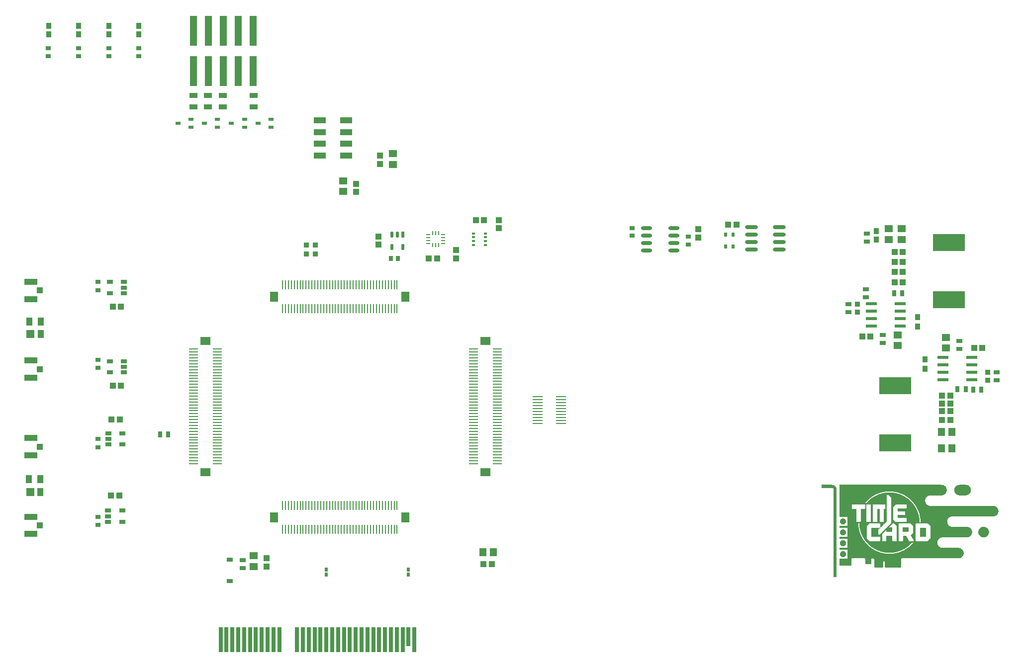
<source format=gtp>
%FSTAX25Y25*%
%MOIN*%
%SFA1B1*%

%IPPOS*%
%AMD54*
4,1,8,0.010500,-0.010000,0.010500,0.010000,0.000000,0.020400,0.000000,0.020400,-0.010500,0.010000,-0.010500,-0.010000,0.000000,-0.020400,0.000000,-0.020400,0.010500,-0.010000,0.0*
1,1,0.020960,0.000000,-0.010000*
1,1,0.020960,0.000000,0.010000*
1,1,0.020960,0.000000,0.010000*
1,1,0.020960,0.000000,-0.010000*
%
%ADD22R,0.041340X0.043310*%
%ADD23R,0.039370X0.027560*%
%ADD24R,0.055120X0.055120*%
%ADD25R,0.039370X0.055120*%
%ADD26R,0.086610X0.041340*%
%ADD27R,0.041340X0.039370*%
%ADD28R,0.035430X0.019680*%
%ADD29R,0.077560X0.022440*%
%ADD30R,0.041340X0.025590*%
%ADD31R,0.050000X0.200000*%
%ADD32R,0.070870X0.009840*%
%ADD33R,0.057090X0.037400*%
%ADD34R,0.037400X0.031500*%
%ADD35R,0.037400X0.037400*%
%ADD36R,0.029530X0.033470*%
%ADD37R,0.035430X0.027560*%
%ADD38R,0.023620X0.031500*%
%ADD39R,0.039370X0.028350*%
%ADD40R,0.023620X0.025590*%
%ADD41R,0.028000X0.165000*%
%ADD42R,0.028000X0.126000*%
%ADD43O,0.086610X0.023620*%
%ADD44O,0.074800X0.023620*%
%ADD45R,0.212600X0.114170*%
%ADD46R,0.082870X0.044090*%
%ADD47R,0.009840X0.061020*%
%ADD48R,0.066930X0.053150*%
%ADD49R,0.053150X0.066930*%
%ADD50R,0.061020X0.009840*%
%ADD51R,0.026570X0.009840*%
%ADD52R,0.009840X0.026570*%
%ADD53R,0.019680X0.013780*%
G04~CAMADD=54~8~0.0~0.0~408.8~209.5~104.8~0.0~15~0.0~0.0~0.0~0.0~0~0.0~0.0~0.0~0.0~0~0.0~0.0~0.0~270.0~210.0~409.0*
%ADD54D54*%
%ADD55R,0.020950X0.040880*%
%ADD56R,0.033470X0.039370*%
%ADD57R,0.045280X0.057090*%
%ADD58R,0.037400X0.033470*%
%ADD59R,0.043310X0.041340*%
%ADD60R,0.037400X0.039370*%
%ADD61R,0.057090X0.045280*%
%ADD62R,0.028350X0.039370*%
%LNtimecard-dc-beta-v1-1*%
%LPD*%
G36*
X0679191Y0117695D02*
X0679732D01*
Y0117641*
X0680002*
Y0117587*
X0680219*
Y0117533*
X0680327*
Y0117479*
X0680489*
Y0117425*
X0680597*
Y0117371*
X0680759*
Y0117317*
X0680813*
Y0117263*
X0680922*
Y0117209*
X068103*
Y0117155*
X0681084*
Y0117101*
X0681192*
Y0117047*
X0681246*
Y0116993*
X0681354*
Y0116939*
X0681408*
Y0116885*
X0681462*
Y0116831*
X0681516*
Y0116776*
X068157*
Y0116722*
X0681624*
Y0116668*
X0681678*
Y0116614*
X0681732*
Y011656*
X0681786*
Y0116506*
X0681841*
Y0116452*
X0681895*
Y0116398*
X0681949*
Y0116344*
Y011629*
X0682003*
Y0116236*
X0682057*
Y0116182*
Y0116128*
X0682111*
Y0116074*
X0682165*
Y011602*
Y0115965*
X0682219*
Y0115911*
Y0115857*
X0682273*
Y0115803*
X0682327*
Y0115749*
Y0115695*
X0682381*
Y0115641*
Y0115587*
Y0115533*
X0682435*
Y0115479*
Y0115425*
X0682489*
Y0115371*
Y0115317*
Y0115263*
X0682543*
Y0115209*
Y0115155*
Y0115101*
Y0115047*
X0682597*
Y0114992*
Y0114938*
Y0114884*
Y011483*
X0682652*
Y0114776*
Y0114722*
Y0114668*
Y0114614*
Y011456*
Y0114506*
Y0114452*
Y0114398*
Y0114344*
Y011429*
X0682705*
Y0114235*
Y0114181*
Y0114127*
Y0114073*
X0682652*
Y0114019*
Y0113965*
Y0113911*
Y0113857*
Y0113803*
Y0113749*
Y0113695*
Y0113641*
Y0113587*
X0682597*
Y0113533*
Y0113479*
Y0113425*
Y0113371*
Y0113317*
X0682543*
Y0113262*
Y0113208*
Y0113154*
X0682489*
Y01131*
Y0113046*
Y0112992*
X0682435*
Y0112938*
Y0112884*
Y011283*
X0682381*
Y0112776*
Y0112722*
X0682327*
Y0112668*
Y0112614*
X0682273*
Y011256*
Y0112505*
X0682219*
Y0112452*
Y0112397*
X0682165*
Y0112343*
Y0112289*
X0682111*
Y0112235*
X0682057*
Y0112181*
Y0112127*
X0682003*
Y0112073*
X0681949*
Y0112019*
X0681895*
Y0111965*
Y0111911*
X0681841*
Y0111857*
X0681786*
Y0111803*
X0681732*
Y0111749*
X0681678*
Y0111695*
X0681624*
Y0111641*
X068157*
Y0111586*
X0681516*
Y0111532*
X0681462*
Y0111478*
X0681354*
Y0111424*
X06813*
Y011137*
X0681246*
Y0111316*
X0681192*
Y0111262*
X0681084*
Y0111208*
X068103*
Y0111154*
X0680922*
Y01111*
X0680813*
Y0111046*
X0680705*
Y0110992*
X0680597*
Y0110938*
X0680489*
Y0110884*
X0680327*
Y011083*
X0680165*
Y0110776*
X0679948*
Y0110722*
X0679678*
Y0110668*
X0674434*
Y0110722*
X0674164*
Y0110776*
X0674002*
Y011083*
X0673839*
Y0110884*
X0673677*
Y0110938*
X0673569*
Y0110992*
X0673407*
Y0111046*
X0673353*
Y01111*
X0673245*
Y0111154*
X0673137*
Y0111208*
X0673082*
Y0111262*
X0672974*
Y0111316*
X067292*
Y011137*
X0672812*
Y0111424*
X0672758*
Y0111478*
X0672704*
Y0111532*
X067265*
Y0111586*
X0672596*
Y0111641*
X0672542*
Y0111695*
X0672488*
Y0111749*
X0672434*
Y0111803*
X067238*
Y0111857*
X0672326*
Y0111911*
X0672272*
Y0111965*
X0672218*
Y0112019*
Y0112073*
X0672163*
Y0112127*
X0672109*
Y0112181*
X0672055*
Y0112235*
Y0112289*
X0672001*
Y0112343*
Y0112397*
X0671947*
Y0112452*
X0671893*
Y0112505*
Y011256*
X0671839*
Y0112614*
Y0112668*
X0671785*
Y0112722*
Y0112776*
X0671731*
Y011283*
Y0112884*
Y0112938*
X0671677*
Y0112992*
Y0113046*
Y01131*
X0671623*
Y0113154*
Y0113208*
Y0113262*
X0671569*
Y0113317*
Y0113371*
Y0113425*
Y0113479*
Y0113533*
X0671515*
Y0113587*
Y0113641*
Y0113695*
Y0113749*
Y0113803*
X0671461*
Y0113857*
Y0113911*
Y0113965*
Y0114019*
Y0114073*
Y0114127*
Y0114181*
Y0114235*
Y011429*
Y0114344*
Y0114398*
Y0114452*
Y0114506*
X0671515*
Y011456*
Y0114614*
Y0114668*
Y0114722*
Y0114776*
Y011483*
Y0114884*
X0671569*
Y0114938*
Y0114992*
Y0115047*
Y0115101*
X0671623*
Y0115155*
Y0115209*
Y0115263*
Y0115317*
X0671677*
Y0115371*
Y0115425*
X0671731*
Y0115479*
Y0115533*
Y0115587*
X0671785*
Y0115641*
Y0115695*
X0671839*
Y0115749*
Y0115803*
X0671893*
Y0115857*
Y0115911*
X0671947*
Y0115965*
Y011602*
X0672001*
Y0116074*
X0672055*
Y0116128*
Y0116182*
X0672109*
Y0116236*
X0672163*
Y011629*
Y0116344*
X0672218*
Y0116398*
X0672272*
Y0116452*
X0672326*
Y0116506*
X067238*
Y011656*
X0672434*
Y0116614*
X0672488*
Y0116668*
X0672542*
Y0116722*
X0672596*
Y0116776*
X067265*
Y0116831*
X0672704*
Y0116885*
X0672758*
Y0116939*
X0672812*
Y0116993*
X0672866*
Y0117047*
X0672974*
Y0117101*
X0673028*
Y0117155*
X0673137*
Y0117209*
X0673191*
Y0117263*
X0673299*
Y0117317*
X0673407*
Y0117371*
X0673515*
Y0117425*
X0673677*
Y0117479*
X0673785*
Y0117533*
X0673947*
Y0117587*
X0674164*
Y0117641*
X067438*
Y0117695*
X0674975*
Y011775*
X0679083*
Y0117695*
X0679137*
Y011775*
X0679191*
Y0117695*
G37*
G36*
X0597288Y0095098D02*
X0597504D01*
Y0095043*
X0597666*
Y009499*
X0597774*
Y0094935*
X0597882*
Y0094881*
X0597936*
Y0094827*
X0598044*
Y0094773*
X0598099*
Y0094719*
X0598207*
Y0094665*
X0598261*
Y0094611*
X0598315*
Y0094557*
X0598369*
Y0094503*
X0598423*
Y0094449*
X0598477*
Y0094395*
Y0094341*
X0598531*
Y0094287*
X0598585*
Y0094233*
Y0094178*
X0598639*
Y0094125*
X0598693*
Y009407*
Y0094016*
X0598747*
Y0093962*
Y0093908*
Y0093854*
X0598801*
Y00938*
Y0093746*
Y0093692*
X0598855*
Y0093638*
Y0093584*
Y009353*
Y0093476*
X0598909*
Y0093422*
Y0093368*
Y0093313*
Y009326*
Y0093205*
Y0093151*
Y0093097*
Y0093043*
Y0092989*
Y0092935*
Y0092881*
Y0092827*
Y0092773*
X0598855*
Y0092719*
Y0092665*
Y0092611*
Y0092557*
X0598801*
Y0092503*
Y0092449*
Y0092395*
X0598747*
Y009234*
Y0092286*
X0598693*
Y0092232*
Y0092178*
X0598639*
Y0092124*
Y009207*
X0598585*
Y0092016*
X0598531*
Y0091962*
Y0091908*
X0598477*
Y0091854*
X0598423*
Y00918*
X0598369*
Y0091746*
X0598315*
Y0091692*
X0598261*
Y0091638*
X0598207*
Y0091584*
X0598152*
Y009153*
X0598099*
Y0091475*
X059799*
Y0091421*
X0597936*
Y0091367*
X0597828*
Y0091313*
X059772*
Y0091259*
X0597558*
Y0091205*
X0597396*
Y0091151*
X0597071*
Y0091097*
X0596693*
Y0091151*
X0596369*
Y0091205*
X0596206*
Y0091259*
X0596098*
Y0091313*
X0595936*
Y0091367*
X0595882*
Y0091421*
X0595774*
Y0091475*
X059572*
Y009153*
X0595612*
Y0091584*
X0595558*
Y0091638*
X0595504*
Y0091692*
X0595449*
Y0091746*
X0595395*
Y00918*
X0595341*
Y0091854*
X0595287*
Y0091908*
X0595233*
Y0091962*
Y0092016*
X0595179*
Y009207*
Y0092124*
X0595125*
Y0092178*
X0595071*
Y0092232*
Y0092286*
X0595017*
Y009234*
Y0092395*
Y0092449*
X0594963*
Y0092503*
Y0092557*
Y0092611*
X0594909*
Y0092665*
Y0092719*
Y0092773*
Y0092827*
Y0092881*
X0594855*
Y0092935*
Y0092989*
Y0093043*
Y0093097*
Y0093151*
Y0093205*
Y009326*
Y0093313*
Y0093368*
Y0093422*
X0594909*
Y0093476*
Y009353*
Y0093584*
Y0093638*
Y0093692*
X0594963*
Y0093746*
Y00938*
Y0093854*
X0595017*
Y0093908*
Y0093962*
X0595071*
Y0094016*
Y009407*
X0595125*
Y0094125*
Y0094178*
X0595179*
Y0094233*
Y0094287*
X0595233*
Y0094341*
X0595287*
Y0094395*
X0595341*
Y0094449*
Y0094503*
X0595395*
Y0094557*
X0595449*
Y0094611*
X0595504*
Y0094665*
X0595612*
Y0094719*
X0595666*
Y0094773*
X059572*
Y0094827*
X0595828*
Y0094881*
X0595882*
Y0094935*
X059599*
Y009499*
X0596152*
Y0095043*
X059626*
Y0095098*
X0596477*
Y0095152*
X0597288*
Y0095098*
G37*
G36*
X0597233Y0087799D02*
X059745D01*
Y0087745*
X0597612*
Y0087691*
X059772*
Y0087637*
X0597828*
Y0087583*
X0597936*
Y0087529*
X0598044*
Y0087475*
X0598099*
Y0087421*
X0598152*
Y0087367*
X0598261*
Y0087313*
X0598315*
Y0087259*
X0598369*
Y0087204*
X0598423*
Y0087151*
Y0087096*
X0598477*
Y0087042*
X0598531*
Y0086988*
X0598585*
Y0086934*
Y008688*
X0598639*
Y0086826*
Y0086772*
X0598693*
Y0086718*
Y0086664*
X0598747*
Y008661*
Y0086556*
X0598801*
Y0086502*
Y0086448*
Y0086394*
X0598855*
Y0086339*
Y0086286*
Y0086231*
Y0086177*
X0598909*
Y0086123*
Y0086069*
Y0086015*
Y0085961*
Y0085907*
Y0085853*
Y0085799*
Y0085745*
Y0085691*
Y0085637*
Y0085583*
Y0085529*
Y0085474*
X0598855*
Y0085421*
Y0085366*
Y0085312*
Y0085258*
X0598801*
Y0085204*
Y008515*
Y0085096*
X0598747*
Y0085042*
Y0084988*
X0598693*
Y0084934*
Y008488*
X0598639*
Y0084826*
Y0084772*
X0598585*
Y0084718*
Y0084664*
X0598531*
Y008461*
X0598477*
Y0084556*
X0598423*
Y0084501*
Y0084447*
X0598369*
Y0084393*
X0598315*
Y0084339*
X0598207*
Y0084285*
X0598152*
Y0084231*
X0598099*
Y0084177*
X0598044*
Y0084123*
X0597936*
Y0084069*
X0597828*
Y0084015*
X059772*
Y0083961*
X0597612*
Y0083907*
X059745*
Y0083853*
X0597179*
Y0083799*
X0596585*
Y0083853*
X0596314*
Y0083907*
X0596152*
Y0083961*
X0596044*
Y0084015*
X0595936*
Y0084069*
X0595828*
Y0084123*
X0595774*
Y0084177*
X0595666*
Y0084231*
X0595612*
Y0084285*
X0595558*
Y0084339*
X0595504*
Y0084393*
X0595449*
Y0084447*
X0595395*
Y0084501*
X0595341*
Y0084556*
X0595287*
Y008461*
X0595233*
Y0084664*
Y0084718*
X0595179*
Y0084772*
X0595125*
Y0084826*
Y008488*
X0595071*
Y0084934*
Y0084988*
X0595017*
Y0085042*
Y0085096*
Y008515*
X0594963*
Y0085204*
Y0085258*
Y0085312*
X0594909*
Y0085366*
Y0085421*
Y0085474*
Y0085529*
X0594855*
Y0085583*
Y0085637*
Y0085691*
Y0085745*
Y0085799*
Y0085853*
Y0085907*
Y0085961*
Y0086015*
Y0086069*
Y0086123*
X0594909*
Y0086177*
Y0086231*
Y0086286*
Y0086339*
X0594963*
Y0086394*
Y0086448*
Y0086502*
Y0086556*
X0595017*
Y008661*
Y0086664*
X0595071*
Y0086718*
Y0086772*
X0595125*
Y0086826*
Y008688*
X0595179*
Y0086934*
X0595233*
Y0086988*
Y0087042*
X0595287*
Y0087096*
X0595341*
Y0087151*
X0595395*
Y0087204*
X0595449*
Y0087259*
X0595504*
Y0087313*
X0595558*
Y0087367*
X0595612*
Y0087421*
X0595666*
Y0087475*
X0595774*
Y0087529*
X0595828*
Y0087583*
X0595936*
Y0087637*
X0596044*
Y0087691*
X0596152*
Y0087745*
X0596314*
Y0087799*
X0596585*
Y0087853*
X0597233*
Y0087799*
G37*
G36*
X0691626Y0089475D02*
X069195D01*
Y0089421*
X0692166*
Y0089367*
X0692329*
Y0089313*
X0692491*
Y0089259*
X0692599*
Y0089205*
X0692761*
Y0089151*
X0692869*
Y0089097*
X0692923*
Y0089043*
X0693031*
Y0088989*
X069314*
Y0088934*
X0693194*
Y008888*
X0693302*
Y0088826*
X0693356*
Y0088772*
X069341*
Y0088718*
X0693464*
Y0088664*
X0693572*
Y008861*
X0693626*
Y0088556*
X069368*
Y0088502*
X0693734*
Y0088448*
X0693788*
Y0088394*
X0693842*
Y008834*
X0693896*
Y0088286*
X069395*
Y0088232*
Y0088178*
X0694004*
Y0088124*
X0694059*
Y0088069*
X0694113*
Y0088016*
Y0087961*
X0694167*
Y0087907*
X0694221*
Y0087853*
Y0087799*
X0694275*
Y0087745*
Y0087691*
X0694329*
Y0087637*
X0694383*
Y0087583*
Y0087529*
X0694437*
Y0087475*
Y0087421*
Y0087367*
X0694491*
Y0087313*
Y0087259*
X0694545*
Y0087204*
Y0087151*
Y0087096*
X0694599*
Y0087042*
Y0086988*
Y0086934*
X0694653*
Y008688*
Y0086826*
Y0086772*
Y0086718*
X0694707*
Y0086664*
Y008661*
Y0086556*
Y0086502*
Y0086448*
Y0086394*
X0694761*
Y0086339*
Y0086286*
Y0086231*
Y0086177*
Y0086123*
Y0086069*
Y0086015*
Y0085961*
Y0085907*
Y0085853*
Y0085799*
Y0085745*
Y0085691*
Y0085637*
Y0085583*
X0694707*
Y0085529*
Y0085474*
Y0085421*
Y0085366*
Y0085312*
Y0085258*
X0694653*
Y0085204*
Y008515*
Y0085096*
Y0085042*
X0694599*
Y0084988*
Y0084934*
Y008488*
X0694545*
Y0084826*
Y0084772*
Y0084718*
X0694491*
Y0084664*
Y008461*
X0694437*
Y0084556*
Y0084501*
X0694383*
Y0084447*
Y0084393*
X0694329*
Y0084339*
Y0084285*
X0694275*
Y0084231*
Y0084177*
X0694221*
Y0084123*
X0694167*
Y0084069*
Y0084015*
X0694113*
Y0083961*
X0694059*
Y0083907*
Y0083853*
X0694004*
Y0083799*
X069395*
Y0083745*
X0693896*
Y0083691*
X0693842*
Y0083636*
X0693788*
Y0083582*
X0693734*
Y0083528*
X069368*
Y0083474*
X0693626*
Y008342*
X0693572*
Y0083366*
X0693518*
Y0083312*
X0693464*
Y0083258*
X069341*
Y0083204*
X0693302*
Y008315*
X0693248*
Y0083096*
X0693194*
Y0083042*
X0693085*
Y0082988*
X0692977*
Y0082934*
X0692923*
Y008288*
X0692815*
Y0082825*
X0692707*
Y0082771*
X0692545*
Y0082717*
X0692437*
Y0082663*
X0692275*
Y0082609*
X0692058*
Y0082555*
X0691788*
Y0082501*
X0691464*
Y0082447*
X0691409*
Y0082501*
X0691356*
Y0082447*
X0691301*
Y0082501*
X0691247*
Y0082447*
X0690869*
Y0082501*
X069049*
Y0082555*
X069022*
Y0082609*
X0690058*
Y0082663*
X0689896*
Y0082717*
X0689734*
Y0082771*
X0689626*
Y0082825*
X0689517*
Y008288*
X0689409*
Y0082934*
X0689301*
Y0082988*
X0689247*
Y0083042*
X0689139*
Y0083096*
X0689085*
Y008315*
X0688977*
Y0083204*
X0688923*
Y0083258*
X0688869*
Y0083312*
X0688814*
Y0083366*
X0688706*
Y008342*
X0688652*
Y0083474*
X0688598*
Y0083528*
X0688544*
Y0083582*
X068849*
Y0083636*
X0688436*
Y0083691*
Y0083745*
X0688382*
Y0083799*
X0688328*
Y0083853*
X0688274*
Y0083907*
X068822*
Y0083961*
Y0084015*
X0688166*
Y0084069*
X0688112*
Y0084123*
Y0084177*
X0688058*
Y0084231*
Y0084285*
X0688004*
Y0084339*
X068795*
Y0084393*
Y0084447*
X0687895*
Y0084501*
Y0084556*
X0687841*
Y008461*
Y0084664*
Y0084718*
X0687787*
Y0084772*
Y0084826*
X0687733*
Y008488*
Y0084934*
Y0084988*
X0687679*
Y0085042*
Y0085096*
Y008515*
Y0085204*
X0687625*
Y0085258*
Y0085312*
Y0085366*
Y0085421*
Y0085474*
X0687571*
Y0085529*
Y0085583*
Y0085637*
Y0085691*
Y0085745*
Y0085799*
Y0085853*
Y0085907*
Y0085961*
Y0086015*
Y0086069*
Y0086123*
Y0086177*
Y0086231*
Y0086286*
Y0086339*
Y0086394*
Y0086448*
Y0086502*
X0687625*
Y0086556*
Y008661*
Y0086664*
Y0086718*
Y0086772*
X0687679*
Y0086826*
Y008688*
Y0086934*
Y0086988*
X0687733*
Y0087042*
Y0087096*
Y0087151*
X0687787*
Y0087204*
Y0087259*
Y0087313*
X0687841*
Y0087367*
Y0087421*
X0687895*
Y0087475*
Y0087529*
X068795*
Y0087583*
Y0087637*
X0688004*
Y0087691*
Y0087745*
X0688058*
Y0087799*
Y0087853*
X0688112*
Y0087907*
X0688166*
Y0087961*
Y0088016*
X068822*
Y0088069*
X0688274*
Y0088124*
X0688328*
Y0088178*
Y0088232*
X0688382*
Y0088286*
X0688436*
Y008834*
X068849*
Y0088394*
X0688544*
Y0088448*
X0688598*
Y0088502*
X0688652*
Y0088556*
X0688706*
Y008861*
X0688761*
Y0088664*
X0688814*
Y0088718*
X0688869*
Y0088772*
X0688977*
Y0088826*
X0689031*
Y008888*
X0689139*
Y0088934*
X0689193*
Y0088989*
X0689301*
Y0089043*
X0689355*
Y0089097*
X0689463*
Y0089151*
X0689571*
Y0089205*
X0689679*
Y0089259*
X0689842*
Y0089313*
X0690004*
Y0089367*
X0690166*
Y0089421*
X0690382*
Y0089475*
X0690653*
Y0089529*
X0691626*
Y0089475*
G37*
G36*
X0662919Y0117695D02*
X0663514D01*
Y0117641*
X066373*
Y0117587*
X0663946*
Y0117533*
X0664108*
Y0117479*
X066427*
Y0117425*
X0664378*
Y0117371*
X0664487*
Y0117317*
X0664595*
Y0117263*
X0664703*
Y0117209*
X0664811*
Y0117155*
X0664865*
Y0117101*
X0664973*
Y0117047*
X0665027*
Y0116993*
X0665081*
Y0116939*
X0665189*
Y0116885*
X0665243*
Y0116831*
X0665298*
Y0116776*
X0665352*
Y0116722*
X0665406*
Y0116668*
X066546*
Y0116614*
X0665514*
Y011656*
X0665568*
Y0116506*
X0665622*
Y0116452*
X0665676*
Y0116398*
X066573*
Y0116344*
Y011629*
X0665784*
Y0116236*
X0665838*
Y0116182*
X0665892*
Y0116128*
Y0116074*
X0665946*
Y011602*
Y0115965*
X0666*
Y0115911*
X0666054*
Y0115857*
Y0115803*
X0666109*
Y0115749*
Y0115695*
X0666163*
Y0115641*
Y0115587*
X0666217*
Y0115533*
Y0115479*
Y0115425*
X0666271*
Y0115371*
Y0115317*
Y0115263*
X0666325*
Y0115209*
Y0115155*
Y0115101*
X0666379*
Y0115047*
Y0114992*
Y0114938*
Y0114884*
X0666433*
Y011483*
Y0114776*
Y0114722*
Y0114668*
Y0114614*
Y011456*
X0666487*
Y0114506*
Y0114452*
Y0114398*
Y0114344*
Y011429*
Y0114235*
Y0114181*
Y0114127*
Y0114073*
Y0114019*
Y0113965*
X0666433*
Y0113911*
X0666487*
Y0113857*
X0666433*
Y0113803*
Y0113749*
Y0113695*
Y0113641*
Y0113587*
Y0113533*
Y0113479*
X0666379*
Y0113425*
Y0113371*
Y0113317*
Y0113262*
X0666325*
Y0113208*
Y0113154*
Y01131*
X0666271*
Y0113046*
Y0112992*
Y0112938*
X0666217*
Y0112884*
Y011283*
Y0112776*
X0666163*
Y0112722*
Y0112668*
X0666109*
Y0112614*
Y011256*
X0666054*
Y0112505*
Y0112452*
X0666*
Y0112397*
X0665946*
Y0112343*
Y0112289*
X0665892*
Y0112235*
X0665838*
Y0112181*
Y0112127*
X0665784*
Y0112073*
X066573*
Y0112019*
X0665676*
Y0111965*
Y0111911*
X0665622*
Y0111857*
X0665568*
Y0111803*
X0665514*
Y0111749*
X066546*
Y0111695*
X0665406*
Y0111641*
X0665352*
Y0111586*
X0665298*
Y0111532*
X0665243*
Y0111478*
X0665135*
Y0111424*
X0665081*
Y011137*
X0665027*
Y0111316*
X0664919*
Y0111262*
X0664865*
Y0111208*
X0664757*
Y0111154*
X0664703*
Y01111*
X0664595*
Y0111046*
X0664487*
Y0110992*
X0664378*
Y0110938*
X0664216*
Y0110884*
X0664108*
Y011083*
X0663892*
Y0110776*
X066373*
Y0110722*
X0663405*
Y0110668*
X0655242*
Y0110613*
X065481*
Y0110559*
X0654593*
Y0110505*
X0654377*
Y0110451*
X0654269*
Y0110397*
X0654107*
Y0110343*
X0653999*
Y0110289*
X0653891*
Y0110235*
X0653782*
Y0110181*
X0653674*
Y0110127*
X065362*
Y0110073*
X0653512*
Y0110019*
X0653404*
Y0109965*
X065335*
Y0109911*
X0653296*
Y0109856*
X0653242*
Y0109802*
X0653134*
Y0109748*
X065308*
Y0109694*
X0653025*
Y010964*
X0652971*
Y0109586*
X0652917*
Y0109532*
X0652863*
Y0109478*
X0652809*
Y0109424*
X0652755*
Y010937*
Y0109316*
X0652701*
Y0109262*
X0652647*
Y0109208*
X0652593*
Y0109154*
Y01091*
X0652539*
Y0109046*
X0652485*
Y0108992*
Y0108938*
X0652431*
Y0108883*
X0652377*
Y0108829*
Y0108775*
X0652323*
Y0108721*
Y0108667*
X0652269*
Y0108613*
Y0108559*
X0652214*
Y0108505*
Y0108451*
Y0108397*
X0652161*
Y0108343*
Y0108289*
X0652106*
Y0108235*
Y0108181*
Y0108126*
X0652052*
Y0108072*
Y0108018*
Y0107964*
Y010791*
X0651998*
Y0107856*
Y0107802*
Y0107748*
Y0107694*
Y010764*
Y0107586*
X0651944*
Y0107532*
Y0107478*
Y0107424*
Y010737*
Y0107316*
Y0107262*
Y0107208*
Y0107153*
Y0107099*
Y0107045*
Y0106991*
Y0106937*
Y0106883*
Y0106829*
Y0106775*
Y0106721*
X0651998*
Y0106667*
Y0106613*
Y0106559*
Y0106505*
Y0106451*
Y0106397*
X0652052*
Y0106342*
Y0106288*
Y0106234*
Y010618*
X0652106*
Y0106126*
Y0106072*
Y0106018*
X0652161*
Y0105964*
Y010591*
Y0105856*
X0652214*
Y0105802*
Y0105748*
X0652269*
Y0105694*
Y010564*
X0652323*
Y0105586*
Y0105532*
X0652377*
Y0105477*
Y0105423*
X0652431*
Y0105369*
Y0105315*
X0652485*
Y0105261*
X0652539*
Y0105207*
Y0105153*
X0652593*
Y0105099*
X0652647*
Y0105045*
Y0104991*
X0652701*
Y0104937*
X0652755*
Y0104883*
X0652809*
Y0104829*
X0652863*
Y0104775*
X0652917*
Y0104721*
X0652971*
Y0104667*
X0653025*
Y0104613*
X065308*
Y0104558*
X0653134*
Y0104504*
X0653188*
Y010445*
X0653242*
Y0104396*
X0653296*
Y0104342*
X0653404*
Y0104288*
X0653458*
Y0104234*
X0653566*
Y010418*
X065362*
Y0104126*
X0653728*
Y0104072*
X0653836*
Y0104018*
X0653944*
Y0103964*
X0654053*
Y010391*
X0654161*
Y0103856*
X0654323*
Y0103802*
X0654485*
Y0103747*
X0654701*
Y0103693*
X0654972*
Y0103639*
X0697735*
Y0103585*
X0697789*
Y0103639*
X0697843*
Y0103585*
X0698221*
Y0103531*
X0698438*
Y0103477*
X06986*
Y0103423*
X0698762*
Y0103369*
X0698924*
Y0103315*
X0699032*
Y0103261*
X069914*
Y0103207*
X0699249*
Y0103153*
X0699357*
Y0103099*
X0699411*
Y0103045*
X0699519*
Y0102991*
X0699573*
Y0102937*
X0699681*
Y0102883*
X0699735*
Y0102828*
X0699789*
Y0102774*
X0699843*
Y010272*
X0699951*
Y0102666*
X0700005*
Y0102612*
X0700059*
Y0102558*
X0700113*
Y0102504*
X0700168*
Y010245*
X0700222*
Y0102396*
Y0102342*
X0700276*
Y0102288*
X070033*
Y0102234*
X0700384*
Y010218*
X0700438*
Y0102126*
Y0102072*
X0700492*
Y0102017*
X0700546*
Y0101963*
Y0101909*
X07006*
Y0101855*
X0700654*
Y0101801*
Y0101747*
X0700708*
Y0101693*
Y0101639*
X0700762*
Y0101585*
Y0101531*
X0700816*
Y0101477*
Y0101423*
Y0101369*
X070087*
Y0101315*
Y0101261*
X0700924*
Y0101207*
Y0101153*
Y0101099*
X0700979*
Y0101044*
Y010099*
Y0100936*
Y0100882*
X0701032*
Y0100828*
Y0100774*
Y010072*
Y0100666*
Y0100612*
X0701087*
Y0100558*
Y0100504*
Y010045*
Y0100396*
Y0100342*
Y0100287*
Y0100233*
Y0100179*
Y0100125*
Y0100071*
Y0100017*
Y0099963*
Y0099909*
Y0099855*
Y0099801*
Y0099747*
Y0099693*
Y0099639*
Y0099585*
X0701032*
Y0099531*
Y0099477*
Y0099423*
Y0099369*
Y0099314*
X0700979*
Y009926*
Y0099206*
Y0099152*
Y0099098*
X0700924*
Y0099044*
Y009899*
Y0098936*
X070087*
Y0098882*
Y0098828*
Y0098774*
X0700816*
Y009872*
Y0098666*
X0700762*
Y0098612*
Y0098558*
X0700708*
Y0098504*
Y0098449*
X0700654*
Y0098395*
Y0098341*
X07006*
Y0098287*
Y0098233*
X0700546*
Y0098179*
X0700492*
Y0098125*
Y0098071*
X0700438*
Y0098017*
X0700384*
Y0097963*
X070033*
Y0097909*
X0700276*
Y0097855*
Y0097801*
X0700222*
Y0097747*
X0700168*
Y0097693*
X0700113*
Y0097638*
X0700059*
Y0097584*
X0700005*
Y009753*
X0699951*
Y0097476*
X0699897*
Y0097422*
X0699843*
Y0097368*
X0699735*
Y0097314*
X0699681*
Y009726*
X0699627*
Y0097206*
X0699519*
Y0097152*
X0699465*
Y0097098*
X0699357*
Y0097044*
X0699249*
Y009699*
X0699194*
Y0096936*
X0699032*
Y0096882*
X0698924*
Y0096828*
X0698816*
Y0096773*
X0698654*
Y0096719*
X0698492*
Y0096665*
X0698275*
Y0096611*
X0697951*
Y0096557*
X0669893*
Y0096503*
X0669568*
Y0096449*
X0669352*
Y0096395*
X0669136*
Y0096341*
X0669028*
Y0096287*
X0668866*
Y0096233*
X0668757*
Y0096179*
X0668649*
Y0096125*
X0668541*
Y0096071*
X0668433*
Y0096017*
X0668379*
Y0095963*
X0668271*
Y0095908*
X0668217*
Y0095854*
X0668163*
Y00958*
X0668055*
Y0095746*
X0668001*
Y0095692*
X0667947*
Y0095638*
X0667893*
Y0095584*
X0667838*
Y009553*
X0667784*
Y0095476*
X066773*
Y0095422*
X0667676*
Y0095368*
X0667622*
Y0095314*
X0667568*
Y009526*
X0667514*
Y0095206*
X066746*
Y0095152*
Y0095098*
X0667406*
Y0095043*
X0667352*
Y009499*
Y0094935*
X0667298*
Y0094881*
X0667244*
Y0094827*
Y0094773*
X066719*
Y0094719*
Y0094665*
X0667136*
Y0094611*
Y0094557*
X0667082*
Y0094503*
Y0094449*
X0667028*
Y0094395*
Y0094341*
X0666973*
Y0094287*
Y0094233*
Y0094178*
X0666919*
Y0094125*
Y009407*
Y0094016*
X0666865*
Y0093962*
Y0093908*
Y0093854*
Y00938*
X0666811*
Y0093746*
Y0093692*
Y0093638*
Y0093584*
Y009353*
Y0093476*
X0666757*
Y0093422*
Y0093368*
Y0093313*
Y009326*
Y0093205*
Y0093151*
Y0093097*
Y0093043*
Y0092989*
Y0092935*
Y0092881*
Y0092827*
Y0092773*
Y0092719*
Y0092665*
Y0092611*
X0666811*
Y0092557*
Y0092503*
Y0092449*
Y0092395*
Y009234*
Y0092286*
X0666865*
Y0092232*
Y0092178*
Y0092124*
Y009207*
X0666919*
Y0092016*
Y0091962*
Y0091908*
X0666973*
Y0091854*
Y00918*
Y0091746*
X0667028*
Y0091692*
Y0091638*
X0667082*
Y0091584*
Y009153*
X0667136*
Y0091475*
Y0091421*
X066719*
Y0091367*
Y0091313*
X0667244*
Y0091259*
Y0091205*
X0667298*
Y0091151*
X0667352*
Y0091097*
Y0091043*
X0667406*
Y0090989*
X066746*
Y0090935*
X0667514*
Y0090881*
Y0090827*
X0667568*
Y0090773*
X0667622*
Y0090719*
X0667676*
Y0090664*
X066773*
Y009061*
X0667784*
Y0090556*
X0667838*
Y0090502*
X0667893*
Y0090448*
X0667947*
Y0090394*
X0668001*
Y009034*
X0668109*
Y0090286*
X0668163*
Y0090232*
X0668217*
Y0090178*
X0668325*
Y0090124*
X0668379*
Y009007*
X0668487*
Y0090016*
X0668595*
Y0089962*
X0668649*
Y0089908*
X0668757*
Y0089854*
X066892*
Y0089799*
X0669028*
Y0089745*
X066919*
Y0089691*
X0669352*
Y0089637*
X0669568*
Y0089583*
X0669947*
Y0089529*
X0680327*
Y0089475*
X0680597*
Y0089421*
X0680813*
Y0089367*
X0680975*
Y0089313*
X0681138*
Y0089259*
X06813*
Y0089205*
X0681408*
Y0089151*
X0681516*
Y0089097*
X0681624*
Y0089043*
X0681732*
Y0088989*
X0681786*
Y0088934*
X0681895*
Y008888*
X0681949*
Y0088826*
X0682003*
Y0088772*
X0682111*
Y0088718*
X0682165*
Y0088664*
X0682219*
Y008861*
X0682273*
Y0088556*
X0682327*
Y0088502*
X0682381*
Y0088448*
X0682435*
Y0088394*
X0682489*
Y008834*
X0682543*
Y0088286*
X0682597*
Y0088232*
X0682652*
Y0088178*
X0682705*
Y0088124*
Y0088069*
X068276*
Y0088016*
X0682814*
Y0087961*
X0682868*
Y0087907*
Y0087853*
X0682922*
Y0087799*
Y0087745*
X0682976*
Y0087691*
X068303*
Y0087637*
Y0087583*
X0683084*
Y0087529*
Y0087475*
X0683138*
Y0087421*
Y0087367*
Y0087313*
X0683192*
Y0087259*
Y0087204*
X0683246*
Y0087151*
Y0087096*
Y0087042*
X06833*
Y0086988*
Y0086934*
Y008688*
Y0086826*
X0683354*
Y0086772*
Y0086718*
Y0086664*
Y008661*
Y0086556*
X0683408*
Y0086502*
Y0086448*
Y0086394*
Y0086339*
Y0086286*
Y0086231*
Y0086177*
Y0086123*
Y0086069*
Y0086015*
Y0085961*
Y0085907*
Y0085853*
Y0085799*
Y0085745*
Y0085691*
Y0085637*
Y0085583*
Y0085529*
Y0085474*
Y0085421*
X0683354*
Y0085366*
Y0085312*
Y0085258*
Y0085204*
Y008515*
X06833*
Y0085096*
Y0085042*
Y0084988*
X0683246*
Y0084934*
Y008488*
Y0084826*
X0683192*
Y0084772*
Y0084718*
Y0084664*
X0683138*
Y008461*
Y0084556*
X0683084*
Y0084501*
Y0084447*
X068303*
Y0084393*
Y0084339*
X0682976*
Y0084285*
Y0084231*
X0682922*
Y0084177*
Y0084123*
X0682868*
Y0084069*
X0682814*
Y0084015*
Y0083961*
X068276*
Y0083907*
X0682705*
Y0083853*
X0682652*
Y0083799*
X0682597*
Y0083745*
Y0083691*
X0682543*
Y0083636*
X0682489*
Y0083582*
X0682435*
Y0083528*
X0682381*
Y0083474*
X0682327*
Y008342*
X0682273*
Y0083366*
X0682219*
Y0083312*
X0682111*
Y0083258*
X0682057*
Y0083204*
X0682003*
Y008315*
X0681895*
Y0083096*
X0681841*
Y0083042*
X0681732*
Y0082988*
X0681678*
Y0082934*
X068157*
Y008288*
X0681462*
Y0082825*
X0681354*
Y0082771*
X0681246*
Y0082717*
X0681084*
Y0082663*
X0680922*
Y0082609*
X0680759*
Y0082555*
X0680489*
Y0082501*
X0680111*
Y0082447*
X0680002*
Y0082501*
X0679948*
Y0082447*
X066373*
Y0082501*
X0663676*
Y0082447*
X0663135*
Y0082393*
X0662865*
Y0082339*
X0662648*
Y0082285*
X0662486*
Y0082231*
X0662378*
Y0082177*
X0662216*
Y0082123*
X0662108*
Y0082069*
X0662*
Y0082015*
X0661946*
Y008196*
X0661838*
Y0081906*
X0661729*
Y0081852*
X0661675*
Y0081798*
X0661567*
Y0081744*
X0661513*
Y008169*
X0661459*
Y0081636*
X0661405*
Y0081582*
X0661297*
Y0081528*
X0661243*
Y0081474*
X0661189*
Y008142*
X0661135*
Y0081366*
X0661081*
Y0081312*
X0661027*
Y0081258*
Y0081204*
X0660973*
Y008115*
X0660919*
Y0081095*
X0660864*
Y0081042*
X066081*
Y0080987*
Y0080933*
X0660756*
Y0080879*
X0660702*
Y0080825*
Y0080771*
X0660648*
Y0080717*
X0660594*
Y0080663*
Y0080609*
X066054*
Y0080555*
Y0080501*
X0660486*
Y0080447*
Y0080393*
X0660432*
Y0080339*
Y0080285*
X0660378*
Y008023*
Y0080177*
Y0080122*
X0660324*
Y0080068*
Y0080014*
Y007996*
X066027*
Y0079906*
Y0079852*
Y0079798*
X0660216*
Y0079744*
Y007969*
Y0079636*
Y0079582*
Y0079528*
X0660162*
Y0079474*
Y007942*
Y0079365*
Y0079312*
Y0079257*
Y0079203*
Y0079149*
Y0079095*
Y0079041*
Y0078987*
Y0078933*
Y0078879*
Y0078825*
Y0078771*
Y0078717*
Y0078663*
Y0078609*
Y0078555*
Y00785*
Y0078447*
Y0078392*
X0660216*
Y0078338*
Y0078284*
Y007823*
Y0078176*
Y0078122*
X066027*
Y0078068*
Y0078014*
Y007796*
X0660324*
Y0077906*
Y0077852*
Y0077798*
X0660378*
Y0077744*
Y007769*
Y0077636*
X0660432*
Y0077582*
Y0077527*
X0660486*
Y0077473*
Y0077419*
X066054*
Y0077365*
Y0077311*
X0660594*
Y0077257*
Y0077203*
X0660648*
Y0077149*
Y0077095*
X0660702*
Y0077041*
X0660756*
Y0076987*
Y0076933*
X066081*
Y0076879*
X0660864*
Y0076825*
X0660919*
Y0076771*
Y0076717*
X0660973*
Y0076662*
X0661027*
Y0076608*
X0661081*
Y0076554*
X0661135*
Y00765*
X0661189*
Y0076446*
X0661243*
Y0076392*
X0661297*
Y0076338*
X0661351*
Y0076284*
X0661405*
Y007623*
X0661513*
Y0076176*
X0661567*
Y0076122*
X0661621*
Y0076068*
X0661729*
Y0076014*
X0661784*
Y007596*
X0661892*
Y0075906*
X0662*
Y0075852*
X0662108*
Y0075797*
X0662216*
Y0075743*
X0662324*
Y0075689*
X0662486*
Y0075635*
X0662595*
Y0075581*
X0662811*
Y0075527*
X0663081*
Y0075473*
X0663568*
Y0075419*
X0674758*
Y0075365*
X0675029*
Y0075311*
X0675191*
Y0075257*
X0675353*
Y0075203*
X0675515*
Y0075149*
X0675677*
Y0075095*
X0675786*
Y0075041*
X0675894*
Y0074986*
X0675948*
Y0074932*
X0676056*
Y0074878*
X0676164*
Y0074824*
X0676218*
Y007477*
X0676326*
Y0074716*
X067638*
Y0074662*
X0676434*
Y0074608*
X0676488*
Y0074554*
X0676596*
Y00745*
X0676651*
Y0074446*
X0676705*
Y0074392*
X0676759*
Y0074338*
X0676813*
Y0074284*
X0676867*
Y007423*
Y0074176*
X0676921*
Y0074121*
X0676975*
Y0074067*
X0677029*
Y0074013*
X0677083*
Y0073959*
Y0073905*
X0677137*
Y0073851*
X0677191*
Y0073797*
Y0073743*
X0677245*
Y0073689*
X0677299*
Y0073635*
Y0073581*
X0677353*
Y0073527*
Y0073473*
X0677407*
Y0073419*
Y0073365*
X0677461*
Y0073311*
Y0073256*
X0677516*
Y0073203*
Y0073148*
Y0073094*
X067757*
Y007304*
Y0072986*
Y0072932*
X0677624*
Y0072878*
Y0072824*
Y007277*
X0677678*
Y0072716*
Y0072662*
Y0072608*
Y0072554*
Y00725*
Y0072446*
X0677732*
Y0072391*
Y0072338*
Y0072283*
Y0072229*
Y0072175*
Y0072121*
Y0072067*
Y0072013*
Y0071959*
X0677786*
Y0071905*
Y0071851*
X0677732*
Y0071797*
Y0071743*
Y0071689*
Y0071635*
Y0071581*
Y0071526*
Y0071473*
Y0071418*
Y0071364*
Y007131*
X0677678*
Y0071256*
Y0071202*
Y0071148*
Y0071094*
Y007104*
X0677624*
Y0070986*
Y0070932*
Y0070878*
X067757*
Y0070824*
Y007077*
Y0070716*
X0677516*
Y0070662*
Y0070608*
Y0070553*
X0677461*
Y0070499*
Y0070445*
Y0070391*
X0677407*
Y0070337*
Y0070283*
X0677353*
Y0070229*
Y0070175*
X0677299*
Y0070121*
Y0070067*
X0677245*
Y0070013*
X0677191*
Y0069959*
Y0069905*
X0677137*
Y0069851*
X0677083*
Y0069797*
Y0069743*
X0677029*
Y0069688*
X0676975*
Y0069634*
X0676921*
Y006958*
Y0069526*
X0676867*
Y0069472*
X0676813*
Y0069418*
X0676759*
Y0069364*
X0676705*
Y006931*
X0676651*
Y0069256*
X0676596*
Y0069202*
X0676543*
Y0069148*
X0676488*
Y0069094*
X0676434*
Y006904*
X067638*
Y0068986*
X0676272*
Y0068932*
X0676218*
Y0068878*
X0676164*
Y0068823*
X0676056*
Y0068769*
X0676002*
Y0068715*
X0675894*
Y0068661*
X0675786*
Y0068607*
X0675677*
Y0068553*
X0675569*
Y0068499*
X0675407*
Y0068445*
X0675191*
Y0068391*
X0636266*
Y0068337*
X0636158*
Y0068283*
X0636104*
Y0068229*
X063605*
Y0068175*
X0635996*
Y0068121*
Y0068067*
X0635942*
Y0068012*
Y0067958*
Y0067904*
Y006785*
Y0067796*
Y0067742*
Y0067688*
Y0067634*
Y006758*
Y0067526*
Y0067472*
Y0067418*
Y0067364*
Y006731*
Y0067256*
Y0067202*
Y0067147*
Y0067093*
Y0067039*
Y0066985*
Y0066931*
Y0066877*
Y0066823*
Y0066769*
Y0066715*
Y0066661*
Y0066607*
Y0066553*
Y0066499*
Y0066445*
Y0066391*
Y0066337*
Y0066282*
Y0066228*
Y0066174*
Y006612*
Y0066066*
Y0066012*
Y0065958*
Y0065904*
Y006585*
Y0065796*
Y0065742*
Y0065688*
Y0065634*
Y006558*
Y0065526*
Y0065472*
Y0065417*
Y0065364*
Y0065309*
Y0065255*
Y0065201*
Y0065147*
Y0065093*
Y0065039*
Y0064985*
Y0064931*
Y0064877*
Y0064823*
Y0064769*
Y0064715*
Y0064661*
Y0064607*
Y0064552*
Y0064499*
Y0064444*
Y006439*
Y0064336*
Y0064282*
Y0064228*
Y0064174*
Y006412*
Y0064066*
Y0064012*
Y0063958*
Y0063904*
Y006385*
Y0063796*
Y0063742*
Y0063688*
Y0063634*
Y0063579*
Y0063525*
Y0063471*
Y0063417*
Y0063363*
Y0063309*
Y0063255*
Y0063201*
Y0063147*
Y0063093*
Y0063039*
Y0062985*
Y0062931*
Y0062877*
Y0062823*
Y0062769*
Y0062714*
X0635888*
Y006266*
Y0062606*
X0635834*
Y0062552*
Y0062498*
X063578*
Y0062444*
X0635672*
Y006239*
X0635564*
Y0062336*
X0625238*
Y006239*
X0625075*
Y0062444*
X0625021*
Y0062498*
X0624967*
Y0062552*
X0624913*
Y0062606*
Y006266*
X0624859*
Y0062714*
Y0062769*
Y0062823*
Y0062877*
Y0062931*
Y0062985*
Y0063039*
Y0063093*
Y0063147*
Y0063201*
Y0063255*
Y0063309*
Y0063363*
Y0063417*
Y0063471*
Y0063525*
Y0063579*
Y0063634*
Y0063688*
Y0063742*
Y0063796*
Y006385*
Y0063904*
Y0063958*
Y0064012*
Y0064066*
Y006412*
Y0064174*
Y0064228*
Y0064282*
Y0064336*
Y006439*
Y0064444*
Y0064499*
Y0064552*
Y0064607*
Y0064661*
Y0064715*
Y0064769*
Y0064823*
Y0064877*
Y0064931*
Y0064985*
Y0065039*
Y0065093*
Y0065147*
Y0065201*
Y0065255*
Y0065309*
Y0065364*
Y0065417*
Y0065472*
Y0065526*
Y006558*
Y0065634*
Y0065688*
Y0065742*
Y0065796*
Y006585*
Y0065904*
Y0065958*
X0624805*
Y0066012*
Y0066066*
Y006612*
X0624751*
Y0066174*
Y0066228*
X0624697*
Y0066282*
X0624589*
Y0066337*
X0624427*
Y0066391*
X0624264*
Y0066337*
X0624102*
Y0066282*
X0624048*
Y0066228*
X0623994*
Y0066174*
X062394*
Y006612*
X0623886*
Y0066066*
Y0066012*
Y0065958*
Y0065904*
X0623832*
Y006585*
Y0065796*
Y0065742*
Y0065688*
Y0065634*
Y006558*
Y0065526*
Y0065472*
Y0065417*
Y0065364*
Y0065309*
Y0065255*
Y0065201*
Y0065147*
Y0065093*
Y0065039*
Y0064985*
Y0064931*
Y0064877*
Y0064823*
Y0064769*
Y0064715*
Y0064661*
Y0064607*
Y0064552*
Y0064499*
Y0064444*
Y006439*
Y0064336*
Y0064282*
Y0064228*
Y0064174*
Y006412*
Y0064066*
Y0064012*
Y0063958*
Y0063904*
Y006385*
Y0063796*
Y0063742*
Y0063688*
Y0063634*
Y0063579*
Y0063525*
Y0063471*
Y0063417*
Y0063363*
Y0063309*
Y0063255*
Y0063201*
Y0063147*
Y0063093*
Y0063039*
Y0062985*
Y0062931*
Y0062877*
Y0062823*
Y0062769*
Y0062714*
Y006266*
Y0062606*
X0623778*
Y0062552*
X0623724*
Y0062498*
X062367*
Y0062444*
X0623616*
Y006239*
X0623454*
Y0062336*
X0618155*
Y006239*
X0618047*
Y0062444*
X0617939*
Y0062498*
X0617885*
Y0062552*
Y0062606*
X0617831*
Y006266*
Y0062714*
Y0062769*
X0617777*
Y0062823*
Y0062877*
Y0062931*
Y0062985*
Y0063039*
Y0063093*
Y0063147*
Y0063201*
Y0063255*
Y0063309*
Y0063363*
Y0063417*
Y0063471*
Y0063525*
Y0063579*
Y0063634*
Y0063688*
Y0063742*
Y0063796*
Y006385*
Y0063904*
Y0063958*
Y0064012*
Y0064066*
Y006412*
Y0064174*
Y0064228*
Y0064282*
Y0064336*
Y006439*
Y0064444*
Y0064499*
Y0064552*
Y0064607*
Y0064661*
Y0064715*
Y0064769*
Y0064823*
Y0064877*
Y0064931*
Y0064985*
Y0065039*
Y0065093*
Y0065147*
Y0065201*
Y0065255*
Y0065309*
Y0065364*
Y0065417*
Y0065472*
Y0065526*
Y006558*
Y0065634*
Y0065688*
Y0065742*
Y0065796*
Y006585*
Y0065904*
Y0065958*
Y0066012*
Y0066066*
Y006612*
Y0066174*
Y0066228*
Y0066282*
Y0066337*
Y0066391*
Y0066445*
Y0066499*
Y0066553*
Y0066607*
Y0066661*
Y0066715*
Y0066769*
Y0066823*
Y0066877*
Y0066931*
Y0066985*
Y0067039*
Y0067093*
Y0067147*
X0617831*
Y0067202*
X0617777*
Y0067256*
Y006731*
Y0067364*
Y0067418*
Y0067472*
Y0067526*
Y006758*
Y0067634*
Y0067688*
X0617723*
Y0067742*
Y0067796*
X0617669*
Y006785*
Y0067904*
X0617615*
Y0067958*
Y0068012*
X0617561*
Y0068067*
X0617507*
Y0068121*
X0617453*
Y0068175*
X0617399*
Y0068229*
X061729*
Y0068283*
X0617182*
Y0068337*
X061702*
Y0068391*
X0616588*
Y0068337*
X0616426*
Y0068283*
X0616317*
Y0068229*
X0616209*
Y0068175*
X0616155*
Y0068121*
X0616101*
Y0068067*
X0616047*
Y0068012*
X0615993*
Y0067958*
X0615939*
Y0067904*
Y006785*
X0615885*
Y0067796*
Y0067742*
X0615831*
Y0067688*
Y0067634*
Y006758*
Y0067526*
Y0067472*
Y0067418*
X0615777*
Y0067364*
X0615831*
Y006731*
Y0067256*
X0615777*
Y0067202*
X0615831*
Y0067147*
Y0067093*
Y0067039*
Y0066985*
Y0066931*
Y0066877*
Y0066823*
Y0066769*
Y0066715*
Y0066661*
Y0066607*
Y0066553*
Y0066499*
Y0066445*
Y0066391*
Y0066337*
Y0066282*
Y0066228*
Y0066174*
Y006612*
Y0066066*
Y0066012*
Y0065958*
Y0065904*
Y006585*
Y0065796*
Y0065742*
Y0065688*
Y0065634*
Y006558*
Y0065526*
Y0065472*
Y0065417*
Y0065364*
Y0065309*
Y0065255*
Y0065201*
Y0065147*
Y0065093*
Y0065039*
Y0064985*
Y0064931*
Y0064877*
X0615777*
Y0064823*
Y0064769*
Y0064715*
Y0064661*
X0615723*
Y0064607*
X0615669*
Y0064552*
X0615615*
Y0064499*
X061556*
Y0064444*
X0615398*
Y006439*
X0612155*
Y0064444*
X0611992*
Y0064499*
X0611938*
Y0064552*
X0611884*
Y0064607*
X061183*
Y0064661*
X0611776*
Y0064715*
Y0064769*
Y0064823*
X0611722*
Y0064877*
Y0064931*
Y0064985*
Y0065039*
Y0065093*
Y0065147*
Y0065201*
Y0065255*
Y0065309*
Y0065364*
Y0065417*
Y0065472*
Y0065526*
Y006558*
Y0065634*
Y0065688*
Y0065742*
Y0065796*
Y006585*
Y0065904*
Y0065958*
Y0066012*
Y0066066*
Y006612*
Y0066174*
Y0066228*
Y0066282*
Y0066337*
Y0066391*
Y0066445*
Y0066499*
Y0066553*
Y0066607*
Y0066661*
Y0066715*
Y0066769*
Y0066823*
Y0066877*
Y0066931*
Y0066985*
Y0067039*
Y0067093*
Y0067147*
Y0067202*
Y0067256*
Y006731*
Y0067364*
Y0067418*
Y0067472*
Y0067526*
Y006758*
X0611776*
Y0067634*
Y0067688*
X0611722*
Y0067742*
X0611776*
Y0067796*
X0611722*
Y006785*
Y0067904*
Y0067958*
Y0068012*
Y0068067*
Y0068121*
X0611668*
Y0068175*
Y0068229*
X0611614*
Y0068283*
X0611506*
Y0068337*
X0611398*
Y0068391*
X0603018*
Y0068337*
X060291*
Y0068283*
X0602856*
Y0068229*
X0602802*
Y0068175*
X0602748*
Y0068121*
Y0068067*
X0602694*
Y0068012*
Y0067958*
Y0067904*
Y006785*
Y0067796*
Y0067742*
Y0067688*
Y0067634*
Y006758*
Y0067526*
Y0067472*
Y0067418*
Y0067364*
Y006731*
Y0067256*
Y0067202*
Y0067147*
Y0067093*
Y0067039*
Y0066985*
Y0066931*
Y0066877*
Y0066823*
Y0066769*
Y0066715*
Y0066661*
Y0066607*
Y0066553*
Y0066499*
Y0066445*
Y0066391*
Y0066337*
Y0066282*
Y0066228*
Y0066174*
Y006612*
Y0066066*
Y0066012*
Y0065958*
Y0065904*
Y006585*
Y0065796*
Y0065742*
Y0065688*
Y0065634*
Y006558*
Y0065526*
Y0065472*
Y0065417*
Y0065364*
Y0065309*
Y0065255*
Y0065201*
Y0065147*
Y0065093*
Y0065039*
Y0064985*
Y0064931*
Y0064877*
Y0064823*
Y0064769*
Y0064715*
Y0064661*
Y0064607*
Y0064552*
Y0064499*
Y0064444*
Y006439*
Y0064336*
Y0064282*
Y0064228*
Y0064174*
Y006412*
Y0064066*
Y0064012*
Y0063958*
Y0063904*
Y006385*
Y0063796*
Y0063742*
Y0063688*
Y0063634*
Y0063579*
Y0063525*
Y0063471*
Y0063417*
Y0063363*
X0594638*
Y0063417*
Y0063471*
Y0063525*
Y0063579*
Y0063634*
Y0063688*
Y0063742*
Y0063796*
Y006385*
Y0063904*
Y0063958*
Y0064012*
Y0064066*
Y006412*
Y0064174*
Y0064228*
Y0064282*
Y0064336*
Y006439*
Y0064444*
Y0064499*
Y0064552*
Y0064607*
Y0064661*
Y0064715*
Y0064769*
Y0064823*
Y0064877*
Y0064931*
Y0064985*
Y0065039*
Y0065093*
Y0065147*
Y0065201*
Y0065255*
Y0065309*
Y0065364*
Y0065417*
Y0065472*
Y0065526*
Y006558*
Y0065634*
Y0065688*
Y0065742*
Y0065796*
Y006585*
Y0065904*
Y0065958*
Y0066012*
Y0066066*
Y006612*
Y0066174*
Y0066228*
Y0066282*
Y0066337*
Y0066391*
Y0066445*
Y0066499*
Y0066553*
Y0066607*
Y0066661*
Y0066715*
Y0066769*
Y0066823*
Y0066877*
Y0066931*
Y0066985*
Y0067039*
Y0067093*
Y0067147*
Y0067202*
Y0067256*
Y006731*
Y0067364*
Y0067418*
Y0067472*
Y0067526*
Y006758*
Y0067634*
Y0067688*
Y0067742*
Y0067796*
Y006785*
Y0067904*
Y0067958*
Y0068012*
Y0068067*
Y0068121*
Y0068175*
Y0068229*
X0599883*
Y0068283*
Y0068337*
Y0068391*
Y0068445*
Y0068499*
Y0068553*
Y0068607*
Y0068661*
Y0068715*
Y0068769*
Y0068823*
Y0068878*
Y0068932*
Y0068986*
Y006904*
Y0069094*
Y0069148*
Y0069202*
Y0069256*
Y006931*
Y0069364*
Y0069418*
Y0069472*
Y0069526*
Y006958*
Y0069634*
Y0069688*
Y0069743*
Y0069797*
Y0069851*
Y0069905*
Y0069959*
Y0070013*
Y0070067*
Y0070121*
Y0070175*
Y0070229*
Y0070283*
Y0070337*
Y0070391*
Y0070445*
Y0070499*
Y0070553*
Y0070608*
Y0070662*
Y0070716*
Y007077*
Y0070824*
Y0070878*
Y0070932*
Y0070986*
Y007104*
Y0071094*
Y0071148*
Y0071202*
Y0071256*
Y007131*
Y0071364*
Y0071418*
Y0071473*
Y0071526*
Y0071581*
Y0071635*
Y0071689*
Y0071743*
Y0071797*
Y0071851*
Y0071905*
Y0071959*
Y0072013*
Y0072067*
Y0072121*
Y0072175*
Y0072229*
Y0072283*
Y0072338*
Y0072391*
Y0072446*
Y00725*
Y0072554*
Y0072608*
Y0072662*
Y0072716*
Y007277*
Y0072824*
Y0072878*
Y0072932*
Y0072986*
Y007304*
Y0073094*
Y0073148*
Y0073203*
Y0073256*
Y0073311*
Y0073365*
Y0073419*
Y0073473*
Y0073527*
Y0073581*
Y0073635*
Y0073689*
Y0073743*
Y0073797*
Y0073851*
Y0073905*
Y0073959*
Y0074013*
Y0074067*
Y0074121*
Y0074176*
X0594638*
Y007423*
Y0074284*
Y0074338*
Y0074392*
Y0074446*
Y00745*
Y0074554*
Y0074608*
Y0074662*
Y0074716*
Y007477*
Y0074824*
Y0074878*
Y0074932*
Y0074986*
Y0075041*
Y0075095*
Y0075149*
Y0075203*
Y0075257*
Y0075311*
Y0075365*
Y0075419*
Y0075473*
Y0075527*
X0599883*
Y0075581*
Y0075635*
Y0075689*
Y0075743*
Y0075797*
Y0075852*
Y0075906*
Y007596*
Y0076014*
Y0076068*
Y0076122*
Y0076176*
Y007623*
Y0076284*
Y0076338*
Y0076392*
Y0076446*
Y00765*
Y0076554*
Y0076608*
Y0076662*
Y0076717*
Y0076771*
Y0076825*
Y0076879*
Y0076933*
Y0076987*
Y0077041*
Y0077095*
Y0077149*
Y0077203*
Y0077257*
Y0077311*
Y0077365*
Y0077419*
Y0077473*
Y0077527*
Y0077582*
Y0077636*
Y007769*
Y0077744*
Y0077798*
Y0077852*
Y0077906*
Y007796*
Y0078014*
Y0078068*
Y0078122*
Y0078176*
Y007823*
Y0078284*
Y0078338*
Y0078392*
Y0078447*
Y00785*
Y0078555*
Y0078609*
Y0078663*
Y0078717*
Y0078771*
Y0078825*
Y0078879*
Y0078933*
Y0078987*
Y0079041*
Y0079095*
Y0079149*
Y0079203*
Y0079257*
Y0079312*
Y0079365*
Y007942*
Y0079474*
Y0079528*
Y0079582*
Y0079636*
Y007969*
Y0079744*
Y0079798*
Y0079852*
Y0079906*
Y007996*
Y0080014*
Y0080068*
Y0080122*
Y0080177*
Y008023*
Y0080285*
Y0080339*
Y0080393*
Y0080447*
Y0080501*
Y0080555*
Y0080609*
Y0080663*
Y0080717*
Y0080771*
Y0080825*
Y0080879*
Y0080933*
Y0080987*
Y0081042*
Y0081095*
Y008115*
Y0081204*
Y0081258*
Y0081312*
Y0081366*
Y008142*
Y0081474*
X0594693*
Y0081528*
X0594638*
Y0081582*
Y0081636*
Y008169*
Y0081744*
Y0081798*
Y0081852*
Y0081906*
Y008196*
Y0082015*
Y0082069*
Y0082123*
Y0082177*
Y0082231*
Y0082285*
Y0082339*
Y0082393*
Y0082447*
Y0082501*
Y0082555*
Y0082609*
Y0082663*
Y0082717*
Y0082771*
Y0082825*
X0599883*
Y008288*
Y0082934*
Y0082988*
Y0083042*
Y0083096*
Y008315*
Y0083204*
Y0083258*
Y0083312*
Y0083366*
Y008342*
Y0083474*
Y0083528*
Y0083582*
Y0083636*
Y0083691*
Y0083745*
Y0083799*
Y0083853*
Y0083907*
Y0083961*
Y0084015*
Y0084069*
Y0084123*
Y0084177*
Y0084231*
Y0084285*
Y0084339*
Y0084393*
Y0084447*
Y0084501*
Y0084556*
Y008461*
Y0084664*
Y0084718*
Y0084772*
Y0084826*
Y008488*
Y0084934*
Y0084988*
Y0085042*
Y0085096*
Y008515*
Y0085204*
Y0085258*
Y0085312*
Y0085366*
Y0085421*
Y0085474*
Y0085529*
Y0085583*
Y0085637*
Y0085691*
Y0085745*
Y0085799*
Y0085853*
Y0085907*
Y0085961*
Y0086015*
Y0086069*
Y0086123*
Y0086177*
Y0086231*
Y0086286*
Y0086339*
Y0086394*
Y0086448*
Y0086502*
Y0086556*
Y008661*
Y0086664*
Y0086718*
Y0086772*
Y0086826*
Y008688*
Y0086934*
Y0086988*
Y0087042*
Y0087096*
Y0087151*
Y0087204*
Y0087259*
Y0087313*
Y0087367*
Y0087421*
Y0087475*
Y0087529*
Y0087583*
Y0087637*
Y0087691*
Y0087745*
Y0087799*
Y0087853*
Y0087907*
Y0087961*
Y0088016*
Y0088069*
Y0088124*
Y0088178*
Y0088232*
Y0088286*
Y008834*
Y0088394*
Y0088448*
Y0088502*
Y0088556*
Y008861*
Y0088664*
Y0088718*
Y0088772*
Y0088826*
X0594638*
Y008888*
Y0088934*
Y0088989*
Y0089043*
Y0089097*
Y0089151*
Y0089205*
Y0089259*
Y0089313*
Y0089367*
Y0089421*
Y0089475*
Y0089529*
Y0089583*
Y0089637*
Y0089691*
Y0089745*
Y0089799*
Y0089854*
Y0089908*
Y0089962*
Y0090016*
Y009007*
Y0090124*
X0594693*
Y0090178*
X0599883*
Y0090232*
Y0090286*
Y009034*
Y0090394*
Y0090448*
Y0090502*
Y0090556*
Y009061*
Y0090664*
Y0090719*
Y0090773*
Y0090827*
Y0090881*
Y0090935*
Y0090989*
Y0091043*
Y0091097*
Y0091151*
Y0091205*
Y0091259*
Y0091313*
Y0091367*
Y0091421*
Y0091475*
Y009153*
Y0091584*
Y0091638*
Y0091692*
Y0091746*
Y00918*
Y0091854*
Y0091908*
Y0091962*
Y0092016*
Y009207*
Y0092124*
Y0092178*
Y0092232*
Y0092286*
Y009234*
Y0092395*
Y0092449*
Y0092503*
Y0092557*
Y0092611*
Y0092665*
Y0092719*
Y0092773*
Y0092827*
Y0092881*
Y0092935*
Y0092989*
Y0093043*
Y0093097*
Y0093151*
Y0093205*
Y009326*
Y0093313*
Y0093368*
Y0093422*
Y0093476*
Y009353*
Y0093584*
Y0093638*
Y0093692*
Y0093746*
Y00938*
Y0093854*
Y0093908*
Y0093962*
Y0094016*
Y009407*
Y0094125*
Y0094178*
Y0094233*
Y0094287*
Y0094341*
Y0094395*
Y0094449*
Y0094503*
Y0094557*
Y0094611*
Y0094665*
Y0094719*
Y0094773*
Y0094827*
Y0094881*
Y0094935*
Y009499*
Y0095043*
Y0095098*
Y0095152*
Y0095206*
Y009526*
Y0095314*
Y0095368*
Y0095422*
Y0095476*
Y009553*
Y0095584*
Y0095638*
Y0095692*
Y0095746*
Y00958*
Y0095854*
Y0095908*
Y0095963*
Y0096017*
Y0096071*
Y0096125*
X0594638*
Y0096179*
Y0096233*
Y0096287*
Y0096341*
Y0096395*
Y0096449*
Y0096503*
Y0096557*
Y0096611*
Y0096665*
Y0096719*
Y0096773*
Y0096828*
Y0096882*
Y0096936*
Y009699*
Y0097044*
Y0097098*
Y0097152*
Y0097206*
Y009726*
Y0097314*
Y0097368*
Y0097422*
Y0097476*
Y009753*
Y0097584*
Y0097638*
Y0097693*
Y0097747*
Y0097801*
Y0097855*
Y0097909*
Y0097963*
Y0098017*
Y0098071*
Y0098125*
Y0098179*
Y0098233*
Y0098287*
Y0098341*
Y0098395*
Y0098449*
Y0098504*
Y0098558*
Y0098612*
Y0098666*
Y009872*
Y0098774*
Y0098828*
Y0098882*
Y0098936*
Y009899*
Y0099044*
Y0099098*
Y0099152*
Y0099206*
Y009926*
Y0099314*
Y0099369*
Y0099423*
Y0099477*
Y0099531*
Y0099585*
Y0099639*
Y0099693*
Y0099747*
Y0099801*
Y0099855*
Y0099909*
Y0099963*
Y0100017*
Y0100071*
Y0100125*
Y0100179*
Y0100233*
Y0100287*
Y0100342*
Y0100396*
Y010045*
Y0100504*
Y0100558*
Y0100612*
Y0100666*
Y010072*
Y0100774*
Y0100828*
Y0100882*
Y0100936*
Y010099*
Y0101044*
Y0101099*
Y0101153*
Y0101207*
Y0101261*
Y0101315*
Y0101369*
Y0101423*
Y0101477*
Y0101531*
Y0101585*
Y0101639*
Y0101693*
Y0101747*
Y0101801*
Y0101855*
Y0101909*
Y0101963*
Y0102017*
Y0102072*
Y0102126*
Y010218*
Y0102234*
Y0102288*
Y0102342*
Y0102396*
Y010245*
Y0102504*
Y0102558*
Y0102612*
Y0102666*
Y010272*
Y0102774*
Y0102828*
Y0102883*
Y0102937*
Y0102991*
Y0103045*
Y0103099*
Y0103153*
Y0103207*
Y0103261*
Y0103315*
Y0103369*
Y0103423*
Y0103477*
Y0103531*
Y0103585*
Y0103639*
Y0103693*
Y0103747*
Y0103802*
Y0103856*
Y010391*
Y0103964*
Y0104018*
Y0104072*
Y0104126*
Y010418*
Y0104234*
Y0104288*
Y0104342*
Y0104396*
Y010445*
Y0104504*
Y0104558*
Y0104613*
Y0104667*
Y0104721*
Y0104775*
Y0104829*
Y0104883*
Y0104937*
Y0104991*
Y0105045*
Y0105099*
Y0105153*
Y0105207*
Y0105261*
Y0105315*
Y0105369*
Y0105423*
Y0105477*
Y0105532*
Y0105586*
Y010564*
Y0105694*
Y0105748*
Y0105802*
Y0105856*
Y010591*
Y0105964*
Y0106018*
Y0106072*
Y0106126*
Y010618*
Y0106234*
Y0106288*
Y0106342*
Y0106397*
Y0106451*
Y0106505*
Y0106559*
Y0106613*
Y0106667*
Y0106721*
Y0106775*
Y0106829*
Y0106883*
Y0106937*
Y0106991*
Y0107045*
Y0107099*
Y0107153*
Y0107208*
Y0107262*
Y0107316*
Y010737*
Y0107424*
Y0107478*
Y0107532*
Y0107586*
Y010764*
Y0107694*
Y0107748*
Y0107802*
Y0107856*
Y010791*
Y0107964*
Y0108018*
Y0108072*
Y0108126*
Y0108181*
Y0108235*
Y0108289*
Y0108343*
Y0108397*
Y0108451*
Y0108505*
Y0108559*
Y0108613*
Y0108667*
Y0108721*
Y0108775*
Y0108829*
Y0108883*
Y0108938*
Y0108992*
Y0109046*
Y01091*
Y0109154*
Y0109208*
Y0109262*
Y0109316*
Y010937*
Y0109424*
Y0109478*
Y0109532*
Y0109586*
Y010964*
Y0109694*
Y0109748*
Y0109802*
Y0109856*
Y0109911*
Y0109965*
Y0110019*
Y0110073*
Y0110127*
Y0110181*
Y0110235*
Y0110289*
Y0110343*
Y0110397*
Y0110451*
Y0110505*
Y0110559*
Y0110613*
Y0110668*
Y0110722*
Y0110776*
Y011083*
Y0110884*
Y0110938*
Y0110992*
Y0111046*
Y01111*
Y0111154*
Y0111208*
Y0111262*
Y0111316*
Y011137*
Y0111424*
Y0111478*
Y0111532*
Y0111586*
Y0111641*
Y0111695*
Y0111749*
Y0111803*
Y0111857*
Y0111911*
Y0111965*
Y0112019*
Y0112073*
Y0112127*
Y0112181*
Y0112235*
Y0112289*
Y0112343*
Y0112397*
Y0112452*
Y0112505*
Y011256*
Y0112614*
Y0112668*
Y0112722*
Y0112776*
Y011283*
Y0112884*
Y0112938*
Y0112992*
Y0113046*
Y01131*
Y0113154*
Y0113208*
Y0113262*
Y0113317*
Y0113371*
Y0113425*
Y0113479*
Y0113533*
Y0113587*
Y0113641*
Y0113695*
Y0113749*
Y0113803*
Y0113857*
Y0113911*
Y0113965*
Y0114019*
Y0114073*
Y0114127*
Y0114181*
Y0114235*
Y011429*
Y0114344*
Y0114398*
Y0114452*
Y0114506*
Y011456*
Y0114614*
Y0114668*
Y0114722*
Y0114776*
Y011483*
Y0114884*
Y0114938*
Y0114992*
Y0115047*
Y0115101*
Y0115155*
Y0115209*
Y0115263*
Y0115317*
Y0115371*
Y0115425*
Y0115479*
Y0115533*
Y0115587*
Y0115641*
Y0115695*
Y0115749*
Y0115803*
Y0115857*
Y0115911*
Y0115965*
Y011602*
Y0116074*
Y0116128*
Y0116182*
Y0116236*
Y011629*
Y0116344*
Y0116398*
Y0116452*
Y0116506*
Y011656*
Y0116614*
Y0116668*
Y0116722*
Y0116776*
Y0116831*
Y0116885*
Y0116939*
Y0116993*
Y0117047*
Y0117101*
Y0117155*
Y0117209*
Y0117263*
Y0117317*
Y0117371*
Y0117425*
Y0117479*
Y0117533*
Y0117587*
Y0117641*
Y0117695*
X0594693*
Y011775*
X0662919*
Y0117695*
G37*
G36*
X0597125Y0080501D02*
X0597396D01*
Y0080447*
X0597558*
Y0080393*
X059772*
Y0080339*
X0597828*
Y0080285*
X0597936*
Y008023*
X059799*
Y0080177*
X0598099*
Y0080122*
X0598152*
Y0080068*
X0598207*
Y0080014*
X0598261*
Y007996*
X0598315*
Y0079906*
X0598369*
Y0079852*
X0598423*
Y0079798*
X0598477*
Y0079744*
X0598531*
Y007969*
Y0079636*
X0598585*
Y0079582*
X0598639*
Y0079528*
Y0079474*
X0598693*
Y007942*
Y0079365*
X0598747*
Y0079312*
Y0079257*
X0598801*
Y0079203*
Y0079149*
Y0079095*
X0598855*
Y0079041*
Y0078987*
Y0078933*
Y0078879*
X0598909*
Y0078825*
Y0078771*
Y0078717*
Y0078663*
Y0078609*
Y0078555*
Y00785*
Y0078447*
Y0078392*
Y0078338*
Y0078284*
Y007823*
Y0078176*
X0598855*
Y0078122*
Y0078068*
Y0078014*
Y007796*
X0598801*
Y0077906*
Y0077852*
Y0077798*
X0598747*
Y0077744*
Y007769*
Y0077636*
X0598693*
Y0077582*
Y0077527*
X0598639*
Y0077473*
X0598585*
Y0077419*
Y0077365*
X0598531*
Y0077311*
X0598477*
Y0077257*
Y0077203*
X0598423*
Y0077149*
X0598369*
Y0077095*
X0598315*
Y0077041*
X0598261*
Y0076987*
X0598207*
Y0076933*
X0598099*
Y0076879*
X0598044*
Y0076825*
X0597936*
Y0076771*
X0597882*
Y0076717*
X0597774*
Y0076662*
X0597612*
Y0076608*
X0597504*
Y0076554*
X0597288*
Y00765*
X0596477*
Y0076554*
X0596314*
Y0076608*
X0596152*
Y0076662*
X059599*
Y0076717*
X0595936*
Y0076771*
X0595828*
Y0076825*
X059572*
Y0076879*
X0595666*
Y0076933*
X0595612*
Y0076987*
X0595504*
Y0077041*
X0595449*
Y0077095*
X0595395*
Y0077149*
X0595341*
Y0077203*
Y0077257*
X0595287*
Y0077311*
X0595233*
Y0077365*
X0595179*
Y0077419*
Y0077473*
X0595125*
Y0077527*
Y0077582*
X0595071*
Y0077636*
Y007769*
X0595017*
Y0077744*
Y0077798*
X0594963*
Y0077852*
Y0077906*
Y007796*
X0594909*
Y0078014*
Y0078068*
Y0078122*
Y0078176*
Y007823*
X0594855*
Y0078284*
Y0078338*
Y0078392*
Y0078447*
Y00785*
Y0078555*
Y0078609*
Y0078663*
Y0078717*
Y0078771*
X0594909*
Y0078825*
Y0078879*
Y0078933*
Y0078987*
Y0079041*
X0594963*
Y0079095*
Y0079149*
Y0079203*
X0595017*
Y0079257*
Y0079312*
Y0079365*
X0595071*
Y007942*
Y0079474*
X0595125*
Y0079528*
Y0079582*
X0595179*
Y0079636*
X0595233*
Y007969*
Y0079744*
X0595287*
Y0079798*
X0595341*
Y0079852*
X0595395*
Y0079906*
X0595449*
Y007996*
X0595504*
Y0080014*
X0595558*
Y0080068*
X0595612*
Y0080122*
X0595666*
Y0080177*
X0595774*
Y008023*
X0595882*
Y0080285*
X0595936*
Y0080339*
X0596044*
Y0080393*
X0596206*
Y0080447*
X0596369*
Y0080501*
X0596639*
Y0080555*
X0597125*
Y0080501*
G37*
G36*
X0597342Y0073148D02*
X0597558D01*
Y0073094*
X0597666*
Y007304*
X0597774*
Y0072986*
X0597882*
Y0072932*
X059799*
Y0072878*
X0598044*
Y0072824*
X0598152*
Y007277*
X0598207*
Y0072716*
X0598261*
Y0072662*
X0598315*
Y0072608*
X0598369*
Y0072554*
X0598423*
Y00725*
X0598477*
Y0072446*
X0598531*
Y0072391*
Y0072338*
X0598585*
Y0072283*
X0598639*
Y0072229*
Y0072175*
X0598693*
Y0072121*
Y0072067*
X0598747*
Y0072013*
Y0071959*
X0598801*
Y0071905*
Y0071851*
Y0071797*
X0598855*
Y0071743*
Y0071689*
Y0071635*
Y0071581*
Y0071526*
X0598909*
Y0071473*
Y0071418*
Y0071364*
Y007131*
Y0071256*
Y0071202*
Y0071148*
Y0071094*
Y007104*
Y0070986*
Y0070932*
Y0070878*
X0598855*
Y0070824*
Y007077*
Y0070716*
Y0070662*
Y0070608*
X0598801*
Y0070553*
Y0070499*
Y0070445*
X0598747*
Y0070391*
Y0070337*
X0598693*
Y0070283*
Y0070229*
X0598639*
Y0070175*
Y0070121*
X0598585*
Y0070067*
X0598531*
Y0070013*
Y0069959*
X0598477*
Y0069905*
X0598423*
Y0069851*
X0598369*
Y0069797*
X0598315*
Y0069743*
X0598261*
Y0069688*
X0598207*
Y0069634*
X0598152*
Y006958*
X0598044*
Y0069526*
X059799*
Y0069472*
X0597882*
Y0069418*
X0597774*
Y0069364*
X0597666*
Y006931*
X0597504*
Y0069256*
X0597342*
Y0069202*
X0596423*
Y0069256*
X059626*
Y006931*
X0596098*
Y0069364*
X059599*
Y0069418*
X0595882*
Y0069472*
X0595774*
Y0069526*
X059572*
Y006958*
X0595666*
Y0069634*
X0595558*
Y0069688*
X0595504*
Y0069743*
X0595449*
Y0069797*
X0595395*
Y0069851*
X0595341*
Y0069905*
X0595287*
Y0069959*
Y0070013*
X0595233*
Y0070067*
X0595179*
Y0070121*
Y0070175*
X0595125*
Y0070229*
Y0070283*
X0595071*
Y0070337*
Y0070391*
X0595017*
Y0070445*
Y0070499*
X0594963*
Y0070553*
Y0070608*
Y0070662*
X0594909*
Y0070716*
Y007077*
Y0070824*
Y0070878*
Y0070932*
X0594855*
Y0070986*
Y007104*
Y0071094*
Y0071148*
Y0071202*
Y0071256*
Y007131*
Y0071364*
Y0071418*
Y0071473*
X0594909*
Y0071526*
Y0071581*
Y0071635*
Y0071689*
Y0071743*
X0594963*
Y0071797*
Y0071851*
Y0071905*
X0595017*
Y0071959*
Y0072013*
X0595071*
Y0072067*
Y0072121*
X0595125*
Y0072175*
Y0072229*
X0595179*
Y0072283*
Y0072338*
X0595233*
Y0072391*
X0595287*
Y0072446*
Y00725*
X0595341*
Y0072554*
X0595395*
Y0072608*
X0595449*
Y0072662*
X0595504*
Y0072716*
X0595558*
Y007277*
X0595612*
Y0072824*
X059572*
Y0072878*
X0595774*
Y0072932*
X0595882*
Y0072986*
X059599*
Y007304*
X0596098*
Y0073094*
X059626*
Y0073148*
X0596423*
Y0073203*
X0597342*
Y0073148*
G37*
G36*
X0589449Y0117695D02*
X0589989D01*
Y0117641*
X0590205*
Y0117587*
X0590422*
Y0117533*
X059053*
Y0117479*
X0590692*
Y0117425*
X05908*
Y0117371*
X0590908*
Y0117317*
X0591016*
Y0117263*
X0591124*
Y0117209*
X0591179*
Y0117155*
X0591287*
Y0117101*
X0591341*
Y0117047*
X0591395*
Y0116993*
X0591503*
Y0116939*
X0591557*
Y0116885*
X0591611*
Y0116831*
X0591665*
Y0116776*
X0591719*
Y0116722*
X0591773*
Y0116668*
X0591827*
Y0116614*
X0591881*
Y011656*
X0591935*
Y0116506*
Y0116452*
X059199*
Y0116398*
X0592043*
Y0116344*
X0592098*
Y011629*
Y0116236*
X0592152*
Y0116182*
X0592206*
Y0116128*
Y0116074*
X059226*
Y011602*
Y0115965*
X0592314*
Y0115911*
Y0115857*
X0592368*
Y0115803*
Y0115749*
X0592422*
Y0115695*
Y0115641*
Y0115587*
X0592476*
Y0115533*
Y0115479*
X059253*
Y0115425*
Y0115371*
Y0115317*
Y0115263*
X0592584*
Y0115209*
Y0115155*
Y0115101*
Y0115047*
Y0114992*
X0592638*
Y0114938*
Y0114884*
Y011483*
Y0114776*
Y0114722*
Y0114668*
Y0114614*
Y011456*
Y0114506*
Y0114452*
Y0114398*
Y0114344*
Y011429*
Y0114235*
Y0114181*
Y0114127*
Y0114073*
Y0114019*
Y0113965*
Y0113911*
Y0113857*
Y0113803*
Y0113749*
Y0113695*
Y0113641*
Y0113587*
Y0113533*
Y0113479*
Y0113425*
Y0113371*
Y0113317*
Y0113262*
Y0113208*
Y0113154*
Y01131*
Y0113046*
Y0112992*
Y0112938*
Y0112884*
Y011283*
Y0112776*
Y0112722*
Y0112668*
Y0112614*
Y011256*
Y0112505*
Y0112452*
Y0112397*
Y0112343*
Y0112289*
Y0112235*
Y0112181*
Y0112127*
Y0112073*
Y0112019*
Y0111965*
Y0111911*
Y0111857*
Y0111803*
Y0111749*
Y0111695*
Y0111641*
Y0111586*
Y0111532*
Y0111478*
Y0111424*
Y011137*
Y0111316*
Y0111262*
Y0111208*
Y0111154*
Y01111*
Y0111046*
Y0110992*
Y0110938*
Y0110884*
Y011083*
Y0110776*
Y0110722*
Y0110668*
Y0110613*
Y0110559*
Y0110505*
Y0110451*
Y0110397*
Y0110343*
Y0110289*
Y0110235*
Y0110181*
Y0110127*
Y0110073*
Y0110019*
Y0109965*
Y0109911*
Y0109856*
Y0109802*
Y0109748*
Y0109694*
Y010964*
Y0109586*
Y0109532*
Y0109478*
Y0109424*
Y010937*
Y0109316*
Y0109262*
Y0109208*
Y0109154*
Y01091*
Y0109046*
Y0108992*
Y0108938*
Y0108883*
Y0108829*
Y0108775*
Y0108721*
Y0108667*
Y0108613*
Y0108559*
Y0108505*
Y0108451*
Y0108397*
Y0108343*
Y0108289*
Y0108235*
Y0108181*
Y0108126*
Y0108072*
Y0108018*
Y0107964*
Y010791*
Y0107856*
Y0107802*
Y0107748*
Y0107694*
Y010764*
Y0107586*
Y0107532*
Y0107478*
Y0107424*
Y010737*
Y0107316*
Y0107262*
Y0107208*
Y0107153*
Y0107099*
Y0107045*
Y0106991*
Y0106937*
Y0106883*
Y0106829*
Y0106775*
Y0106721*
Y0106667*
Y0106613*
Y0106559*
Y0106505*
Y0106451*
Y0106397*
Y0106342*
Y0106288*
Y0106234*
Y010618*
Y0106126*
Y0106072*
Y0106018*
Y0105964*
Y010591*
Y0105856*
Y0105802*
Y0105748*
Y0105694*
Y010564*
Y0105586*
Y0105532*
Y0105477*
Y0105423*
Y0105369*
Y0105315*
Y0105261*
Y0105207*
Y0105153*
Y0105099*
Y0105045*
Y0104991*
Y0104937*
Y0104883*
Y0104829*
Y0104775*
Y0104721*
Y0104667*
Y0104613*
Y0104558*
Y0104504*
Y010445*
Y0104396*
Y0104342*
Y0104288*
Y0104234*
Y010418*
Y0104126*
Y0104072*
Y0104018*
Y0103964*
Y010391*
Y0103856*
Y0103802*
Y0103747*
Y0103693*
Y0103639*
Y0103585*
Y0103531*
Y0103477*
Y0103423*
Y0103369*
Y0103315*
Y0103261*
Y0103207*
Y0103153*
Y0103099*
Y0103045*
Y0102991*
Y0102937*
Y0102883*
Y0102828*
Y0102774*
Y010272*
Y0102666*
Y0102612*
Y0102558*
Y0102504*
Y010245*
Y0102396*
Y0102342*
Y0102288*
Y0102234*
Y010218*
Y0102126*
Y0102072*
Y0102017*
Y0101963*
Y0101909*
Y0101855*
Y0101801*
Y0101747*
Y0101693*
Y0101639*
Y0101585*
Y0101531*
Y0101477*
Y0101423*
Y0101369*
Y0101315*
Y0101261*
Y0101207*
Y0101153*
Y0101099*
Y0101044*
Y010099*
Y0100936*
Y0100882*
Y0100828*
Y0100774*
Y010072*
Y0100666*
Y0100612*
Y0100558*
Y0100504*
Y010045*
Y0100396*
Y0100342*
Y0100287*
Y0100233*
Y0100179*
Y0100125*
Y0100071*
Y0100017*
Y0099963*
Y0099909*
Y0099855*
Y0099801*
Y0099747*
Y0099693*
Y0099639*
Y0099585*
Y0099531*
Y0099477*
Y0099423*
Y0099369*
Y0099314*
Y009926*
Y0099206*
Y0099152*
Y0099098*
Y0099044*
Y009899*
Y0098936*
Y0098882*
Y0098828*
Y0098774*
Y009872*
Y0098666*
Y0098612*
Y0098558*
Y0098504*
Y0098449*
Y0098395*
Y0098341*
Y0098287*
Y0098233*
Y0098179*
Y0098125*
Y0098071*
Y0098017*
Y0097963*
Y0097909*
Y0097855*
Y0097801*
Y0097747*
Y0097693*
Y0097638*
Y0097584*
Y009753*
Y0097476*
Y0097422*
Y0097368*
Y0097314*
Y009726*
Y0097206*
Y0097152*
Y0097098*
Y0097044*
Y009699*
Y0096936*
Y0096882*
Y0096828*
Y0096773*
Y0096719*
Y0096665*
Y0096611*
Y0096557*
Y0096503*
Y0096449*
Y0096395*
Y0096341*
Y0096287*
Y0096233*
Y0096179*
Y0096125*
Y0096071*
Y0096017*
Y0095963*
Y0095908*
Y0095854*
Y00958*
Y0095746*
Y0095692*
Y0095638*
Y0095584*
Y009553*
Y0095476*
Y0095422*
Y0095368*
Y0095314*
Y009526*
Y0095206*
Y0095152*
Y0095098*
Y0095043*
Y009499*
Y0094935*
Y0094881*
Y0094827*
Y0094773*
Y0094719*
Y0094665*
Y0094611*
Y0094557*
Y0094503*
Y0094449*
Y0094395*
Y0094341*
Y0094287*
Y0094233*
Y0094178*
Y0094125*
Y009407*
Y0094016*
Y0093962*
Y0093908*
Y0093854*
Y00938*
Y0093746*
Y0093692*
Y0093638*
Y0093584*
Y009353*
Y0093476*
Y0093422*
Y0093368*
Y0093313*
Y009326*
Y0093205*
Y0093151*
Y0093097*
Y0093043*
Y0092989*
Y0092935*
Y0092881*
Y0092827*
Y0092773*
Y0092719*
Y0092665*
Y0092611*
Y0092557*
Y0092503*
Y0092449*
Y0092395*
Y009234*
Y0092286*
Y0092232*
Y0092178*
Y0092124*
Y009207*
Y0092016*
Y0091962*
Y0091908*
Y0091854*
Y00918*
Y0091746*
Y0091692*
Y0091638*
Y0091584*
Y009153*
Y0091475*
Y0091421*
Y0091367*
Y0091313*
Y0091259*
Y0091205*
Y0091151*
Y0091097*
Y0091043*
Y0090989*
Y0090935*
Y0090881*
Y0090827*
Y0090773*
Y0090719*
Y0090664*
Y009061*
Y0090556*
Y0090502*
Y0090448*
Y0090394*
Y009034*
Y0090286*
Y0090232*
Y0090178*
Y0090124*
Y009007*
Y0090016*
Y0089962*
Y0089908*
Y0089854*
Y0089799*
Y0089745*
Y0089691*
Y0089637*
Y0089583*
Y0089529*
Y0089475*
Y0089421*
Y0089367*
Y0089313*
Y0089259*
Y0089205*
Y0089151*
Y0089097*
Y0089043*
Y0088989*
Y0088934*
Y008888*
Y0088826*
Y0088772*
Y0088718*
Y0088664*
Y008861*
Y0088556*
Y0088502*
Y0088448*
Y0088394*
Y008834*
Y0088286*
Y0088232*
Y0088178*
Y0088124*
Y0088069*
Y0088016*
Y0087961*
Y0087907*
Y0087853*
Y0087799*
Y0087745*
Y0087691*
Y0087637*
Y0087583*
Y0087529*
Y0087475*
Y0087421*
Y0087367*
Y0087313*
Y0087259*
Y0087204*
Y0087151*
Y0087096*
Y0087042*
Y0086988*
Y0086934*
Y008688*
Y0086826*
Y0086772*
Y0086718*
Y0086664*
Y008661*
Y0086556*
Y0086502*
Y0086448*
Y0086394*
Y0086339*
Y0086286*
Y0086231*
Y0086177*
Y0086123*
Y0086069*
Y0086015*
Y0085961*
Y0085907*
Y0085853*
Y0085799*
Y0085745*
Y0085691*
Y0085637*
Y0085583*
Y0085529*
Y0085474*
Y0085421*
Y0085366*
Y0085312*
Y0085258*
Y0085204*
Y008515*
Y0085096*
Y0085042*
Y0084988*
Y0084934*
Y008488*
Y0084826*
Y0084772*
Y0084718*
Y0084664*
Y008461*
Y0084556*
Y0084501*
Y0084447*
Y0084393*
Y0084339*
Y0084285*
Y0084231*
Y0084177*
Y0084123*
Y0084069*
Y0084015*
Y0083961*
Y0083907*
Y0083853*
Y0083799*
Y0083745*
Y0083691*
Y0083636*
Y0083582*
Y0083528*
Y0083474*
Y008342*
Y0083366*
Y0083312*
Y0083258*
Y0083204*
Y008315*
Y0083096*
Y0083042*
Y0082988*
Y0082934*
Y008288*
Y0082825*
Y0082771*
Y0082717*
Y0082663*
Y0082609*
Y0082555*
Y0082501*
Y0082447*
Y0082393*
Y0082339*
Y0082285*
Y0082231*
Y0082177*
Y0082123*
Y0082069*
Y0082015*
Y008196*
Y0081906*
Y0081852*
Y0081798*
Y0081744*
Y008169*
Y0081636*
Y0081582*
Y0081528*
Y0081474*
Y008142*
Y0081366*
Y0081312*
Y0081258*
Y0081204*
Y008115*
Y0081095*
Y0081042*
Y0080987*
Y0080933*
Y0080879*
Y0080825*
Y0080771*
Y0080717*
Y0080663*
Y0080609*
Y0080555*
Y0080501*
Y0080447*
Y0080393*
Y0080339*
Y0080285*
Y008023*
Y0080177*
Y0080122*
Y0080068*
Y0080014*
Y007996*
Y0079906*
Y0079852*
Y0079798*
Y0079744*
Y007969*
Y0079636*
Y0079582*
Y0079528*
Y0079474*
Y007942*
Y0079365*
Y0079312*
Y0079257*
Y0079203*
Y0079149*
Y0079095*
Y0079041*
Y0078987*
Y0078933*
Y0078879*
Y0078825*
Y0078771*
Y0078717*
Y0078663*
Y0078609*
Y0078555*
Y00785*
Y0078447*
Y0078392*
Y0078338*
Y0078284*
Y007823*
Y0078176*
Y0078122*
Y0078068*
Y0078014*
Y007796*
Y0077906*
Y0077852*
Y0077798*
Y0077744*
Y007769*
Y0077636*
Y0077582*
Y0077527*
Y0077473*
Y0077419*
Y0077365*
Y0077311*
Y0077257*
Y0077203*
Y0077149*
Y0077095*
Y0077041*
Y0076987*
Y0076933*
Y0076879*
Y0076825*
Y0076771*
Y0076717*
Y0076662*
Y0076608*
Y0076554*
Y00765*
Y0076446*
Y0076392*
Y0076338*
Y0076284*
Y007623*
Y0076176*
Y0076122*
Y0076068*
Y0076014*
Y007596*
Y0075906*
Y0075852*
Y0075797*
Y0075743*
Y0075689*
Y0075635*
Y0075581*
Y0075527*
Y0075473*
Y0075419*
Y0075365*
Y0075311*
Y0075257*
Y0075203*
Y0075149*
Y0075095*
Y0075041*
Y0074986*
Y0074932*
Y0074878*
Y0074824*
Y007477*
Y0074716*
Y0074662*
Y0074608*
Y0074554*
Y00745*
Y0074446*
Y0074392*
Y0074338*
Y0074284*
Y007423*
Y0074176*
Y0074121*
Y0074067*
Y0074013*
Y0073959*
Y0073905*
Y0073851*
Y0073797*
Y0073743*
Y0073689*
Y0073635*
Y0073581*
Y0073527*
Y0073473*
Y0073419*
Y0073365*
Y0073311*
Y0073256*
Y0073203*
Y0073148*
Y0073094*
Y007304*
Y0072986*
Y0072932*
Y0072878*
Y0072824*
Y007277*
Y0072716*
Y0072662*
Y0072608*
Y0072554*
Y00725*
Y0072446*
Y0072391*
Y0072338*
Y0072283*
Y0072229*
Y0072175*
Y0072121*
Y0072067*
Y0072013*
Y0071959*
Y0071905*
Y0071851*
Y0071797*
Y0071743*
Y0071689*
Y0071635*
Y0071581*
Y0071526*
Y0071473*
Y0071418*
Y0071364*
Y007131*
Y0071256*
Y0071202*
Y0071148*
Y0071094*
Y007104*
Y0070986*
Y0070932*
Y0070878*
Y0070824*
Y007077*
Y0070716*
Y0070662*
Y0070608*
Y0070553*
Y0070499*
Y0070445*
Y0070391*
Y0070337*
Y0070283*
Y0070229*
Y0070175*
Y0070121*
Y0070067*
Y0070013*
Y0069959*
Y0069905*
Y0069851*
Y0069797*
Y0069743*
Y0069688*
Y0069634*
Y006958*
Y0069526*
Y0069472*
Y0069418*
Y0069364*
Y006931*
Y0069256*
Y0069202*
Y0069148*
Y0069094*
Y006904*
Y0068986*
Y0068932*
Y0068878*
Y0068823*
Y0068769*
Y0068715*
Y0068661*
Y0068607*
Y0068553*
Y0068499*
Y0068445*
Y0068391*
Y0068337*
Y0068283*
Y0068229*
Y0068175*
Y0068121*
Y0068067*
Y0068012*
Y0067958*
Y0067904*
Y006785*
Y0067796*
Y0067742*
Y0067688*
Y0067634*
Y006758*
Y0067526*
Y0067472*
Y0067418*
Y0067364*
Y006731*
Y0067256*
Y0067202*
Y0067147*
Y0067093*
Y0067039*
Y0066985*
Y0066931*
Y0066877*
Y0066823*
Y0066769*
Y0066715*
Y0066661*
Y0066607*
Y0066553*
Y0066499*
Y0066445*
Y0066391*
Y0066337*
Y0066282*
Y0066228*
Y0066174*
Y006612*
Y0066066*
Y0066012*
Y0065958*
Y0065904*
Y006585*
Y0065796*
Y0065742*
Y0065688*
Y0065634*
Y006558*
Y0065526*
Y0065472*
Y0065417*
Y0065364*
Y0065309*
Y0065255*
Y0065201*
Y0065147*
Y0065093*
Y0065039*
Y0064985*
Y0064931*
Y0064877*
Y0064823*
Y0064769*
Y0064715*
Y0064661*
Y0064607*
Y0064552*
Y0064499*
Y0064444*
Y006439*
Y0064336*
Y0064282*
Y0064228*
Y0064174*
Y006412*
Y0064066*
Y0064012*
Y0063958*
Y0063904*
Y006385*
Y0063796*
Y0063742*
Y0063688*
Y0063634*
Y0063579*
Y0063525*
Y0063471*
Y0063417*
Y0063363*
Y0063309*
Y0063255*
Y0063201*
Y0063147*
Y0063093*
Y0063039*
Y0062985*
Y0062931*
Y0062877*
Y0062823*
Y0062769*
Y0062714*
Y006266*
Y0062606*
Y0062552*
Y0062498*
Y0062444*
Y006239*
Y0062336*
Y0062282*
Y0062228*
Y0062174*
Y006212*
Y0062066*
Y0062012*
Y0061958*
Y0061904*
Y0061849*
Y0061795*
Y0061741*
Y0061687*
Y0061633*
Y0061579*
Y0061525*
Y0061471*
Y0061417*
Y0061363*
Y0061309*
Y0061255*
Y0061201*
Y0061147*
Y0061093*
Y0061039*
Y0060984*
Y006093*
Y0060876*
Y0060822*
Y0060768*
Y0060714*
Y006066*
Y0060606*
Y0060552*
Y0060498*
Y0060444*
Y006039*
Y0060336*
Y0060282*
Y0060228*
Y0060173*
Y0060119*
Y0060065*
Y0060011*
Y0059957*
Y0059903*
Y0059849*
Y0059795*
Y0059741*
Y0059687*
Y0059633*
Y0059579*
Y0059525*
Y0059471*
Y0059417*
Y0059363*
Y0059308*
Y0059254*
Y00592*
Y0059146*
Y0059092*
Y0059038*
Y0058984*
Y005893*
Y0058876*
Y0058822*
Y0058768*
Y0058714*
Y005866*
Y0058606*
Y0058552*
Y0058498*
Y0058443*
Y005839*
Y0058335*
Y0058281*
Y0058227*
Y0058173*
Y0058119*
Y0058065*
Y0058011*
Y0057957*
Y0057903*
Y0057849*
Y0057795*
Y0057741*
Y0057687*
Y0057633*
Y0057578*
Y0057525*
Y005747*
Y0057416*
Y0057362*
Y0057308*
Y0057254*
Y00572*
Y0057146*
Y0057092*
Y0057038*
Y0056984*
Y005693*
Y0056876*
Y0056822*
Y0056768*
Y0056714*
Y005666*
Y0056605*
Y0056551*
Y0056497*
Y0056443*
Y0056389*
Y0056335*
Y0056281*
Y0056227*
Y0056173*
Y0056119*
Y0056065*
Y0056011*
Y0055957*
X0590638*
Y0056011*
Y0056065*
Y0056119*
Y0056173*
Y0056227*
Y0056281*
Y0056335*
Y0056389*
Y0056443*
Y0056497*
Y0056551*
Y0056605*
Y005666*
Y0056714*
Y0056768*
Y0056822*
Y0056876*
Y005693*
Y0056984*
Y0057038*
Y0057092*
Y0057146*
Y00572*
Y0057254*
Y0057308*
Y0057362*
Y0057416*
Y005747*
Y0057525*
Y0057578*
Y0057633*
Y0057687*
Y0057741*
Y0057795*
Y0057849*
Y0057903*
Y0057957*
Y0058011*
Y0058065*
Y0058119*
Y0058173*
Y0058227*
Y0058281*
Y0058335*
Y005839*
Y0058443*
Y0058498*
Y0058552*
Y0058606*
Y005866*
Y0058714*
Y0058768*
Y0058822*
Y0058876*
Y005893*
Y0058984*
Y0059038*
Y0059092*
Y0059146*
Y00592*
Y0059254*
Y0059308*
Y0059363*
Y0059417*
Y0059471*
Y0059525*
Y0059579*
Y0059633*
Y0059687*
Y0059741*
Y0059795*
Y0059849*
Y0059903*
Y0059957*
Y0060011*
Y0060065*
Y0060119*
Y0060173*
Y0060228*
Y0060282*
Y0060336*
Y006039*
Y0060444*
Y0060498*
Y0060552*
Y0060606*
Y006066*
Y0060714*
Y0060768*
Y0060822*
Y0060876*
Y006093*
Y0060984*
Y0061039*
Y0061093*
Y0061147*
Y0061201*
Y0061255*
Y0061309*
Y0061363*
Y0061417*
Y0061471*
Y0061525*
Y0061579*
Y0061633*
Y0061687*
Y0061741*
Y0061795*
Y0061849*
Y0061904*
Y0061958*
Y0062012*
Y0062066*
Y006212*
Y0062174*
Y0062228*
Y0062282*
Y0062336*
Y006239*
Y0062444*
Y0062498*
Y0062552*
Y0062606*
Y006266*
Y0062714*
Y0062769*
Y0062823*
Y0062877*
Y0062931*
Y0062985*
Y0063039*
Y0063093*
Y0063147*
Y0063201*
Y0063255*
Y0063309*
Y0063363*
Y0063417*
Y0063471*
Y0063525*
Y0063579*
Y0063634*
Y0063688*
Y0063742*
Y0063796*
Y006385*
Y0063904*
Y0063958*
Y0064012*
Y0064066*
Y006412*
Y0064174*
Y0064228*
Y0064282*
Y0064336*
Y006439*
Y0064444*
Y0064499*
Y0064552*
Y0064607*
Y0064661*
Y0064715*
Y0064769*
Y0064823*
Y0064877*
Y0064931*
Y0064985*
Y0065039*
Y0065093*
Y0065147*
Y0065201*
Y0065255*
Y0065309*
Y0065364*
Y0065417*
Y0065472*
Y0065526*
Y006558*
Y0065634*
Y0065688*
Y0065742*
Y0065796*
Y006585*
Y0065904*
Y0065958*
Y0066012*
Y0066066*
Y006612*
Y0066174*
Y0066228*
Y0066282*
Y0066337*
Y0066391*
Y0066445*
Y0066499*
Y0066553*
Y0066607*
Y0066661*
Y0066715*
Y0066769*
Y0066823*
Y0066877*
Y0066931*
Y0066985*
Y0067039*
Y0067093*
Y0067147*
Y0067202*
Y0067256*
Y006731*
Y0067364*
Y0067418*
Y0067472*
Y0067526*
Y006758*
Y0067634*
Y0067688*
Y0067742*
Y0067796*
Y006785*
Y0067904*
Y0067958*
Y0068012*
Y0068067*
Y0068121*
Y0068175*
Y0068229*
Y0068283*
Y0068337*
Y0068391*
Y0068445*
Y0068499*
Y0068553*
Y0068607*
Y0068661*
Y0068715*
Y0068769*
Y0068823*
Y0068878*
Y0068932*
Y0068986*
Y006904*
Y0069094*
Y0069148*
Y0069202*
Y0069256*
Y006931*
Y0069364*
Y0069418*
Y0069472*
Y0069526*
Y006958*
Y0069634*
Y0069688*
Y0069743*
Y0069797*
Y0069851*
Y0069905*
Y0069959*
Y0070013*
Y0070067*
Y0070121*
Y0070175*
Y0070229*
Y0070283*
Y0070337*
Y0070391*
Y0070445*
Y0070499*
Y0070553*
Y0070608*
Y0070662*
Y0070716*
Y007077*
Y0070824*
Y0070878*
Y0070932*
Y0070986*
Y007104*
Y0071094*
Y0071148*
Y0071202*
Y0071256*
Y007131*
Y0071364*
Y0071418*
Y0071473*
Y0071526*
Y0071581*
Y0071635*
Y0071689*
Y0071743*
Y0071797*
Y0071851*
Y0071905*
Y0071959*
Y0072013*
Y0072067*
Y0072121*
Y0072175*
Y0072229*
Y0072283*
Y0072338*
Y0072391*
Y0072446*
Y00725*
Y0072554*
Y0072608*
Y0072662*
Y0072716*
Y007277*
Y0072824*
Y0072878*
Y0072932*
Y0072986*
Y007304*
Y0073094*
Y0073148*
Y0073203*
Y0073256*
Y0073311*
Y0073365*
Y0073419*
Y0073473*
Y0073527*
Y0073581*
Y0073635*
Y0073689*
Y0073743*
Y0073797*
Y0073851*
Y0073905*
Y0073959*
Y0074013*
Y0074067*
Y0074121*
Y0074176*
Y007423*
Y0074284*
Y0074338*
Y0074392*
Y0074446*
Y00745*
Y0074554*
Y0074608*
Y0074662*
Y0074716*
Y007477*
Y0074824*
Y0074878*
Y0074932*
Y0074986*
Y0075041*
Y0075095*
Y0075149*
Y0075203*
Y0075257*
Y0075311*
Y0075365*
Y0075419*
Y0075473*
Y0075527*
Y0075581*
Y0075635*
Y0075689*
Y0075743*
Y0075797*
Y0075852*
Y0075906*
Y007596*
Y0076014*
Y0076068*
Y0076122*
Y0076176*
Y007623*
Y0076284*
Y0076338*
Y0076392*
Y0076446*
Y00765*
Y0076554*
Y0076608*
Y0076662*
Y0076717*
Y0076771*
Y0076825*
Y0076879*
Y0076933*
Y0076987*
Y0077041*
Y0077095*
Y0077149*
Y0077203*
Y0077257*
Y0077311*
Y0077365*
Y0077419*
Y0077473*
Y0077527*
Y0077582*
Y0077636*
Y007769*
Y0077744*
Y0077798*
Y0077852*
Y0077906*
Y007796*
Y0078014*
Y0078068*
Y0078122*
Y0078176*
Y007823*
Y0078284*
Y0078338*
Y0078392*
Y0078447*
Y00785*
Y0078555*
Y0078609*
Y0078663*
Y0078717*
Y0078771*
Y0078825*
Y0078879*
Y0078933*
Y0078987*
Y0079041*
Y0079095*
Y0079149*
Y0079203*
Y0079257*
Y0079312*
Y0079365*
Y007942*
Y0079474*
Y0079528*
Y0079582*
Y0079636*
Y007969*
Y0079744*
Y0079798*
Y0079852*
Y0079906*
Y007996*
Y0080014*
Y0080068*
Y0080122*
Y0080177*
Y008023*
Y0080285*
Y0080339*
Y0080393*
Y0080447*
Y0080501*
Y0080555*
Y0080609*
Y0080663*
Y0080717*
Y0080771*
Y0080825*
Y0080879*
Y0080933*
Y0080987*
Y0081042*
Y0081095*
Y008115*
Y0081204*
Y0081258*
Y0081312*
Y0081366*
Y008142*
Y0081474*
Y0081528*
Y0081582*
Y0081636*
Y008169*
Y0081744*
Y0081798*
Y0081852*
Y0081906*
Y008196*
Y0082015*
Y0082069*
Y0082123*
Y0082177*
Y0082231*
Y0082285*
Y0082339*
Y0082393*
Y0082447*
Y0082501*
Y0082555*
Y0082609*
Y0082663*
Y0082717*
Y0082771*
Y0082825*
Y008288*
Y0082934*
Y0082988*
Y0083042*
Y0083096*
Y008315*
Y0083204*
Y0083258*
Y0083312*
Y0083366*
Y008342*
Y0083474*
Y0083528*
Y0083582*
Y0083636*
Y0083691*
Y0083745*
Y0083799*
Y0083853*
Y0083907*
Y0083961*
Y0084015*
Y0084069*
Y0084123*
Y0084177*
Y0084231*
Y0084285*
Y0084339*
Y0084393*
Y0084447*
Y0084501*
Y0084556*
Y008461*
Y0084664*
Y0084718*
Y0084772*
Y0084826*
Y008488*
Y0084934*
Y0084988*
Y0085042*
Y0085096*
Y008515*
Y0085204*
Y0085258*
Y0085312*
Y0085366*
Y0085421*
Y0085474*
Y0085529*
Y0085583*
Y0085637*
Y0085691*
Y0085745*
Y0085799*
Y0085853*
Y0085907*
Y0085961*
Y0086015*
Y0086069*
Y0086123*
Y0086177*
Y0086231*
Y0086286*
Y0086339*
Y0086394*
Y0086448*
Y0086502*
Y0086556*
Y008661*
Y0086664*
Y0086718*
Y0086772*
Y0086826*
Y008688*
Y0086934*
Y0086988*
Y0087042*
Y0087096*
Y0087151*
Y0087204*
Y0087259*
Y0087313*
Y0087367*
Y0087421*
Y0087475*
Y0087529*
Y0087583*
Y0087637*
Y0087691*
Y0087745*
Y0087799*
Y0087853*
Y0087907*
Y0087961*
Y0088016*
Y0088069*
Y0088124*
Y0088178*
Y0088232*
Y0088286*
Y008834*
Y0088394*
Y0088448*
Y0088502*
Y0088556*
Y008861*
Y0088664*
Y0088718*
Y0088772*
Y0088826*
Y008888*
Y0088934*
Y0088989*
Y0089043*
Y0089097*
Y0089151*
Y0089205*
Y0089259*
Y0089313*
Y0089367*
Y0089421*
Y0089475*
Y0089529*
Y0089583*
Y0089637*
Y0089691*
Y0089745*
Y0089799*
Y0089854*
Y0089908*
Y0089962*
Y0090016*
Y009007*
Y0090124*
Y0090178*
Y0090232*
Y0090286*
Y009034*
Y0090394*
Y0090448*
Y0090502*
Y0090556*
Y009061*
Y0090664*
Y0090719*
Y0090773*
Y0090827*
Y0090881*
Y0090935*
Y0090989*
Y0091043*
Y0091097*
Y0091151*
Y0091205*
Y0091259*
Y0091313*
Y0091367*
Y0091421*
Y0091475*
Y009153*
Y0091584*
Y0091638*
Y0091692*
Y0091746*
Y00918*
Y0091854*
Y0091908*
Y0091962*
Y0092016*
Y009207*
Y0092124*
Y0092178*
Y0092232*
Y0092286*
Y009234*
Y0092395*
Y0092449*
Y0092503*
Y0092557*
Y0092611*
Y0092665*
Y0092719*
Y0092773*
Y0092827*
Y0092881*
Y0092935*
Y0092989*
Y0093043*
Y0093097*
Y0093151*
Y0093205*
Y009326*
Y0093313*
Y0093368*
Y0093422*
Y0093476*
Y009353*
Y0093584*
Y0093638*
Y0093692*
Y0093746*
Y00938*
Y0093854*
Y0093908*
Y0093962*
Y0094016*
Y009407*
Y0094125*
Y0094178*
Y0094233*
Y0094287*
Y0094341*
Y0094395*
Y0094449*
Y0094503*
Y0094557*
Y0094611*
Y0094665*
Y0094719*
Y0094773*
Y0094827*
Y0094881*
Y0094935*
Y009499*
Y0095043*
Y0095098*
Y0095152*
Y0095206*
Y009526*
Y0095314*
Y0095368*
Y0095422*
Y0095476*
Y009553*
Y0095584*
Y0095638*
Y0095692*
Y0095746*
Y00958*
Y0095854*
Y0095908*
Y0095963*
Y0096017*
Y0096071*
Y0096125*
Y0096179*
Y0096233*
Y0096287*
Y0096341*
Y0096395*
Y0096449*
Y0096503*
Y0096557*
Y0096611*
Y0096665*
Y0096719*
Y0096773*
Y0096828*
Y0096882*
Y0096936*
Y009699*
Y0097044*
Y0097098*
Y0097152*
Y0097206*
Y009726*
Y0097314*
Y0097368*
Y0097422*
Y0097476*
Y009753*
Y0097584*
Y0097638*
Y0097693*
Y0097747*
Y0097801*
Y0097855*
Y0097909*
Y0097963*
Y0098017*
Y0098071*
Y0098125*
Y0098179*
Y0098233*
Y0098287*
Y0098341*
Y0098395*
Y0098449*
Y0098504*
Y0098558*
Y0098612*
Y0098666*
Y009872*
Y0098774*
Y0098828*
Y0098882*
Y0098936*
Y009899*
Y0099044*
Y0099098*
Y0099152*
Y0099206*
Y009926*
Y0099314*
Y0099369*
Y0099423*
Y0099477*
Y0099531*
Y0099585*
Y0099639*
Y0099693*
Y0099747*
Y0099801*
Y0099855*
Y0099909*
Y0099963*
Y0100017*
Y0100071*
Y0100125*
Y0100179*
Y0100233*
Y0100287*
Y0100342*
Y0100396*
Y010045*
Y0100504*
Y0100558*
Y0100612*
Y0100666*
Y010072*
Y0100774*
Y0100828*
Y0100882*
Y0100936*
Y010099*
Y0101044*
Y0101099*
Y0101153*
Y0101207*
Y0101261*
Y0101315*
Y0101369*
Y0101423*
Y0101477*
Y0101531*
Y0101585*
Y0101639*
Y0101693*
Y0101747*
Y0101801*
Y0101855*
Y0101909*
Y0101963*
Y0102017*
Y0102072*
Y0102126*
Y010218*
Y0102234*
Y0102288*
Y0102342*
Y0102396*
Y010245*
Y0102504*
Y0102558*
Y0102612*
Y0102666*
Y010272*
Y0102774*
Y0102828*
Y0102883*
Y0102937*
Y0102991*
Y0103045*
Y0103099*
Y0103153*
Y0103207*
Y0103261*
Y0103315*
Y0103369*
Y0103423*
Y0103477*
Y0103531*
Y0103585*
Y0103639*
Y0103693*
Y0103747*
Y0103802*
Y0103856*
Y010391*
Y0103964*
Y0104018*
Y0104072*
Y0104126*
Y010418*
Y0104234*
Y0104288*
Y0104342*
Y0104396*
Y010445*
Y0104504*
Y0104558*
Y0104613*
Y0104667*
Y0104721*
Y0104775*
Y0104829*
Y0104883*
Y0104937*
Y0104991*
Y0105045*
Y0105099*
Y0105153*
Y0105207*
Y0105261*
Y0105315*
Y0105369*
Y0105423*
Y0105477*
Y0105532*
Y0105586*
Y010564*
Y0105694*
Y0105748*
Y0105802*
Y0105856*
Y010591*
Y0105964*
Y0106018*
Y0106072*
Y0106126*
Y010618*
Y0106234*
Y0106288*
Y0106342*
Y0106397*
Y0106451*
Y0106505*
Y0106559*
Y0106613*
Y0106667*
Y0106721*
Y0106775*
Y0106829*
Y0106883*
Y0106937*
Y0106991*
Y0107045*
Y0107099*
Y0107153*
Y0107208*
Y0107262*
Y0107316*
Y010737*
Y0107424*
Y0107478*
Y0107532*
Y0107586*
Y010764*
Y0107694*
Y0107748*
Y0107802*
Y0107856*
Y010791*
Y0107964*
Y0108018*
Y0108072*
Y0108126*
Y0108181*
Y0108235*
Y0108289*
Y0108343*
Y0108397*
Y0108451*
Y0108505*
Y0108559*
Y0108613*
Y0108667*
Y0108721*
Y0108775*
Y0108829*
Y0108883*
Y0108938*
Y0108992*
Y0109046*
Y01091*
Y0109154*
Y0109208*
Y0109262*
Y0109316*
Y010937*
Y0109424*
Y0109478*
Y0109532*
Y0109586*
Y010964*
Y0109694*
Y0109748*
Y0109802*
Y0109856*
Y0109911*
Y0109965*
Y0110019*
Y0110073*
Y0110127*
Y0110181*
Y0110235*
Y0110289*
Y0110343*
Y0110397*
Y0110451*
Y0110505*
Y0110559*
Y0110613*
Y0110668*
Y0110722*
Y0110776*
Y011083*
Y0110884*
Y0110938*
Y0110992*
Y0111046*
Y01111*
Y0111154*
Y0111208*
Y0111262*
Y0111316*
Y011137*
Y0111424*
Y0111478*
Y0111532*
Y0111586*
Y0111641*
Y0111695*
Y0111749*
Y0111803*
Y0111857*
Y0111911*
Y0111965*
Y0112019*
Y0112073*
Y0112127*
Y0112181*
Y0112235*
Y0112289*
Y0112343*
Y0112397*
Y0112452*
Y0112505*
Y011256*
Y0112614*
Y0112668*
Y0112722*
Y0112776*
Y011283*
Y0112884*
Y0112938*
Y0112992*
Y0113046*
Y01131*
Y0113154*
Y0113208*
Y0113262*
Y0113317*
Y0113371*
Y0113425*
Y0113479*
Y0113533*
Y0113587*
Y0113641*
Y0113695*
Y0113749*
Y0113803*
Y0113857*
Y0113911*
Y0113965*
Y0114019*
Y0114073*
Y0114127*
Y0114181*
Y0114235*
Y011429*
Y0114344*
Y0114398*
Y0114452*
X0590584*
Y0114506*
Y011456*
Y0114614*
Y0114668*
Y0114722*
X059053*
Y0114776*
Y011483*
X0590476*
Y0114884*
Y0114938*
X0590422*
Y0114992*
Y0115047*
X0590368*
Y0115101*
X0590314*
Y0115155*
Y0115209*
X059026*
Y0115263*
X0590205*
Y0115317*
X0590151*
Y0115371*
X0590043*
Y0115425*
X0589989*
Y0115479*
X0589881*
Y0115533*
X0589773*
Y0115587*
X0589665*
Y0115641*
X0589449*
Y0115695*
X0582583*
Y0115749*
Y0115803*
Y0115857*
Y0115911*
Y0115965*
Y011602*
Y0116074*
Y0116128*
Y0116182*
Y0116236*
Y011629*
Y0116344*
Y0116398*
Y0116452*
Y0116506*
Y011656*
Y0116614*
Y0116668*
Y0116722*
Y0116776*
Y0116831*
Y0116885*
Y0116939*
Y0116993*
Y0117047*
Y0117101*
Y0117155*
Y0117209*
Y0117263*
Y0117317*
Y0117371*
Y0117425*
Y0117479*
Y0117533*
Y0117587*
Y0117641*
Y0117695*
Y011775*
X0589449*
Y0117695*
G37*
%LNtimecard-dc-beta-v1-2*%
%LPC*%
G36*
X0639186Y0104558D02*
X0639023D01*
Y0104504*
X0638969*
Y0104558*
X0632644*
Y0104504*
X0632374*
Y010445*
X0632212*
Y0104396*
X0632103*
Y0104342*
X0632049*
Y0104288*
X0631995*
Y0104234*
X0631941*
Y010418*
X0631887*
Y0104126*
X0631833*
Y0104072*
X0631779*
Y0104018*
X0631725*
Y0103964*
X0631671*
Y010391*
X0631617*
Y0103856*
X0631563*
Y0103802*
X0631509*
Y0103747*
X0631455*
Y0103693*
X0631401*
Y0103639*
X0631347*
Y0103585*
X0631293*
Y0103531*
X0631239*
Y0103477*
X0631184*
Y0103423*
X063113*
Y0103369*
X0631076*
Y0103315*
X0631022*
Y0103261*
X0630968*
Y0103207*
X0630914*
Y0103153*
X063086*
Y0103099*
X0630806*
Y0103045*
X0630752*
Y0102991*
X0630698*
Y0102937*
X0630644*
Y0102883*
X063059*
Y0102828*
X0630536*
Y0102774*
Y010272*
Y0102666*
X0630482*
Y0102612*
Y0102558*
Y0102504*
Y010245*
Y0102396*
X0630428*
Y0102342*
Y0102288*
Y0102234*
Y010218*
Y0102126*
Y0102072*
Y0102017*
Y0101963*
Y0101909*
Y0101855*
Y0101801*
Y0101747*
Y0101693*
Y0101639*
Y0101585*
Y0101531*
Y0101477*
Y0101423*
Y0101369*
Y0101315*
Y0101261*
Y0101207*
Y0101153*
Y0101099*
Y0101044*
Y010099*
Y0100936*
Y0100882*
Y0100828*
Y0100774*
Y010072*
Y0100666*
Y0100612*
Y0100558*
Y0100504*
Y010045*
Y0100396*
Y0100342*
Y0100287*
Y0100233*
Y0100179*
Y0100125*
Y0100071*
Y0100017*
Y0099963*
Y0099909*
Y0099855*
Y0099801*
Y0099747*
Y0099693*
Y0099639*
Y0099585*
Y0099531*
Y0099477*
Y0099423*
Y0099369*
Y0099314*
Y009926*
Y0099206*
Y0099152*
Y0099098*
Y0099044*
Y009899*
Y0098936*
Y0098882*
Y0098828*
Y0098774*
Y009872*
Y0098666*
Y0098612*
Y0098558*
Y0098504*
Y0098449*
Y0098395*
Y0098341*
Y0098287*
Y0098233*
Y0098179*
Y0098125*
Y0098071*
Y0098017*
Y0097963*
Y0097909*
Y0097855*
Y0097801*
Y0097747*
Y0097693*
Y0097638*
Y0097584*
Y009753*
Y0097476*
Y0097422*
Y0097368*
Y0097314*
Y009726*
Y0097206*
Y0097152*
Y0097098*
Y0097044*
Y009699*
Y0096936*
Y0096882*
Y0096828*
Y0096773*
Y0096719*
Y0096665*
Y0096611*
Y0096557*
Y0096503*
Y0096449*
Y0096395*
Y0096341*
Y0096287*
Y0096233*
Y0096179*
Y0096125*
Y0096071*
Y0096017*
Y0095963*
Y0095908*
Y0095854*
Y00958*
Y0095746*
Y0095692*
Y0095638*
Y0095584*
Y009553*
Y0095476*
Y0095422*
Y0095368*
Y0095314*
Y009526*
Y0095206*
Y0095152*
Y0095098*
Y0095043*
Y009499*
Y0094935*
Y0094881*
X0630482*
Y0094827*
Y0094773*
Y0094719*
Y0094665*
Y0094611*
X0630536*
Y0094557*
Y0094503*
X063059*
Y0094449*
Y0094395*
X0630644*
Y0094341*
X0630698*
Y0094287*
X0630752*
Y0094233*
X0630806*
Y0094178*
X063086*
Y0094125*
X0630914*
Y009407*
X0630968*
Y0094016*
X0631022*
Y0093962*
X0631076*
Y0093908*
X063113*
Y0093854*
X0631184*
Y00938*
X0631239*
Y0093746*
X0631293*
Y0093692*
X0631347*
Y0093638*
X0631401*
Y0093584*
X0631455*
Y009353*
X0631509*
Y0093476*
X0631563*
Y0093422*
X0631617*
Y0093368*
X0631671*
Y0093313*
X0631725*
Y009326*
X0631779*
Y0093205*
X0631833*
Y0093151*
X0631887*
Y0093097*
X0631941*
Y0093043*
X0631995*
Y0092989*
X0632049*
Y0092935*
X0632103*
Y0092881*
X0632212*
Y0092827*
X0632428*
Y0092773*
X0639294*
Y0092827*
X0639348*
Y0092881*
X0639402*
Y0092935*
Y0092989*
X0639456*
Y0093043*
Y0093097*
Y0093151*
Y0093205*
Y009326*
Y0093313*
Y0093368*
Y0093422*
Y0093476*
Y009353*
Y0093584*
Y0093638*
Y0093692*
Y0093746*
Y00938*
Y0093854*
Y0093908*
Y0093962*
Y0094016*
Y009407*
Y0094125*
Y0094178*
Y0094233*
Y0094287*
Y0094341*
Y0094395*
Y0094449*
Y0094503*
Y0094557*
Y0094611*
Y0094665*
Y0094719*
Y0094773*
Y0094827*
Y0094881*
Y0094935*
Y009499*
Y0095043*
Y0095098*
Y0095152*
Y0095206*
Y009526*
Y0095314*
X0639402*
Y0095368*
Y0095422*
X0639348*
Y0095476*
X063924*
Y009553*
X0633455*
Y0095584*
X0633401*
Y0095638*
Y0095692*
Y0095746*
Y00958*
Y0095854*
Y0095908*
Y0095963*
Y0096017*
Y0096071*
Y0096125*
Y0096179*
Y0096233*
Y0096287*
Y0096341*
Y0096395*
Y0096449*
Y0096503*
Y0096557*
Y0096611*
Y0096665*
Y0096719*
Y0096773*
Y0096828*
Y0096882*
Y0096936*
Y009699*
Y0097044*
Y0097098*
Y0097152*
Y0097206*
Y009726*
Y0097314*
Y0097368*
Y0097422*
X0633455*
Y0097476*
X0638429*
Y009753*
X0638537*
Y0097584*
Y0097638*
X0638591*
Y0097693*
Y0097747*
Y0097801*
Y0097855*
Y0097909*
Y0097963*
Y0098017*
Y0098071*
Y0098125*
Y0098179*
Y0098233*
Y0098287*
Y0098341*
Y0098395*
Y0098449*
Y0098504*
Y0098558*
Y0098612*
Y0098666*
Y009872*
Y0098774*
Y0098828*
Y0098882*
Y0098936*
Y009899*
Y0099044*
Y0099098*
Y0099152*
Y0099206*
Y009926*
Y0099314*
Y0099369*
Y0099423*
Y0099477*
Y0099531*
Y0099585*
Y0099639*
X0638537*
Y0099693*
Y0099747*
X0638429*
Y0099801*
X0633455*
Y0099855*
X0633401*
Y0099909*
Y0099963*
Y0100017*
Y0100071*
Y0100125*
Y0100179*
Y0100233*
Y0100287*
Y0100342*
Y0100396*
Y010045*
Y0100504*
Y0100558*
Y0100612*
Y0100666*
Y010072*
Y0100774*
Y0100828*
Y0100882*
Y0100936*
Y010099*
Y0101044*
Y0101099*
Y0101153*
Y0101207*
Y0101261*
Y0101315*
Y0101369*
Y0101423*
Y0101477*
Y0101531*
Y0101585*
Y0101639*
Y0101693*
Y0101747*
X0633455*
Y0101801*
X0639294*
Y0101855*
X0639348*
Y0101909*
X0639402*
Y0101963*
X0639456*
Y0102017*
Y0102072*
Y0102126*
Y010218*
Y0102234*
Y0102288*
Y0102342*
Y0102396*
Y010245*
Y0102504*
Y0102558*
Y0102612*
Y0102666*
Y010272*
Y0102774*
Y0102828*
Y0102883*
Y0102937*
Y0102991*
Y0103045*
Y0103099*
Y0103153*
Y0103207*
Y0103261*
Y0103315*
Y0103369*
Y0103423*
Y0103477*
Y0103531*
Y0103585*
Y0103639*
Y0103693*
Y0103747*
Y0103802*
Y0103856*
Y010391*
Y0103964*
Y0104018*
Y0104072*
Y0104126*
Y010418*
Y0104234*
Y0104288*
X0639402*
Y0104342*
Y0104396*
X0639348*
Y010445*
X0639294*
Y0104504*
X0639186*
Y0104558*
G37*
G36*
X0611506D02*
X0611398D01*
Y0104504*
X0611344*
Y0104558*
X0603018*
Y0104504*
X0602856*
Y010445*
X0602802*
Y0104396*
Y0104342*
X0602748*
Y0104288*
Y0104234*
Y010418*
Y0104126*
Y0104072*
Y0104018*
Y0103964*
Y010391*
Y0103856*
Y0103802*
Y0103747*
Y0103693*
Y0103639*
Y0103585*
Y0103531*
Y0103477*
Y0103423*
Y0103369*
Y0103315*
Y0103261*
Y0103207*
Y0103153*
Y0103099*
Y0103045*
Y0102991*
Y0102937*
Y0102883*
Y0102828*
Y0102774*
Y010272*
Y0102666*
Y0102612*
Y0102558*
Y0102504*
Y010245*
Y0102396*
Y0102342*
Y0102288*
Y0102234*
Y010218*
Y0102126*
Y0102072*
Y0102017*
Y0101963*
Y0101909*
Y0101855*
X0602802*
Y0101801*
X0602856*
Y0101747*
X060291*
Y0101693*
X0603018*
Y0101639*
X0605613*
Y0101585*
X0605667*
Y0101531*
X0605721*
Y0101477*
Y0101423*
X0605775*
Y0101369*
Y0101315*
Y0101261*
Y0101207*
Y0101153*
Y0101099*
Y0101044*
Y010099*
Y0100936*
Y0100882*
Y0100828*
Y0100774*
Y010072*
Y0100666*
Y0100612*
Y0100558*
Y0100504*
Y010045*
Y0100396*
Y0100342*
Y0100287*
Y0100233*
Y0100179*
Y0100125*
Y0100071*
Y0100017*
Y0099963*
Y0099909*
Y0099855*
Y0099801*
Y0099747*
Y0099693*
Y0099639*
Y0099585*
Y0099531*
Y0099477*
Y0099423*
Y0099369*
Y0099314*
Y009926*
Y0099206*
Y0099152*
Y0099098*
Y0099044*
Y009899*
Y0098936*
Y0098882*
Y0098828*
Y0098774*
Y009872*
Y0098666*
Y0098612*
Y0098558*
Y0098504*
Y0098449*
Y0098395*
Y0098341*
Y0098287*
Y0098233*
Y0098179*
Y0098125*
Y0098071*
Y0098017*
Y0097963*
Y0097909*
Y0097855*
Y0097801*
Y0097747*
Y0097693*
Y0097638*
Y0097584*
Y009753*
Y0097476*
Y0097422*
Y0097368*
Y0097314*
Y009726*
Y0097206*
Y0097152*
Y0097098*
Y0097044*
Y009699*
Y0096936*
Y0096882*
Y0096828*
Y0096773*
Y0096719*
Y0096665*
Y0096611*
Y0096557*
Y0096503*
Y0096449*
Y0096395*
Y0096341*
Y0096287*
Y0096233*
Y0096179*
Y0096125*
Y0096071*
Y0096017*
Y0095963*
Y0095908*
Y0095854*
Y00958*
Y0095746*
Y0095692*
Y0095638*
Y0095584*
Y009553*
Y0095476*
Y0095422*
Y0095368*
Y0095314*
Y009526*
Y0095206*
Y0095152*
Y0095098*
Y0095043*
Y009499*
Y0094935*
Y0094881*
Y0094827*
Y0094773*
Y0094719*
Y0094665*
Y0094611*
Y0094557*
Y0094503*
Y0094449*
Y0094395*
Y0094341*
Y0094287*
Y0094233*
Y0094178*
Y0094125*
Y009407*
Y0094016*
Y0093962*
Y0093908*
Y0093854*
Y00938*
Y0093746*
Y0093692*
Y0093638*
Y0093584*
Y009353*
Y0093476*
Y0093422*
Y0093368*
Y0093313*
Y009326*
Y0093205*
Y0093151*
Y0093097*
Y0093043*
Y0092989*
Y0092935*
X0605829*
Y0092881*
X0605883*
Y0092827*
X0605937*
Y0092773*
X0608587*
Y0092827*
X0608641*
Y0092881*
X0608695*
Y0092935*
Y0092989*
Y0093043*
X0608749*
Y0093097*
Y0093151*
Y0093205*
Y009326*
Y0093313*
Y0093368*
Y0093422*
Y0093476*
Y009353*
Y0093584*
Y0093638*
Y0093692*
Y0093746*
Y00938*
Y0093854*
Y0093908*
Y0093962*
Y0094016*
Y009407*
Y0094125*
Y0094178*
Y0094233*
Y0094287*
Y0094341*
Y0094395*
Y0094449*
Y0094503*
Y0094557*
Y0094611*
Y0094665*
Y0094719*
Y0094773*
Y0094827*
Y0094881*
Y0094935*
Y009499*
Y0095043*
Y0095098*
Y0095152*
Y0095206*
Y009526*
Y0095314*
Y0095368*
Y0095422*
Y0095476*
Y009553*
Y0095584*
Y0095638*
Y0095692*
Y0095746*
Y00958*
Y0095854*
Y0095908*
Y0095963*
Y0096017*
Y0096071*
Y0096125*
Y0096179*
Y0096233*
Y0096287*
Y0096341*
Y0096395*
Y0096449*
Y0096503*
Y0096557*
Y0096611*
Y0096665*
Y0096719*
Y0096773*
Y0096828*
Y0096882*
Y0096936*
Y009699*
Y0097044*
Y0097098*
Y0097152*
Y0097206*
Y009726*
Y0097314*
Y0097368*
Y0097422*
Y0097476*
Y009753*
Y0097584*
Y0097638*
Y0097693*
Y0097747*
Y0097801*
Y0097855*
Y0097909*
Y0097963*
Y0098017*
Y0098071*
Y0098125*
Y0098179*
Y0098233*
Y0098287*
Y0098341*
Y0098395*
Y0098449*
Y0098504*
Y0098558*
Y0098612*
Y0098666*
Y009872*
Y0098774*
Y0098828*
Y0098882*
Y0098936*
Y009899*
Y0099044*
Y0099098*
Y0099152*
Y0099206*
Y009926*
Y0099314*
Y0099369*
Y0099423*
Y0099477*
Y0099531*
Y0099585*
Y0099639*
Y0099693*
Y0099747*
Y0099801*
Y0099855*
Y0099909*
Y0099963*
Y0100017*
Y0100071*
Y0100125*
Y0100179*
Y0100233*
Y0100287*
Y0100342*
Y0100396*
Y010045*
Y0100504*
Y0100558*
Y0100612*
Y0100666*
Y010072*
Y0100774*
Y0100828*
Y0100882*
Y0100936*
Y010099*
Y0101044*
Y0101099*
Y0101153*
Y0101207*
Y0101261*
Y0101315*
Y0101369*
Y0101423*
Y0101477*
Y0101531*
X0608803*
Y0101585*
X0608857*
Y0101639*
X0611452*
Y0101693*
X0611614*
Y0101747*
X0611668*
Y0101801*
X0611722*
Y0101855*
Y0101909*
Y0101963*
X0611776*
Y0102017*
Y0102072*
Y0102126*
Y010218*
Y0102234*
Y0102288*
Y0102342*
Y0102396*
Y010245*
Y0102504*
Y0102558*
Y0102612*
Y0102666*
Y010272*
Y0102774*
Y0102828*
Y0102883*
Y0102937*
Y0102991*
Y0103045*
Y0103099*
Y0103153*
Y0103207*
Y0103261*
Y0103315*
Y0103369*
Y0103423*
Y0103477*
Y0103531*
Y0103585*
Y0103639*
Y0103693*
Y0103747*
Y0103802*
Y0103856*
Y010391*
Y0103964*
Y0104018*
Y0104072*
Y0104126*
Y010418*
Y0104234*
X0611722*
Y0104288*
Y0104342*
Y0104396*
X0611668*
Y010445*
X0611614*
Y0104504*
X0611506*
Y0104558*
G37*
G36*
X0625292D02*
X061702D01*
Y0104504*
X0616858*
Y010445*
X0616804*
Y0104396*
Y0104342*
X061675*
Y0104288*
Y0104234*
Y010418*
Y0104126*
Y0104072*
Y0104018*
Y0103964*
Y010391*
Y0103856*
Y0103802*
Y0103747*
Y0103693*
Y0103639*
Y0103585*
Y0103531*
Y0103477*
Y0103423*
Y0103369*
Y0103315*
Y0103261*
Y0103207*
Y0103153*
Y0103099*
Y0103045*
Y0102991*
Y0102937*
Y0102883*
Y0102828*
Y0102774*
Y010272*
Y0102666*
Y0102612*
Y0102558*
Y0102504*
Y010245*
Y0102396*
Y0102342*
Y0102288*
Y0102234*
Y010218*
Y0102126*
Y0102072*
Y0102017*
Y0101963*
Y0101909*
Y0101855*
Y0101801*
Y0101747*
Y0101693*
Y0101639*
Y0101585*
Y0101531*
Y0101477*
Y0101423*
Y0101369*
Y0101315*
Y0101261*
Y0101207*
Y0101153*
Y0101099*
Y0101044*
Y010099*
Y0100936*
Y0100882*
Y0100828*
Y0100774*
Y010072*
Y0100666*
Y0100612*
Y0100558*
Y0100504*
Y010045*
Y0100396*
Y0100342*
Y0100287*
Y0100233*
Y0100179*
Y0100125*
Y0100071*
Y0100017*
Y0099963*
Y0099909*
Y0099855*
Y0099801*
Y0099747*
Y0099693*
Y0099639*
Y0099585*
Y0099531*
Y0099477*
Y0099423*
Y0099369*
Y0099314*
Y009926*
Y0099206*
Y0099152*
Y0099098*
Y0099044*
Y009899*
Y0098936*
Y0098882*
Y0098828*
Y0098774*
Y009872*
Y0098666*
Y0098612*
Y0098558*
Y0098504*
Y0098449*
Y0098395*
Y0098341*
Y0098287*
Y0098233*
Y0098179*
Y0098125*
Y0098071*
Y0098017*
Y0097963*
Y0097909*
Y0097855*
Y0097801*
Y0097747*
Y0097693*
Y0097638*
Y0097584*
Y009753*
Y0097476*
Y0097422*
Y0097368*
Y0097314*
Y009726*
Y0097206*
Y0097152*
Y0097098*
Y0097044*
Y009699*
Y0096936*
Y0096882*
Y0096828*
Y0096773*
Y0096719*
Y0096665*
Y0096611*
Y0096557*
Y0096503*
Y0096449*
Y0096395*
Y0096341*
Y0096287*
Y0096233*
Y0096179*
Y0096125*
Y0096071*
Y0096017*
Y0095963*
Y0095908*
Y0095854*
Y00958*
Y0095746*
Y0095692*
Y0095638*
Y0095584*
Y009553*
Y0095476*
Y0095422*
Y0095368*
Y0095314*
Y009526*
Y0095206*
Y0095152*
Y0095098*
Y0095043*
Y009499*
Y0094935*
Y0094881*
Y0094827*
Y0094773*
Y0094719*
Y0094665*
Y0094611*
Y0094557*
Y0094503*
Y0094449*
Y0094395*
Y0094341*
Y0094287*
Y0094233*
Y0094178*
Y0094125*
Y009407*
Y0094016*
Y0093962*
Y0093908*
Y0093854*
Y00938*
Y0093746*
Y0093692*
Y0093638*
Y0093584*
Y009353*
Y0093476*
Y0093422*
Y0093368*
Y0093313*
Y009326*
Y0093205*
Y0093151*
Y0093097*
Y0093043*
Y0092989*
Y0092935*
X0616804*
Y0092881*
Y0092827*
X0616912*
Y0092773*
X0619561*
Y0092827*
X0619615*
Y0092881*
X0619669*
Y0092935*
Y0092989*
X0619723*
Y0093043*
Y0093097*
Y0093151*
Y0093205*
Y009326*
Y0093313*
Y0093368*
Y0093422*
Y0093476*
Y009353*
Y0093584*
Y0093638*
Y0093692*
Y0093746*
Y00938*
Y0093854*
Y0093908*
Y0093962*
Y0094016*
Y009407*
Y0094125*
Y0094178*
Y0094233*
Y0094287*
Y0094341*
Y0094395*
Y0094449*
Y0094503*
Y0094557*
Y0094611*
Y0094665*
Y0094719*
Y0094773*
Y0094827*
Y0094881*
Y0094935*
Y009499*
Y0095043*
Y0095098*
Y0095152*
Y0095206*
Y009526*
Y0095314*
Y0095368*
Y0095422*
Y0095476*
Y009553*
Y0095584*
Y0095638*
Y0095692*
Y0095746*
Y00958*
Y0095854*
Y0095908*
Y0095963*
Y0096017*
Y0096071*
Y0096125*
Y0096179*
Y0096233*
Y0096287*
Y0096341*
Y0096395*
Y0096449*
Y0096503*
Y0096557*
Y0096611*
Y0096665*
Y0096719*
Y0096773*
Y0096828*
Y0096882*
Y0096936*
Y009699*
Y0097044*
Y0097098*
Y0097152*
Y0097206*
Y009726*
Y0097314*
Y0097368*
Y0097422*
Y0097476*
Y009753*
Y0097584*
Y0097638*
Y0097693*
Y0097747*
Y0097801*
Y0097855*
Y0097909*
Y0097963*
Y0098017*
Y0098071*
Y0098125*
Y0098179*
Y0098233*
Y0098287*
Y0098341*
Y0098395*
Y0098449*
Y0098504*
Y0098558*
Y0098612*
Y0098666*
Y009872*
Y0098774*
Y0098828*
Y0098882*
Y0098936*
Y009899*
Y0099044*
Y0099098*
Y0099152*
Y0099206*
Y009926*
Y0099314*
Y0099369*
Y0099423*
Y0099477*
Y0099531*
Y0099585*
Y0099639*
Y0099693*
Y0099747*
Y0099801*
Y0099855*
Y0099909*
Y0099963*
Y0100017*
Y0100071*
Y0100125*
Y0100179*
Y0100233*
Y0100287*
Y0100342*
Y0100396*
Y010045*
Y0100504*
Y0100558*
Y0100612*
Y0100666*
Y010072*
Y0100774*
Y0100828*
Y0100882*
Y0100936*
Y010099*
Y0101044*
Y0101099*
Y0101153*
Y0101207*
Y0101261*
Y0101315*
Y0101369*
Y0101423*
Y0101477*
Y0101531*
Y0101585*
Y0101639*
X0621561*
Y0101585*
Y0101531*
Y0101477*
Y0101423*
Y0101369*
Y0101315*
Y0101261*
Y0101207*
Y0101153*
Y0101099*
Y0101044*
Y010099*
Y0100936*
Y0100882*
Y0100828*
Y0100774*
Y010072*
Y0100666*
Y0100612*
Y0100558*
Y0100504*
Y010045*
Y0100396*
Y0100342*
Y0100287*
Y0100233*
Y0100179*
Y0100125*
Y0100071*
Y0100017*
Y0099963*
Y0099909*
Y0099855*
Y0099801*
Y0099747*
Y0099693*
Y0099639*
Y0099585*
Y0099531*
Y0099477*
Y0099423*
Y0099369*
Y0099314*
Y009926*
Y0099206*
Y0099152*
Y0099098*
Y0099044*
Y009899*
Y0098936*
Y0098882*
Y0098828*
Y0098774*
Y009872*
Y0098666*
Y0098612*
Y0098558*
Y0098504*
Y0098449*
Y0098395*
Y0098341*
Y0098287*
Y0098233*
Y0098179*
Y0098125*
Y0098071*
Y0098017*
Y0097963*
Y0097909*
Y0097855*
Y0097801*
Y0097747*
Y0097693*
Y0097638*
Y0097584*
Y009753*
Y0097476*
Y0097422*
Y0097368*
Y0097314*
Y009726*
Y0097206*
Y0097152*
Y0097098*
Y0097044*
Y009699*
Y0096936*
Y0096882*
Y0096828*
Y0096773*
Y0096719*
Y0096665*
Y0096611*
Y0096557*
Y0096503*
Y0096449*
Y0096395*
Y0096341*
Y0096287*
Y0096233*
Y0096179*
Y0096125*
Y0096071*
Y0096017*
Y0095963*
Y0095908*
Y0095854*
Y00958*
Y0095746*
Y0095692*
Y0095638*
Y0095584*
Y009553*
Y0095476*
Y0095422*
Y0095368*
Y0095314*
Y009526*
Y0095206*
Y0095152*
Y0095098*
Y0095043*
Y009499*
Y0094935*
Y0094881*
Y0094827*
Y0094773*
Y0094719*
Y0094665*
Y0094611*
Y0094557*
Y0094503*
Y0094449*
Y0094395*
Y0094341*
Y0094287*
Y0094233*
Y0094178*
Y0094125*
Y009407*
Y0094016*
Y0093962*
Y0093908*
Y0093854*
Y00938*
Y0093746*
Y0093692*
Y0093638*
Y0093584*
Y009353*
Y0093476*
Y0093422*
Y0093368*
Y0093313*
Y009326*
Y0093205*
Y0093151*
Y0093097*
Y0093043*
Y0092989*
X0621615*
Y0092935*
Y0092881*
X0621669*
Y0092827*
X0621778*
Y0092773*
X0624156*
Y0092827*
X062421*
Y0092881*
X0624264*
Y0092935*
X0624319*
Y0092989*
Y0093043*
Y0093097*
Y0093151*
Y0093205*
Y009326*
Y0093313*
Y0093368*
Y0093422*
Y0093476*
Y009353*
Y0093584*
Y0093638*
Y0093692*
Y0093746*
Y00938*
Y0093854*
Y0093908*
Y0093962*
Y0094016*
Y009407*
Y0094125*
Y0094178*
Y0094233*
Y0094287*
Y0094341*
Y0094395*
Y0094449*
Y0094503*
Y0094557*
Y0094611*
Y0094665*
Y0094719*
Y0094773*
Y0094827*
Y0094881*
Y0094935*
Y009499*
Y0095043*
Y0095098*
Y0095152*
Y0095206*
Y009526*
Y0095314*
Y0095368*
Y0095422*
Y0095476*
Y009553*
Y0095584*
Y0095638*
Y0095692*
Y0095746*
Y00958*
Y0095854*
Y0095908*
Y0095963*
Y0096017*
Y0096071*
Y0096125*
Y0096179*
Y0096233*
Y0096287*
Y0096341*
Y0096395*
Y0096449*
Y0096503*
Y0096557*
Y0096611*
Y0096665*
Y0096719*
Y0096773*
Y0096828*
Y0096882*
Y0096936*
Y009699*
Y0097044*
Y0097098*
Y0097152*
Y0097206*
Y009726*
Y0097314*
Y0097368*
Y0097422*
Y0097476*
Y009753*
Y0097584*
Y0097638*
Y0097693*
Y0097747*
Y0097801*
Y0097855*
Y0097909*
Y0097963*
Y0098017*
Y0098071*
Y0098125*
Y0098179*
Y0098233*
Y0098287*
Y0098341*
Y0098395*
Y0098449*
Y0098504*
Y0098558*
Y0098612*
Y0098666*
Y009872*
Y0098774*
Y0098828*
Y0098882*
Y0098936*
Y009899*
Y0099044*
Y0099098*
Y0099152*
Y0099206*
Y009926*
Y0099314*
Y0099369*
Y0099423*
Y0099477*
Y0099531*
Y0099585*
Y0099639*
Y0099693*
Y0099747*
Y0099801*
Y0099855*
Y0099909*
Y0099963*
Y0100017*
Y0100071*
Y0100125*
Y0100179*
Y0100233*
Y0100287*
Y0100342*
Y0100396*
Y010045*
Y0100504*
Y0100558*
Y0100612*
Y0100666*
Y010072*
Y0100774*
Y0100828*
Y0100882*
Y0100936*
Y010099*
Y0101044*
Y0101099*
Y0101153*
Y0101207*
Y0101261*
Y0101315*
Y0101369*
Y0101423*
Y0101477*
Y0101531*
Y0101585*
Y0101639*
X0625075*
Y0101693*
X062513*
Y0101639*
X0625292*
Y0101693*
Y0101747*
Y0101801*
Y0101855*
Y0101909*
Y0101963*
Y0102017*
Y0102072*
Y0102126*
Y010218*
Y0102234*
Y0102288*
Y0102342*
Y0102396*
Y010245*
Y0102504*
Y0102558*
Y0102612*
Y0102666*
Y010272*
Y0102774*
Y0102828*
Y0102883*
Y0102937*
Y0102991*
Y0103045*
Y0103099*
Y0103153*
Y0103207*
Y0103261*
Y0103315*
Y0103369*
Y0103423*
Y0103477*
Y0103531*
Y0103585*
Y0103639*
Y0103693*
Y0103747*
Y0103802*
Y0103856*
Y010391*
Y0103964*
Y0104018*
Y0104072*
Y0104126*
Y010418*
Y0104234*
Y0104288*
Y0104342*
Y0104396*
Y010445*
Y0104504*
Y0104558*
G37*
G36*
X0615182D02*
X0612695D01*
Y0104504*
X0612533*
Y010445*
Y0104396*
X0612479*
Y0104342*
Y0104288*
X0612425*
Y0104234*
Y010418*
Y0104126*
Y0104072*
Y0104018*
Y0103964*
Y010391*
Y0103856*
Y0103802*
Y0103747*
Y0103693*
Y0103639*
Y0103585*
Y0103531*
Y0103477*
Y0103423*
Y0103369*
Y0103315*
Y0103261*
Y0103207*
Y0103153*
Y0103099*
Y0103045*
Y0102991*
Y0102937*
Y0102883*
Y0102828*
Y0102774*
Y010272*
Y0102666*
Y0102612*
Y0102558*
Y0102504*
Y010245*
Y0102396*
Y0102342*
Y0102288*
Y0102234*
Y010218*
Y0102126*
Y0102072*
Y0102017*
Y0101963*
Y0101909*
Y0101855*
Y0101801*
Y0101747*
Y0101693*
Y0101639*
Y0101585*
Y0101531*
Y0101477*
Y0101423*
Y0101369*
Y0101315*
Y0101261*
Y0101207*
Y0101153*
Y0101099*
Y0101044*
Y010099*
Y0100936*
Y0100882*
Y0100828*
Y0100774*
Y010072*
Y0100666*
Y0100612*
Y0100558*
Y0100504*
Y010045*
Y0100396*
Y0100342*
Y0100287*
Y0100233*
Y0100179*
Y0100125*
Y0100071*
Y0100017*
Y0099963*
Y0099909*
Y0099855*
Y0099801*
Y0099747*
Y0099693*
Y0099639*
Y0099585*
Y0099531*
Y0099477*
Y0099423*
Y0099369*
Y0099314*
Y009926*
Y0099206*
Y0099152*
Y0099098*
Y0099044*
Y009899*
Y0098936*
Y0098882*
Y0098828*
Y0098774*
Y009872*
Y0098666*
Y0098612*
Y0098558*
Y0098504*
Y0098449*
Y0098395*
Y0098341*
Y0098287*
Y0098233*
Y0098179*
Y0098125*
Y0098071*
Y0098017*
Y0097963*
Y0097909*
Y0097855*
Y0097801*
Y0097747*
Y0097693*
Y0097638*
Y0097584*
Y009753*
Y0097476*
Y0097422*
Y0097368*
Y0097314*
Y009726*
Y0097206*
Y0097152*
Y0097098*
Y0097044*
Y009699*
Y0096936*
Y0096882*
Y0096828*
Y0096773*
Y0096719*
Y0096665*
Y0096611*
Y0096557*
Y0096503*
Y0096449*
Y0096395*
Y0096341*
Y0096287*
Y0096233*
Y0096179*
Y0096125*
Y0096071*
Y0096017*
Y0095963*
Y0095908*
Y0095854*
Y00958*
Y0095746*
Y0095692*
Y0095638*
Y0095584*
Y009553*
Y0095476*
Y0095422*
Y0095368*
Y0095314*
Y009526*
Y0095206*
Y0095152*
Y0095098*
Y0095043*
Y009499*
Y0094935*
Y0094881*
Y0094827*
Y0094773*
Y0094719*
Y0094665*
Y0094611*
Y0094557*
Y0094503*
Y0094449*
Y0094395*
Y0094341*
Y0094287*
Y0094233*
Y0094178*
Y0094125*
Y009407*
Y0094016*
Y0093962*
Y0093908*
Y0093854*
Y00938*
Y0093746*
Y0093692*
Y0093638*
Y0093584*
Y009353*
Y0093476*
Y0093422*
Y0093368*
Y0093313*
Y009326*
Y0093205*
Y0093151*
Y0093097*
Y0093043*
Y0092989*
X0612479*
Y0092935*
Y0092881*
X0612533*
Y0092827*
X0612587*
Y0092773*
X061529*
Y0092827*
X0615344*
Y0092881*
X0615398*
Y0092935*
Y0092989*
Y0093043*
Y0093097*
Y0093151*
Y0093205*
Y009326*
Y0093313*
Y0093368*
Y0093422*
Y0093476*
Y009353*
Y0093584*
Y0093638*
Y0093692*
Y0093746*
Y00938*
Y0093854*
Y0093908*
Y0093962*
Y0094016*
Y009407*
Y0094125*
Y0094178*
Y0094233*
Y0094287*
Y0094341*
Y0094395*
Y0094449*
Y0094503*
Y0094557*
Y0094611*
Y0094665*
Y0094719*
Y0094773*
Y0094827*
Y0094881*
Y0094935*
Y009499*
Y0095043*
Y0095098*
Y0095152*
Y0095206*
Y009526*
Y0095314*
Y0095368*
Y0095422*
Y0095476*
Y009553*
Y0095584*
Y0095638*
Y0095692*
Y0095746*
Y00958*
Y0095854*
Y0095908*
Y0095963*
Y0096017*
Y0096071*
Y0096125*
Y0096179*
Y0096233*
Y0096287*
Y0096341*
Y0096395*
Y0096449*
Y0096503*
Y0096557*
Y0096611*
Y0096665*
Y0096719*
Y0096773*
Y0096828*
Y0096882*
Y0096936*
Y009699*
Y0097044*
Y0097098*
Y0097152*
Y0097206*
Y009726*
Y0097314*
Y0097368*
Y0097422*
Y0097476*
Y009753*
Y0097584*
Y0097638*
Y0097693*
Y0097747*
Y0097801*
Y0097855*
Y0097909*
Y0097963*
Y0098017*
Y0098071*
Y0098125*
Y0098179*
Y0098233*
Y0098287*
Y0098341*
Y0098395*
Y0098449*
Y0098504*
Y0098558*
Y0098612*
Y0098666*
Y009872*
Y0098774*
Y0098828*
Y0098882*
Y0098936*
Y009899*
Y0099044*
Y0099098*
Y0099152*
Y0099206*
Y009926*
Y0099314*
Y0099369*
Y0099423*
Y0099477*
Y0099531*
Y0099585*
Y0099639*
Y0099693*
Y0099747*
Y0099801*
Y0099855*
Y0099909*
Y0099963*
Y0100017*
Y0100071*
Y0100125*
Y0100179*
Y0100233*
Y0100287*
Y0100342*
Y0100396*
Y010045*
Y0100504*
Y0100558*
Y0100612*
Y0100666*
Y010072*
Y0100774*
Y0100828*
Y0100882*
Y0100936*
Y010099*
Y0101044*
Y0101099*
Y0101153*
Y0101207*
Y0101261*
Y0101315*
Y0101369*
Y0101423*
Y0101477*
Y0101531*
Y0101585*
Y0101639*
Y0101693*
Y0101747*
Y0101801*
Y0101855*
Y0101909*
Y0101963*
Y0102017*
Y0102072*
Y0102126*
Y010218*
Y0102234*
Y0102288*
Y0102342*
Y0102396*
Y010245*
Y0102504*
Y0102558*
Y0102612*
Y0102666*
Y010272*
Y0102774*
Y0102828*
Y0102883*
Y0102937*
Y0102991*
Y0103045*
Y0103099*
Y0103153*
Y0103207*
Y0103261*
Y0103315*
Y0103369*
Y0103423*
Y0103477*
Y0103531*
Y0103585*
Y0103639*
Y0103693*
Y0103747*
Y0103802*
Y0103856*
Y010391*
Y0103964*
Y0104018*
Y0104072*
Y0104126*
Y010418*
Y0104234*
Y0104288*
Y0104342*
Y0104396*
X0615344*
Y010445*
X061529*
Y0104504*
X0615182*
Y0104558*
G37*
G36*
X0629022Y0113262D02*
X0627022D01*
Y0113208*
X0626211*
Y0113154*
X062567*
Y01131*
X0625238*
Y0113046*
X0624913*
Y0112992*
X0624535*
Y0112938*
X062421*
Y0112884*
X062394*
Y011283*
X062367*
Y0112776*
X0623399*
Y0112722*
X0623183*
Y0112668*
X0622967*
Y0112614*
X0622751*
Y011256*
X0622535*
Y0112505*
X0622372*
Y0112452*
X0622156*
Y0112397*
X0621994*
Y0112343*
X0621832*
Y0112289*
X0621615*
Y0112235*
X0621453*
Y0112181*
X0621291*
Y0112127*
X0621129*
Y0112073*
X0621021*
Y0112019*
X0620859*
Y0111965*
X0620696*
Y0111911*
X0620534*
Y0111857*
X0620426*
Y0111803*
X0620264*
Y0111749*
X0620156*
Y0111695*
X0619994*
Y0111641*
X0619885*
Y0111586*
X0619777*
Y0111532*
X0619615*
Y0111478*
X0619507*
Y0111424*
X0619399*
Y011137*
X0619291*
Y0111316*
X0619129*
Y0111262*
X0619021*
Y0111208*
X0618912*
Y0111154*
X0618804*
Y01111*
X0618696*
Y0111046*
X0618588*
Y0110992*
X061848*
Y0110938*
X0618372*
Y0110884*
X0618264*
Y011083*
X0618155*
Y0110776*
X0618101*
Y0110722*
X0617993*
Y0110668*
X0617885*
Y0110613*
X0617777*
Y0110559*
X0617669*
Y0110505*
X0617615*
Y0110451*
X0617507*
Y0110397*
X0617399*
Y0110343*
X0617345*
Y0110289*
X0617236*
Y0110235*
X0617128*
Y0110181*
X0617074*
Y0110127*
X0616966*
Y0110073*
X0616858*
Y0110019*
X0616804*
Y0109965*
X0616696*
Y0109911*
X0616642*
Y0109856*
X0616534*
Y0109802*
X061648*
Y0109748*
X0616371*
Y0109694*
X0616317*
Y010964*
X0616209*
Y0109586*
X0616155*
Y0109532*
X0616047*
Y0109478*
X0615993*
Y0109424*
X0615939*
Y010937*
X0615831*
Y0109316*
X0615777*
Y0109262*
X0615669*
Y0109208*
X0615615*
Y0109154*
X061556*
Y01091*
X0615452*
Y0109046*
X0615398*
Y0108992*
X0615344*
Y0108938*
X0615236*
Y0108883*
X0615182*
Y0108829*
X0615128*
Y0108775*
X0615074*
Y0108721*
X0614966*
Y0108667*
X0614912*
Y0108613*
X0614858*
Y0108559*
X0614804*
Y0108505*
X0614696*
Y0108451*
X0614641*
Y0108397*
X0614587*
Y0108343*
X0614533*
Y0108289*
X0614479*
Y0108235*
X0614371*
Y0108181*
X0614317*
Y0108126*
X0614263*
Y0108072*
X0614209*
Y0108018*
X0614155*
Y0107964*
X0614101*
Y010791*
X0614047*
Y0107856*
X0613993*
Y0107802*
X0613885*
Y0107748*
X0613831*
Y0107694*
X0613776*
Y010764*
X0613722*
Y0107586*
X0613668*
Y0107532*
X0613614*
Y0107478*
X061356*
Y0107424*
X0613506*
Y010737*
X0613452*
Y0107316*
X0613398*
Y0107262*
X0613344*
Y0107208*
X061329*
Y0107153*
X0613236*
Y0107099*
X0613182*
Y0107045*
X0613128*
Y0106991*
X0613074*
Y0106937*
X061302*
Y0106883*
X0612965*
Y0106829*
X0612912*
Y0106775*
X0612857*
Y0106721*
X0612803*
Y0106667*
X0612749*
Y0106613*
X0612695*
Y0106559*
X0612641*
Y0106505*
X0612587*
Y0106451*
Y0106397*
X0612533*
Y0106342*
X0612479*
Y0106288*
X0612425*
Y0106234*
X0612371*
Y010618*
X0612317*
Y0106126*
X0612263*
Y0106072*
X0612209*
Y0106018*
X0612155*
Y0105964*
Y010591*
X0612101*
Y0105856*
X0612046*
Y0105802*
X0611992*
Y0105748*
X0611938*
Y0105694*
X0611884*
Y010564*
Y0105586*
X061183*
Y0105532*
X0611776*
Y0105477*
X0611722*
Y0105423*
X0612587*
Y0105477*
X0612641*
Y0105532*
X0612695*
Y0105586*
Y010564*
X0612749*
Y0105694*
X0612803*
Y0105748*
X0612857*
Y0105802*
X0612912*
Y0105856*
X0612965*
Y010591*
X061302*
Y0105964*
X0613074*
Y0106018*
X0613128*
Y0106072*
Y0106126*
X0613182*
Y010618*
X0613236*
Y0106234*
X061329*
Y0106288*
X0613344*
Y0106342*
X0613398*
Y0106397*
X0613452*
Y0106451*
X0613506*
Y0106505*
X061356*
Y0106559*
X0613614*
Y0106613*
X0613668*
Y0106667*
X0613722*
Y0106721*
X0613776*
Y0106775*
X0613831*
Y0106829*
X0613885*
Y0106883*
X0613939*
Y0106937*
X0613993*
Y0106991*
X0614047*
Y0107045*
X0614101*
Y0107099*
X0614155*
Y0107153*
X0614209*
Y0107208*
X0614317*
Y0107262*
X0614371*
Y0107316*
X0614425*
Y010737*
X0614479*
Y0107424*
X0614533*
Y0107478*
X0614587*
Y0107532*
X0614641*
Y0107586*
X0614696*
Y010764*
X061475*
Y0107694*
X0614858*
Y0107748*
X0614912*
Y0107802*
X0614966*
Y0107856*
X061502*
Y010791*
X0615074*
Y0107964*
X0615182*
Y0108018*
X0615236*
Y0108072*
X061529*
Y0108126*
X0615344*
Y0108181*
X0615452*
Y0108235*
X0615507*
Y0108289*
X061556*
Y0108343*
X0615615*
Y0108397*
X0615723*
Y0108451*
X0615777*
Y0108505*
X0615831*
Y0108559*
X0615939*
Y0108613*
X0615993*
Y0108667*
X0616047*
Y0108721*
X0616155*
Y0108775*
X0616209*
Y0108829*
X0616263*
Y0108883*
X0616371*
Y0108938*
X0616426*
Y0108992*
X0616534*
Y0109046*
X0616588*
Y01091*
X0616696*
Y0109154*
X061675*
Y0109208*
X0616858*
Y0109262*
X0616912*
Y0109316*
X061702*
Y010937*
X0617074*
Y0109424*
X0617182*
Y0109478*
X0617236*
Y0109532*
X0617345*
Y0109586*
X0617453*
Y010964*
X0617507*
Y0109694*
X0617615*
Y0109748*
X0617723*
Y0109802*
X0617777*
Y0109856*
X0617885*
Y0109911*
X0617993*
Y0109965*
X0618047*
Y0110019*
X0618155*
Y0110073*
X0618264*
Y0110127*
X0618372*
Y0110181*
X061848*
Y0110235*
X0618588*
Y0110289*
X0618696*
Y0110343*
X061875*
Y0110397*
X0618858*
Y0110451*
X0618966*
Y0110505*
X0619074*
Y0110559*
X0619183*
Y0110613*
X0619345*
Y0110668*
X0619453*
Y0110722*
X0619561*
Y0110776*
X0619669*
Y011083*
X0619777*
Y0110884*
X0619885*
Y0110938*
X0620048*
Y0110992*
X0620156*
Y0111046*
X0620264*
Y01111*
X0620426*
Y0111154*
X0620534*
Y0111208*
X0620696*
Y0111262*
X0620859*
Y0111316*
X0620967*
Y011137*
X0621129*
Y0111424*
X0621291*
Y0111478*
X0621453*
Y0111532*
X0621561*
Y0111586*
X0621778*
Y0111641*
X062194*
Y0111695*
X0622102*
Y0111749*
X0622264*
Y0111803*
X062248*
Y0111857*
X0622643*
Y0111911*
X0622859*
Y0111965*
X0623075*
Y0112019*
X0623291*
Y0112073*
X0623508*
Y0112127*
X0623778*
Y0112181*
X0624048*
Y0112235*
X0624264*
Y0112289*
X0624643*
Y0112343*
X0624967*
Y0112397*
X0625346*
Y0112452*
X0625778*
Y0112505*
X0626373*
Y011256*
X0627346*
Y0112614*
X0628698*
Y011256*
X0628752*
Y0112614*
X0628806*
Y011256*
X0629671*
Y0112505*
X0630265*
Y0112452*
X0630752*
Y0112397*
X0631076*
Y0112343*
X0631401*
Y0112289*
X0631725*
Y0112235*
X0631995*
Y0112181*
X0632266*
Y0112127*
X0632536*
Y0112073*
X0632752*
Y0112019*
X0632969*
Y0111965*
X0633185*
Y0111911*
X0633401*
Y0111857*
X0633563*
Y0111803*
X0633779*
Y0111749*
X0633942*
Y0111695*
X0634104*
Y0111641*
X0634266*
Y0111586*
X0634428*
Y0111532*
X063459*
Y0111478*
X0634753*
Y0111424*
X0634915*
Y011137*
X0635077*
Y0111316*
X0635185*
Y0111262*
X0635347*
Y0111208*
X0635455*
Y0111154*
X0635617*
Y01111*
X0635726*
Y0111046*
X0635888*
Y0110992*
X0635996*
Y0110938*
X0636104*
Y0110884*
X0636266*
Y011083*
X0636374*
Y0110776*
X0636482*
Y0110722*
X0636591*
Y0110668*
X0636699*
Y0110613*
X0636861*
Y0110559*
X0636969*
Y0110505*
X0637023*
Y0110451*
X0637131*
Y0110397*
X0637239*
Y0110343*
X0637348*
Y0110289*
X0637456*
Y0110235*
X0637564*
Y0110181*
X0637672*
Y0110127*
X063778*
Y0110073*
X0637888*
Y0110019*
X0637942*
Y0109965*
X063805*
Y0109911*
X0638158*
Y0109856*
X0638267*
Y0109802*
X0638321*
Y0109748*
X0638429*
Y0109694*
X0638537*
Y010964*
X0638591*
Y0109586*
X0638699*
Y0109532*
X0638807*
Y0109478*
X0638861*
Y0109424*
X0638969*
Y010937*
X0639023*
Y0109316*
X0639131*
Y0109262*
X0639186*
Y0109208*
X0639294*
Y0109154*
X0639348*
Y01091*
X0639456*
Y0109046*
X063951*
Y0108992*
X0639618*
Y0108938*
X0639672*
Y0108883*
X0639726*
Y0108829*
X0639834*
Y0108775*
X0639888*
Y0108721*
X0639996*
Y0108667*
X0640051*
Y0108613*
X0640105*
Y0108559*
X0640213*
Y0108505*
X0640267*
Y0108451*
X0640321*
Y0108397*
X0640429*
Y0108343*
X0640483*
Y0108289*
X0640537*
Y0108235*
X0640591*
Y0108181*
X0640699*
Y0108126*
X0640753*
Y0108072*
X0640807*
Y0108018*
X0640862*
Y0107964*
X064097*
Y010791*
X0641024*
Y0107856*
X0641078*
Y0107802*
X0641132*
Y0107748*
X0641186*
Y0107694*
X064124*
Y010764*
X0641348*
Y0107586*
X0641402*
Y0107532*
X0641456*
Y0107478*
X064151*
Y0107424*
X0641564*
Y010737*
X0641618*
Y0107316*
X0641673*
Y0107262*
X0641726*
Y0107208*
X0641781*
Y0107153*
X0641889*
Y0107099*
X0641943*
Y0107045*
X0641997*
Y0106991*
X0642051*
Y0106937*
X0642105*
Y0106883*
X0642159*
Y0106829*
X0642213*
Y0106775*
X0642267*
Y0106721*
X0642321*
Y0106667*
X0642375*
Y0106613*
X0642429*
Y0106559*
X0642483*
Y0106505*
X0642537*
Y0106451*
X0642591*
Y0106397*
X0642646*
Y0106342*
X06427*
Y0106288*
X0642754*
Y0106234*
X0642808*
Y010618*
Y0106126*
X0642862*
Y0106072*
X0642916*
Y0106018*
X064297*
Y0105964*
X0643024*
Y010591*
X0643078*
Y0105856*
X0643132*
Y0105802*
X0643186*
Y0105748*
X064324*
Y0105694*
X0643294*
Y010564*
Y0105586*
X0643348*
Y0105532*
X0643402*
Y0105477*
X0643457*
Y0105423*
X0643511*
Y0105369*
X0643565*
Y0105315*
X0643619*
Y0105261*
Y0105207*
X0643673*
Y0105153*
X0643727*
Y0105099*
X0643781*
Y0105045*
X0643835*
Y0104991*
Y0104937*
X0643889*
Y0104883*
X0643943*
Y0104829*
X0643997*
Y0104775*
X0644051*
Y0104721*
Y0104667*
X0644105*
Y0104613*
X0644159*
Y0104558*
X0644213*
Y0104504*
Y010445*
X0644267*
Y0104396*
X0644321*
Y0104342*
X0644376*
Y0104288*
Y0104234*
X064443*
Y010418*
X0644484*
Y0104126*
Y0104072*
X0644538*
Y0104018*
X0644592*
Y0103964*
X0644646*
Y010391*
Y0103856*
X06447*
Y0103802*
X0644754*
Y0103747*
Y0103693*
X0644808*
Y0103639*
X0644862*
Y0103585*
Y0103531*
X0644916*
Y0103477*
X064497*
Y0103423*
Y0103369*
X0645024*
Y0103315*
X0645078*
Y0103261*
Y0103207*
X0645132*
Y0103153*
X0645187*
Y0103099*
Y0103045*
X064524*
Y0102991*
Y0102937*
X0645295*
Y0102883*
X0645349*
Y0102828*
Y0102774*
X0645403*
Y010272*
Y0102666*
X0645457*
Y0102612*
X0645511*
Y0102558*
Y0102504*
X0645565*
Y010245*
Y0102396*
X0645619*
Y0102342*
Y0102288*
X0645673*
Y0102234*
X0645727*
Y010218*
Y0102126*
X0645781*
Y0102072*
Y0102017*
X0645835*
Y0101963*
Y0101909*
X0645889*
Y0101855*
Y0101801*
X0645943*
Y0101747*
Y0101693*
X0645997*
Y0101639*
X0646052*
Y0101585*
Y0101531*
X0646105*
Y0101477*
Y0101423*
X064616*
Y0101369*
Y0101315*
X0646214*
Y0101261*
Y0101207*
X0646268*
Y0101153*
Y0101099*
Y0101044*
X0646322*
Y010099*
Y0100936*
X0646376*
Y0100882*
Y0100828*
X064643*
Y0100774*
Y010072*
X0646484*
Y0100666*
Y0100612*
X0646538*
Y0100558*
Y0100504*
X0646592*
Y010045*
Y0100396*
Y0100342*
X0646646*
Y0100287*
Y0100233*
X06467*
Y0100179*
Y0100125*
X0646754*
Y0100071*
Y0100017*
Y0099963*
X0646808*
Y0099909*
Y0099855*
X0646862*
Y0099801*
Y0099747*
Y0099693*
X0646916*
Y0099639*
Y0099585*
X0646971*
Y0099531*
Y0099477*
Y0099423*
X0647025*
Y0099369*
Y0099314*
Y009926*
X0647079*
Y0099206*
Y0099152*
Y0099098*
X0647133*
Y0099044*
Y009899*
X0647187*
Y0098936*
Y0098882*
Y0098828*
X0647241*
Y0098774*
Y009872*
Y0098666*
X0647295*
Y0098612*
Y0098558*
Y0098504*
Y0098449*
X0647349*
Y0098395*
Y0098341*
Y0098287*
X0647403*
Y0098233*
Y0098179*
Y0098125*
X0647457*
Y0098071*
Y0098017*
Y0097963*
Y0097909*
X0647511*
Y0097855*
Y0097801*
Y0097747*
X0647565*
Y0097693*
Y0097638*
Y0097584*
Y009753*
X0647619*
Y0097476*
Y0097422*
Y0097368*
Y0097314*
X0647673*
Y009726*
Y0097206*
Y0097152*
Y0097098*
X0647727*
Y0097044*
Y009699*
Y0096936*
Y0096882*
X0647782*
Y0096828*
Y0096773*
Y0096719*
Y0096665*
Y0096611*
X0647835*
Y0096557*
Y0096503*
Y0096449*
Y0096395*
X064789*
Y0096341*
Y0096287*
Y0096233*
Y0096179*
Y0096125*
Y0096071*
X0647944*
Y0096017*
Y0095963*
Y0095908*
Y0095854*
Y00958*
X0647998*
Y0095746*
Y0095692*
Y0095638*
Y0095584*
Y009553*
Y0095476*
X0648052*
Y0095422*
Y0095368*
Y0095314*
Y009526*
Y0095206*
Y0095152*
Y0095098*
X0648106*
Y0095043*
Y009499*
Y0094935*
Y0094881*
Y0094827*
Y0094773*
Y0094719*
Y0094665*
Y0094611*
X064816*
Y0094557*
Y0094503*
Y0094449*
Y0094395*
Y0094341*
Y0094287*
Y0094233*
Y0094178*
Y0094125*
X0648214*
Y009407*
Y0094016*
Y0093962*
Y0093908*
Y0093854*
Y00938*
Y0093746*
Y0093692*
Y0093638*
Y0093584*
Y009353*
Y0093476*
Y0093422*
Y0093368*
Y0093313*
Y009326*
Y0093205*
X0648268*
Y0093151*
Y0093097*
Y0093043*
Y0092989*
Y0092935*
Y0092881*
Y0092827*
Y0092773*
Y0092719*
Y0092665*
Y0092611*
X0648917*
Y0092665*
Y0092719*
Y0092773*
Y0092827*
Y0092881*
Y0092935*
Y0092989*
Y0093043*
Y0093097*
Y0093151*
Y0093205*
Y009326*
X0648863*
Y0093313*
X0648917*
Y0093368*
Y0093422*
Y0093476*
X0648863*
Y009353*
Y0093584*
Y0093638*
Y0093692*
Y0093746*
Y00938*
Y0093854*
Y0093908*
Y0093962*
Y0094016*
Y009407*
Y0094125*
Y0094178*
Y0094233*
X0648809*
Y0094287*
Y0094341*
Y0094395*
Y0094449*
Y0094503*
Y0094557*
Y0094611*
Y0094665*
Y0094719*
Y0094773*
X0648755*
Y0094827*
Y0094881*
Y0094935*
Y009499*
Y0095043*
Y0095098*
Y0095152*
Y0095206*
X0648701*
Y009526*
Y0095314*
Y0095368*
Y0095422*
Y0095476*
Y009553*
Y0095584*
X0648646*
Y0095638*
Y0095692*
Y0095746*
Y00958*
Y0095854*
Y0095908*
X0648592*
Y0095963*
Y0096017*
Y0096071*
Y0096125*
Y0096179*
X0648538*
Y0096233*
Y0096287*
Y0096341*
Y0096395*
Y0096449*
X0648484*
Y0096503*
Y0096557*
Y0096611*
Y0096665*
Y0096719*
X064843*
Y0096773*
Y0096828*
Y0096882*
Y0096936*
Y009699*
X0648376*
Y0097044*
Y0097098*
Y0097152*
Y0097206*
X0648322*
Y009726*
Y0097314*
Y0097368*
Y0097422*
X0648268*
Y0097476*
Y009753*
Y0097584*
Y0097638*
X0648214*
Y0097693*
Y0097747*
Y0097801*
Y0097855*
X064816*
Y0097909*
Y0097963*
Y0098017*
X0648106*
Y0098071*
Y0098125*
Y0098179*
Y0098233*
X0648052*
Y0098287*
Y0098341*
Y0098395*
X0647998*
Y0098449*
Y0098504*
Y0098558*
Y0098612*
X0647944*
Y0098666*
Y009872*
Y0098774*
X064789*
Y0098828*
Y0098882*
Y0098936*
X0647835*
Y009899*
Y0099044*
Y0099098*
X0647782*
Y0099152*
Y0099206*
Y009926*
X0647727*
Y0099314*
Y0099369*
Y0099423*
X0647673*
Y0099477*
Y0099531*
X0647619*
Y0099585*
Y0099639*
Y0099693*
X0647565*
Y0099747*
Y0099801*
Y0099855*
X0647511*
Y0099909*
Y0099963*
X0647457*
Y0100017*
Y0100071*
Y0100125*
X0647403*
Y0100179*
Y0100233*
X0647349*
Y0100287*
Y0100342*
Y0100396*
X0647295*
Y010045*
Y0100504*
X0647241*
Y0100558*
Y0100612*
X0647187*
Y0100666*
Y010072*
Y0100774*
X0647133*
Y0100828*
Y0100882*
X0647079*
Y0100936*
Y010099*
X0647025*
Y0101044*
Y0101099*
X0646971*
Y0101153*
Y0101207*
Y0101261*
X0646916*
Y0101315*
Y0101369*
X0646862*
Y0101423*
Y0101477*
X0646808*
Y0101531*
Y0101585*
X0646754*
Y0101639*
Y0101693*
X06467*
Y0101747*
Y0101801*
X0646646*
Y0101855*
Y0101909*
X0646592*
Y0101963*
Y0102017*
X0646538*
Y0102072*
Y0102126*
X0646484*
Y010218*
Y0102234*
X064643*
Y0102288*
X0646376*
Y0102342*
Y0102396*
X0646322*
Y010245*
Y0102504*
X0646268*
Y0102558*
Y0102612*
X0646214*
Y0102666*
Y010272*
X064616*
Y0102774*
X0646105*
Y0102828*
Y0102883*
X0646052*
Y0102937*
Y0102991*
X0645997*
Y0103045*
X0645943*
Y0103099*
Y0103153*
X0645889*
Y0103207*
Y0103261*
X0645835*
Y0103315*
X0645781*
Y0103369*
Y0103423*
X0645727*
Y0103477*
Y0103531*
X0645673*
Y0103585*
X0645619*
Y0103639*
Y0103693*
X0645565*
Y0103747*
X0645511*
Y0103802*
Y0103856*
X0645457*
Y010391*
X0645403*
Y0103964*
Y0104018*
X0645349*
Y0104072*
X0645295*
Y0104126*
Y010418*
X064524*
Y0104234*
X0645187*
Y0104288*
Y0104342*
X0645132*
Y0104396*
X0645078*
Y010445*
X0645024*
Y0104504*
Y0104558*
X064497*
Y0104613*
X0644916*
Y0104667*
Y0104721*
X0644862*
Y0104775*
X0644808*
Y0104829*
X0644754*
Y0104883*
Y0104937*
X06447*
Y0104991*
X0644646*
Y0105045*
X0644592*
Y0105099*
X0644538*
Y0105153*
Y0105207*
X0644484*
Y0105261*
X064443*
Y0105315*
X0644376*
Y0105369*
Y0105423*
X0644321*
Y0105477*
X0644267*
Y0105532*
X0644213*
Y0105586*
X0644159*
Y010564*
X0644105*
Y0105694*
Y0105748*
X0644051*
Y0105802*
X0643997*
Y0105856*
X0643943*
Y010591*
X0643889*
Y0105964*
X0643835*
Y0106018*
Y0106072*
X0643781*
Y0106126*
X0643727*
Y010618*
X0643673*
Y0106234*
X0643619*
Y0106288*
X0643565*
Y0106342*
X0643511*
Y0106397*
X0643457*
Y0106451*
X0643402*
Y0106505*
Y0106559*
X0643348*
Y0106613*
X0643294*
Y0106667*
X064324*
Y0106721*
X0643186*
Y0106775*
X0643132*
Y0106829*
X0643078*
Y0106883*
X0643024*
Y0106937*
X064297*
Y0106991*
X0642916*
Y0107045*
X0642862*
Y0107099*
X0642808*
Y0107153*
X0642754*
Y0107208*
X06427*
Y0107262*
X0642646*
Y0107316*
X0642591*
Y010737*
X0642537*
Y0107424*
X0642483*
Y0107478*
X0642429*
Y0107532*
X0642375*
Y0107586*
X0642321*
Y010764*
X0642267*
Y0107694*
X0642159*
Y0107748*
X0642105*
Y0107802*
X0642051*
Y0107856*
X0641997*
Y010791*
X0641943*
Y0107964*
X0641889*
Y0108018*
X0641835*
Y0108072*
X0641781*
Y0108126*
X0641726*
Y0108181*
X0641618*
Y0108235*
X0641564*
Y0108289*
X064151*
Y0108343*
X0641456*
Y0108397*
X0641402*
Y0108451*
X0641294*
Y0108505*
X064124*
Y0108559*
X0641186*
Y0108613*
X0641132*
Y0108667*
X0641078*
Y0108721*
X064097*
Y0108775*
X0640916*
Y0108829*
X0640862*
Y0108883*
X0640753*
Y0108938*
X0640699*
Y0108992*
X0640645*
Y0109046*
X0640591*
Y01091*
X0640483*
Y0109154*
X0640429*
Y0109208*
X0640321*
Y0109262*
X0640267*
Y0109316*
X0640213*
Y010937*
X0640105*
Y0109424*
X0640051*
Y0109478*
X0639996*
Y0109532*
X0639888*
Y0109586*
X0639834*
Y010964*
X0639726*
Y0109694*
X0639672*
Y0109748*
X0639564*
Y0109802*
X063951*
Y0109856*
X0639402*
Y0109911*
X0639348*
Y0109965*
X063924*
Y0110019*
X0639131*
Y0110073*
X0639078*
Y0110127*
X0638969*
Y0110181*
X0638915*
Y0110235*
X0638807*
Y0110289*
X0638699*
Y0110343*
X0638645*
Y0110397*
X0638537*
Y0110451*
X0638429*
Y0110505*
X0638321*
Y0110559*
X0638267*
Y0110613*
X0638158*
Y0110668*
X063805*
Y0110722*
X0637942*
Y0110776*
X0637834*
Y011083*
X063778*
Y0110884*
X0637618*
Y0110938*
X0637564*
Y0110992*
X0637456*
Y0111046*
X0637293*
Y01111*
X0637185*
Y0111154*
X0637131*
Y0111208*
X0637023*
Y0111262*
X0636861*
Y0111316*
X0636753*
Y011137*
X0636645*
Y0111424*
X0636537*
Y0111478*
X0636428*
Y0111532*
X0636266*
Y0111586*
X0636158*
Y0111641*
X063605*
Y0111695*
X0635888*
Y0111749*
X063578*
Y0111803*
X0635617*
Y0111857*
X0635455*
Y0111911*
X0635347*
Y0111965*
X0635185*
Y0112019*
X0635023*
Y0112073*
X0634861*
Y0112127*
X0634753*
Y0112181*
X063459*
Y0112235*
X0634428*
Y0112289*
X0634212*
Y0112343*
X063405*
Y0112397*
X0633887*
Y0112452*
X0633671*
Y0112505*
X0633509*
Y011256*
X0633293*
Y0112614*
X0633077*
Y0112668*
X063286*
Y0112722*
X0632644*
Y0112776*
X0632374*
Y011283*
X0632103*
Y0112884*
X0631833*
Y0112938*
X0631509*
Y0112992*
X0631184*
Y0113046*
X0630752*
Y01131*
X0630319*
Y0113154*
X0629833*
Y0113208*
X0629022*
Y0113262*
G37*
G36*
X0621453Y00918D02*
X0621345D01*
Y0091746*
X0621291*
Y00918*
X0614804*
Y0091746*
X0614641*
Y0091692*
X0614479*
Y0091638*
X0614371*
Y0091584*
X0614317*
Y009153*
X0614263*
Y0091475*
X0614209*
Y0091421*
X0614155*
Y0091367*
X0614101*
Y0091313*
X0614047*
Y0091259*
X0613993*
Y0091205*
X0613939*
Y0091151*
X0613885*
Y0091097*
X0613831*
Y0091043*
X0613776*
Y0090989*
X0613722*
Y0090935*
X0613668*
Y0090881*
X0613614*
Y0090827*
X061356*
Y0090773*
X0613506*
Y0090719*
X0613452*
Y0090664*
X0613398*
Y009061*
X0613344*
Y0090556*
X061329*
Y0090502*
X0613236*
Y0090448*
X0613182*
Y0090394*
X0613128*
Y009034*
X0613074*
Y0090286*
X061302*
Y0090232*
X0612965*
Y0090178*
X0612912*
Y0090124*
X0612857*
Y009007*
Y0090016*
X0612803*
Y0089962*
Y0089908*
Y0089854*
Y0089799*
X0612749*
Y0089745*
Y0089691*
Y0089637*
Y0089583*
Y0089529*
Y0089475*
Y0089421*
Y0089367*
Y0089313*
Y0089259*
Y0089205*
Y0089151*
Y0089097*
Y0089043*
Y0088989*
Y0088934*
Y008888*
Y0088826*
Y0088772*
Y0088718*
Y0088664*
Y008861*
Y0088556*
Y0088502*
Y0088448*
Y0088394*
Y008834*
Y0088286*
Y0088232*
Y0088178*
Y0088124*
Y0088069*
Y0088016*
Y0087961*
Y0087907*
Y0087853*
Y0087799*
Y0087745*
Y0087691*
Y0087637*
Y0087583*
Y0087529*
Y0087475*
Y0087421*
Y0087367*
Y0087313*
Y0087259*
Y0087204*
Y0087151*
Y0087096*
Y0087042*
Y0086988*
Y0086934*
Y008688*
Y0086826*
Y0086772*
Y0086718*
Y0086664*
Y008661*
Y0086556*
Y0086502*
Y0086448*
Y0086394*
Y0086339*
Y0086286*
Y0086231*
Y0086177*
Y0086123*
Y0086069*
Y0086015*
Y0085961*
Y0085907*
Y0085853*
Y0085799*
Y0085745*
Y0085691*
Y0085637*
Y0085583*
Y0085529*
Y0085474*
Y0085421*
Y0085366*
Y0085312*
Y0085258*
Y0085204*
Y008515*
Y0085096*
Y0085042*
Y0084988*
Y0084934*
Y008488*
Y0084826*
Y0084772*
Y0084718*
Y0084664*
Y008461*
Y0084556*
Y0084501*
Y0084447*
Y0084393*
Y0084339*
Y0084285*
Y0084231*
Y0084177*
Y0084123*
Y0084069*
Y0084015*
Y0083961*
Y0083907*
Y0083853*
Y0083799*
Y0083745*
Y0083691*
Y0083636*
Y0083582*
Y0083528*
Y0083474*
Y008342*
Y0083366*
Y0083312*
Y0083258*
Y0083204*
Y008315*
Y0083096*
Y0083042*
Y0082988*
Y0082934*
Y008288*
Y0082825*
Y0082771*
Y0082717*
Y0082663*
Y0082609*
Y0082555*
Y0082501*
Y0082447*
Y0082393*
Y0082339*
Y0082285*
Y0082231*
Y0082177*
Y0082123*
Y0082069*
Y0082015*
Y008196*
X0612803*
Y0081906*
Y0081852*
Y0081798*
X0612857*
Y0081744*
Y008169*
X0612912*
Y0081636*
X0612965*
Y0081582*
X061302*
Y0081528*
X0613074*
Y0081474*
X0613128*
Y008142*
X0613182*
Y0081366*
X0613236*
Y0081312*
X061329*
Y0081258*
X0613344*
Y0081204*
X0613398*
Y008115*
X0613452*
Y0081095*
X0613506*
Y0081042*
X061356*
Y0080987*
X0613614*
Y0080933*
X0613668*
Y0080879*
X0613722*
Y0080825*
X0613776*
Y0080771*
X0613831*
Y0080717*
X0613885*
Y0080663*
X0613939*
Y0080609*
X0613993*
Y0080555*
X0614047*
Y0080501*
X0614101*
Y0080447*
X0614155*
Y0080393*
X0614209*
Y0080339*
X0614263*
Y0080285*
X0614317*
Y008023*
X0614371*
Y0080177*
X0614425*
Y0080122*
X0614533*
Y0080068*
X0614696*
Y0080014*
X0621561*
Y0080068*
X0621615*
Y0080122*
X0621669*
Y0080177*
X0621724*
Y008023*
Y0080285*
Y0080339*
Y0080393*
Y0080447*
Y0080501*
Y0080555*
Y0080609*
Y0080663*
Y0080717*
Y0080771*
Y0080825*
Y0080879*
Y0080933*
Y0080987*
Y0081042*
Y0081095*
Y008115*
Y0081204*
Y0081258*
Y0081312*
Y0081366*
Y008142*
Y0081474*
Y0081528*
Y0081582*
Y0081636*
Y008169*
Y0081744*
Y0081798*
Y0081852*
Y0081906*
Y008196*
Y0082015*
Y0082069*
Y0082123*
Y0082177*
Y0082231*
Y0082285*
Y0082339*
Y0082393*
Y0082447*
Y0082501*
Y0082555*
Y0082609*
Y0082663*
Y0082717*
X0621669*
Y0082771*
X0621615*
Y0082825*
X0621507*
Y008288*
X0615885*
Y0082934*
X0615777*
Y0082988*
Y0083042*
X0615723*
Y0083096*
Y008315*
Y0083204*
Y0083258*
Y0083312*
Y0083366*
Y008342*
Y0083474*
Y0083528*
Y0083582*
Y0083636*
Y0083691*
Y0083745*
Y0083799*
Y0083853*
Y0083907*
Y0083961*
Y0084015*
Y0084069*
Y0084123*
Y0084177*
Y0084231*
Y0084285*
Y0084339*
Y0084393*
Y0084447*
Y0084501*
Y0084556*
Y008461*
Y0084664*
Y0084718*
Y0084772*
Y0084826*
Y008488*
Y0084934*
Y0084988*
Y0085042*
Y0085096*
Y008515*
Y0085204*
Y0085258*
Y0085312*
Y0085366*
Y0085421*
Y0085474*
Y0085529*
Y0085583*
Y0085637*
Y0085691*
Y0085745*
Y0085799*
Y0085853*
Y0085907*
Y0085961*
Y0086015*
Y0086069*
Y0086123*
Y0086177*
Y0086231*
Y0086286*
Y0086339*
Y0086394*
Y0086448*
Y0086502*
Y0086556*
Y008661*
Y0086664*
Y0086718*
Y0086772*
Y0086826*
Y008688*
Y0086934*
Y0086988*
Y0087042*
Y0087096*
Y0087151*
Y0087204*
Y0087259*
Y0087313*
Y0087367*
Y0087421*
Y0087475*
Y0087529*
Y0087583*
Y0087637*
Y0087691*
Y0087745*
Y0087799*
Y0087853*
Y0087907*
Y0087961*
Y0088016*
Y0088069*
Y0088124*
Y0088178*
Y0088232*
Y0088286*
Y008834*
Y0088394*
Y0088448*
Y0088502*
Y0088556*
Y008861*
Y0088664*
Y0088718*
Y0088772*
X0615777*
Y0088826*
X0615831*
Y008888*
X0621183*
Y0088934*
X0621237*
Y008888*
X0621453*
Y0088934*
X0621615*
Y0088989*
X0621669*
Y0089043*
X0621724*
Y0089097*
Y0089151*
Y0089205*
Y0089259*
Y0089313*
Y0089367*
Y0089421*
Y0089475*
Y0089529*
Y0089583*
Y0089637*
Y0089691*
Y0089745*
Y0089799*
Y0089854*
Y0089908*
Y0089962*
Y0090016*
Y009007*
Y0090124*
Y0090178*
Y0090232*
Y0090286*
Y009034*
Y0090394*
Y0090448*
Y0090502*
Y0090556*
Y009061*
Y0090664*
Y0090719*
Y0090773*
Y0090827*
Y0090881*
Y0090935*
Y0090989*
Y0091043*
Y0091097*
Y0091151*
Y0091205*
Y0091259*
Y0091313*
Y0091367*
Y0091421*
Y0091475*
Y009153*
Y0091584*
Y0091638*
X0621669*
Y0091692*
X0621615*
Y0091746*
X0621453*
Y00918*
G37*
G36*
X0630914D02*
X0630157D01*
Y0091746*
X0630103*
Y0091692*
X0630049*
Y0091638*
X0629995*
Y0091584*
X0629941*
Y009153*
X0629887*
Y0091475*
X0629833*
Y0091421*
X0629779*
Y0091367*
X0629725*
Y0091313*
X0629671*
Y0091259*
X0629617*
Y0091205*
X0629563*
Y0091151*
X0629508*
Y0091097*
X0629454*
Y0091043*
X06294*
Y0090989*
X0629346*
Y0090935*
X0629292*
Y0090881*
X0629238*
Y0090827*
X0629184*
Y0090773*
X062913*
Y0090719*
X0629076*
Y0090664*
X0629022*
Y009061*
X0628968*
Y0090556*
X0628914*
Y0090502*
X062886*
Y0090448*
X0628806*
Y0090394*
X0628752*
Y009034*
X0628698*
Y0090286*
X0628644*
Y0090232*
X0628589*
Y0090178*
X0628535*
Y0090124*
X0628481*
Y009007*
X0628427*
Y0090016*
X0628373*
Y0089962*
X0628319*
Y0089908*
X0628265*
Y0089854*
X0628211*
Y0089799*
X0628157*
Y0089745*
X0628103*
Y0089691*
X0628049*
Y0089637*
X0627995*
Y0089583*
X0627941*
Y0089529*
X0627887*
Y0089475*
X0627833*
Y0089421*
X0627778*
Y0089367*
X0627725*
Y0089313*
X062767*
Y0089259*
X0627616*
Y0089205*
X0627562*
Y0089151*
X0629995*
Y0089097*
Y0089043*
Y0088989*
Y0088934*
Y008888*
Y0088826*
Y0088772*
Y0088718*
Y0088664*
Y008861*
Y0088556*
Y0088502*
Y0088448*
Y0088394*
Y008834*
Y0088286*
Y0088232*
Y0088178*
Y0088124*
Y0088069*
Y0088016*
Y0087961*
Y0087907*
Y0087853*
Y0087799*
Y0087745*
Y0087691*
Y0087637*
Y0087583*
Y0087529*
Y0087475*
Y0087421*
Y0087367*
Y0087313*
Y0087259*
Y0087204*
Y0087151*
Y0087096*
Y0087042*
Y0086988*
Y0086934*
Y008688*
Y0086826*
Y0086772*
Y0086718*
Y0086664*
Y008661*
Y0086556*
Y0086502*
Y0086448*
Y0086394*
Y0086339*
Y0086286*
Y0086231*
Y0086177*
X0626049*
Y0086231*
Y0086286*
Y0086339*
Y0086394*
Y0086448*
Y0086502*
Y0086556*
Y008661*
Y0086664*
Y0086718*
Y0086772*
Y0086826*
Y008688*
Y0086934*
Y0086988*
Y0087042*
Y0087096*
Y0087151*
Y0087204*
Y0087259*
Y0087313*
Y0087367*
X0625994*
Y0087313*
X062594*
Y0087259*
X0625886*
Y0087204*
X0625832*
Y0087151*
X0625778*
Y0087096*
X0625724*
Y0087042*
X062567*
Y0086988*
X0625616*
Y0086934*
X0625562*
Y008688*
X0625508*
Y0086826*
X0625454*
Y0086772*
X06254*
Y0086718*
X0625346*
Y0086664*
X0625292*
Y008661*
X0625238*
Y0086556*
X0625184*
Y0086502*
X062513*
Y0086448*
X0625075*
Y0086394*
X0625021*
Y0086339*
X0624967*
Y0086286*
X0624913*
Y0086231*
X0624859*
Y0086177*
X0624805*
Y0086123*
X0624751*
Y0086069*
X0624697*
Y0086015*
X0624643*
Y0085961*
X0624589*
Y0085907*
X0624535*
Y0085853*
X0624481*
Y0085799*
X0624427*
Y0085745*
X0624373*
Y0085691*
X0624319*
Y0085637*
X0624264*
Y0085583*
X062421*
Y0085529*
X0624156*
Y0085474*
X0624102*
Y0085421*
X0624048*
Y0085366*
X0623994*
Y0085312*
X062394*
Y0085258*
X0623886*
Y0085204*
X0623832*
Y008515*
X0623778*
Y0085096*
X0623724*
Y0085042*
X062367*
Y0084988*
X0623616*
Y0084934*
X0623562*
Y008488*
X0623508*
Y0084826*
X0623399*
Y0084772*
X0623345*
Y0084718*
X0623291*
Y0084664*
X0623237*
Y008461*
X0623183*
Y0084556*
X0623129*
Y0084501*
X0623075*
Y0084447*
Y0084393*
Y0084339*
Y0084285*
Y0084231*
Y0084177*
Y0084123*
Y0084069*
Y0084015*
Y0083961*
Y0083907*
Y0083853*
Y0083799*
Y0083745*
Y0083691*
Y0083636*
Y0083582*
Y0083528*
Y0083474*
Y008342*
Y0083366*
Y0083312*
Y0083258*
Y0083204*
Y008315*
Y0083096*
Y0083042*
Y0082988*
Y0082934*
Y008288*
Y0082825*
Y0082771*
Y0082717*
Y0082663*
Y0082609*
Y0082555*
Y0082501*
Y0082447*
Y0082393*
Y0082339*
Y0082285*
Y0082231*
Y0082177*
Y0082123*
Y0082069*
Y0082015*
Y008196*
Y0081906*
Y0081852*
Y0081798*
Y0081744*
Y008169*
Y0081636*
Y0081582*
Y0081528*
Y0081474*
Y008142*
Y0081366*
Y0081312*
Y0081258*
Y0081204*
Y008115*
Y0081095*
Y0081042*
Y0080987*
Y0080933*
Y0080879*
Y0080825*
Y0080771*
Y0080717*
Y0080663*
Y0080609*
Y0080555*
Y0080501*
Y0080447*
Y0080393*
Y0080339*
Y0080285*
Y008023*
Y0080177*
X0623129*
Y0080122*
X0623183*
Y0080068*
X0623291*
Y0080014*
X0625832*
Y0080068*
X062594*
Y0080122*
X0625994*
Y0080177*
Y008023*
X0626049*
Y0080285*
Y0080339*
Y0080393*
Y0080447*
Y0080501*
Y0080555*
Y0080609*
Y0080663*
Y0080717*
Y0080771*
Y0080825*
Y0080879*
Y0080933*
Y0080987*
Y0081042*
Y0081095*
Y008115*
Y0081204*
Y0081258*
Y0081312*
Y0081366*
Y008142*
Y0081474*
Y0081528*
Y0081582*
Y0081636*
Y008169*
Y0081744*
Y0081798*
Y0081852*
Y0081906*
Y008196*
Y0082015*
Y0082069*
Y0082123*
Y0082177*
Y0082231*
Y0082285*
Y0082339*
Y0082393*
Y0082447*
Y0082501*
Y0082555*
Y0082609*
Y0082663*
Y0082717*
Y0082771*
Y0082825*
Y008288*
Y0082934*
Y0082988*
Y0083042*
Y0083096*
Y008315*
Y0083204*
Y0083258*
Y0083312*
Y0083366*
Y008342*
Y0083474*
X0626103*
Y0083528*
Y0083582*
X0626211*
Y0083636*
X0629833*
Y0083582*
X0629941*
Y0083528*
Y0083474*
X0629995*
Y008342*
Y0083366*
Y0083312*
Y0083258*
Y0083204*
Y008315*
Y0083096*
Y0083042*
Y0082988*
Y0082934*
Y008288*
Y0082825*
Y0082771*
Y0082717*
Y0082663*
Y0082609*
Y0082555*
Y0082501*
Y0082447*
Y0082393*
Y0082339*
Y0082285*
Y0082231*
Y0082177*
Y0082123*
Y0082069*
Y0082015*
Y008196*
Y0081906*
Y0081852*
Y0081798*
Y0081744*
Y008169*
Y0081636*
Y0081582*
Y0081528*
Y0081474*
Y008142*
Y0081366*
Y0081312*
Y0081258*
Y0081204*
Y008115*
Y0081095*
Y0081042*
Y0080987*
Y0080933*
Y0080879*
Y0080825*
Y0080771*
Y0080717*
Y0080663*
Y0080609*
Y0080555*
Y0080501*
Y0080447*
Y0080393*
Y0080339*
Y0080285*
Y008023*
Y0080177*
X0630049*
Y0080122*
X0630103*
Y0080068*
X0630211*
Y0080014*
X0632752*
Y0080068*
X063286*
Y0080122*
X0632914*
Y0080177*
Y008023*
X0632969*
Y0080285*
Y0080339*
Y0080393*
Y0080447*
Y0080501*
Y0080555*
Y0080609*
Y0080663*
Y0080717*
Y0080771*
Y0080825*
Y0080879*
Y0080933*
Y0080987*
Y0081042*
Y0081095*
Y008115*
Y0081204*
Y0081258*
Y0081312*
Y0081366*
Y008142*
Y0081474*
Y0081528*
Y0081582*
Y0081636*
Y008169*
Y0081744*
Y0081798*
Y0081852*
Y0081906*
Y008196*
Y0082015*
Y0082069*
Y0082123*
Y0082177*
Y0082231*
Y0082285*
Y0082339*
Y0082393*
Y0082447*
Y0082501*
Y0082555*
Y0082609*
Y0082663*
Y0082717*
Y0082771*
Y0082825*
Y008288*
Y0082934*
Y0082988*
Y0083042*
Y0083096*
Y008315*
Y0083204*
Y0083258*
Y0083312*
Y0083366*
Y008342*
Y0083474*
Y0083528*
Y0083582*
Y0083636*
Y0083691*
Y0083745*
Y0083799*
Y0083853*
Y0083907*
Y0083961*
Y0084015*
Y0084069*
Y0084123*
Y0084177*
Y0084231*
Y0084285*
Y0084339*
Y0084393*
Y0084447*
Y0084501*
Y0084556*
Y008461*
Y0084664*
Y0084718*
Y0084772*
Y0084826*
Y008488*
Y0084934*
Y0084988*
Y0085042*
Y0085096*
Y008515*
Y0085204*
Y0085258*
Y0085312*
Y0085366*
Y0085421*
Y0085474*
Y0085529*
Y0085583*
Y0085637*
Y0085691*
Y0085745*
Y0085799*
Y0085853*
Y0085907*
Y0085961*
Y0086015*
Y0086069*
Y0086123*
Y0086177*
Y0086231*
Y0086286*
Y0086339*
Y0086394*
Y0086448*
Y0086502*
Y0086556*
Y008661*
Y0086664*
Y0086718*
Y0086772*
Y0086826*
Y008688*
Y0086934*
Y0086988*
Y0087042*
Y0087096*
Y0087151*
Y0087204*
Y0087259*
Y0087313*
Y0087367*
Y0087421*
Y0087475*
Y0087529*
Y0087583*
Y0087637*
Y0087691*
Y0087745*
Y0087799*
Y0087853*
Y0087907*
Y0087961*
Y0088016*
Y0088069*
Y0088124*
Y0088178*
Y0088232*
Y0088286*
Y008834*
Y0088394*
Y0088448*
Y0088502*
Y0088556*
Y008861*
Y0088664*
Y0088718*
Y0088772*
Y0088826*
Y008888*
Y0088934*
Y0088989*
Y0089043*
Y0089097*
Y0089151*
Y0089205*
Y0089259*
Y0089313*
Y0089367*
Y0089421*
Y0089475*
Y0089529*
Y0089583*
Y0089637*
Y0089691*
Y0089745*
X0632914*
Y0089799*
Y0089854*
Y0089908*
Y0089962*
X063286*
Y0090016*
Y009007*
Y0090124*
X0632806*
Y0090178*
X0632752*
Y0090232*
X0632698*
Y0090286*
X0632644*
Y009034*
X063259*
Y0090394*
X0632536*
Y0090448*
X0632482*
Y0090502*
X0632428*
Y0090556*
X0632374*
Y009061*
X063232*
Y0090664*
X0632266*
Y0090719*
X0632212*
Y0090773*
X0632158*
Y0090827*
X0632103*
Y0090881*
X0632049*
Y0090935*
X0631995*
Y0090989*
X0631941*
Y0091043*
X0631887*
Y0091097*
X0631833*
Y0091151*
X0631779*
Y0091205*
X0631725*
Y0091259*
X0631671*
Y0091313*
X0631617*
Y0091367*
X0631563*
Y0091421*
X0631509*
Y0091475*
X0631455*
Y009153*
X0631401*
Y0091584*
X0631347*
Y0091638*
X0631239*
Y0091692*
X063113*
Y0091746*
X0630914*
Y00918*
G37*
G36*
X0627184Y0110992D02*
X0626211D01*
Y0110938*
Y0110884*
Y011083*
Y0110776*
Y0110722*
Y0110668*
Y0110613*
Y0110559*
Y0110505*
Y0110451*
Y0110397*
Y0110343*
Y0110289*
Y0110235*
Y0110181*
Y0110127*
Y0110073*
Y0110019*
Y0109965*
Y0109911*
Y0109856*
Y0109802*
Y0109748*
Y0109694*
Y010964*
Y0109586*
Y0109532*
Y0109478*
Y0109424*
Y010937*
Y0109316*
Y0109262*
Y0109208*
Y0109154*
Y01091*
Y0109046*
Y0108992*
Y0108938*
Y0108883*
Y0108829*
Y0108775*
Y0108721*
Y0108667*
Y0108613*
Y0108559*
Y0108505*
Y0108451*
Y0108397*
Y0108343*
Y0108289*
Y0108235*
Y0108181*
Y0108126*
Y0108072*
Y0108018*
Y0107964*
Y010791*
Y0107856*
Y0107802*
Y0107748*
Y0107694*
Y010764*
Y0107586*
Y0107532*
Y0107478*
Y0107424*
Y010737*
Y0107316*
Y0107262*
Y0107208*
Y0107153*
Y0107099*
Y0107045*
Y0106991*
Y0106937*
Y0106883*
Y0106829*
Y0106775*
Y0106721*
Y0106667*
Y0106613*
Y0106559*
Y0106505*
Y0106451*
Y0106397*
Y0106342*
Y0106288*
Y0106234*
Y010618*
Y0106126*
Y0106072*
Y0106018*
Y0105964*
Y010591*
Y0105856*
Y0105802*
Y0105748*
Y0105694*
Y010564*
Y0105586*
Y0105532*
Y0105477*
Y0105423*
Y0105369*
Y0105315*
Y0105261*
Y0105207*
Y0105153*
Y0105099*
Y0105045*
Y0104991*
Y0104937*
Y0104883*
Y0104829*
Y0104775*
Y0104721*
Y0104667*
Y0104613*
Y0104558*
Y0104504*
Y010445*
Y0104396*
Y0104342*
Y0104288*
Y0104234*
Y010418*
Y0104126*
Y0104072*
Y0104018*
Y0103964*
Y010391*
Y0103856*
Y0103802*
Y0103747*
Y0103693*
Y0103639*
Y0103585*
Y0103531*
Y0103477*
Y0103423*
Y0103369*
Y0103315*
Y0103261*
Y0103207*
Y0103153*
Y0103099*
Y0103045*
Y0102991*
Y0102937*
Y0102883*
Y0102828*
Y0102774*
Y010272*
Y0102666*
Y0102612*
Y0102558*
Y0102504*
Y010245*
Y0102396*
Y0102342*
Y0102288*
Y0102234*
Y010218*
Y0102126*
Y0102072*
Y0102017*
Y0101963*
Y0101909*
Y0101855*
Y0101801*
Y0101747*
Y0101693*
Y0101639*
Y0101585*
Y0101531*
Y0101477*
Y0101423*
Y0101369*
Y0101315*
Y0101261*
Y0101207*
Y0101153*
Y0101099*
Y0101044*
Y010099*
Y0100936*
Y0100882*
Y0100828*
Y0100774*
Y010072*
Y0100666*
Y0100612*
Y0100558*
Y0100504*
Y010045*
Y0100396*
Y0100342*
Y0100287*
Y0100233*
Y0100179*
Y0100125*
Y0100071*
Y0100017*
Y0099963*
Y0099909*
Y0099855*
Y0099801*
Y0099747*
Y0099693*
Y0099639*
Y0099585*
Y0099531*
Y0099477*
Y0099423*
Y0099369*
Y0099314*
Y009926*
Y0099206*
Y0099152*
Y0099098*
Y0099044*
Y009899*
Y0098936*
Y0098882*
Y0098828*
Y0098774*
Y009872*
Y0098666*
Y0098612*
Y0098558*
Y0098504*
Y0098449*
Y0098395*
Y0098341*
Y0098287*
Y0098233*
Y0098179*
Y0098125*
Y0098071*
Y0098017*
Y0097963*
Y0097909*
Y0097855*
Y0097801*
Y0097747*
Y0097693*
Y0097638*
Y0097584*
Y009753*
Y0097476*
Y0097422*
Y0097368*
Y0097314*
Y009726*
Y0097206*
Y0097152*
Y0097098*
Y0097044*
Y009699*
Y0096936*
Y0096882*
Y0096828*
Y0096773*
Y0096719*
Y0096665*
Y0096611*
Y0096557*
Y0096503*
Y0096449*
Y0096395*
Y0096341*
Y0096287*
Y0096233*
Y0096179*
Y0096125*
Y0096071*
Y0096017*
Y0095963*
Y0095908*
Y0095854*
Y00958*
Y0095746*
Y0095692*
Y0095638*
Y0095584*
Y009553*
Y0095476*
Y0095422*
Y0095368*
Y0095314*
Y009526*
Y0095206*
Y0095152*
Y0095098*
Y0095043*
Y009499*
Y0094935*
Y0094881*
Y0094827*
Y0094773*
Y0094719*
Y0094665*
Y0094611*
Y0094557*
Y0094503*
Y0094449*
Y0094395*
Y0094341*
Y0094287*
Y0094233*
Y0094178*
Y0094125*
Y009407*
Y0094016*
Y0093962*
Y0093908*
Y0093854*
Y00938*
Y0093746*
Y0093692*
Y0093638*
Y0093584*
Y009353*
Y0093476*
Y0093422*
Y0093368*
Y0093313*
Y009326*
Y0093205*
Y0093151*
Y0093097*
X0626157*
Y0093043*
X0626103*
Y0092989*
X0626049*
Y0092935*
X0625994*
Y0092881*
X062594*
Y0092827*
X0625886*
Y0092773*
X0625832*
Y0092719*
X0625778*
Y0092665*
X0625724*
Y0092611*
X062567*
Y0092557*
X0625616*
Y0092503*
X0625562*
Y0092449*
X0625508*
Y0092395*
X0625454*
Y009234*
X06254*
Y0092286*
X0625346*
Y0092232*
X0625292*
Y0092178*
X0625184*
Y0092124*
X062513*
Y009207*
X0625075*
Y0092016*
X0625021*
Y0091962*
X0624967*
Y0091908*
X0624913*
Y0091854*
X0624859*
Y00918*
X0624805*
Y0091746*
X0624751*
Y0091692*
X0624697*
Y0091638*
X0624643*
Y0091584*
X0624589*
Y009153*
X0624535*
Y0091475*
X0624481*
Y0091421*
X0624427*
Y0091367*
X0624373*
Y0091313*
X0624319*
Y0091259*
X0624264*
Y0091205*
X062421*
Y0091151*
X0624156*
Y0091097*
X0624102*
Y0091043*
X0624048*
Y0090989*
X0623994*
Y0090935*
X062394*
Y0090881*
X0623886*
Y0090827*
X0623832*
Y0090773*
X0623778*
Y0090719*
X0623724*
Y0090664*
X062367*
Y009061*
X0623616*
Y0090556*
X0623562*
Y0090502*
X0623508*
Y0090448*
X0623454*
Y0090394*
X0623399*
Y009034*
X0623345*
Y0090286*
X0623291*
Y0090232*
X0623237*
Y0090178*
X0623183*
Y0090124*
X0623129*
Y009007*
X0623075*
Y0090016*
X0623021*
Y0089962*
X0622967*
Y0089908*
X0622913*
Y0089854*
X0622859*
Y0089799*
X0622805*
Y0089745*
X0622751*
Y0089691*
X0622697*
Y0089637*
X0622643*
Y0089583*
X0622589*
Y0089529*
X0622535*
Y0089475*
X062248*
Y0089421*
X0622426*
Y0089367*
X0622372*
Y0089313*
X0622318*
Y0089259*
X0622264*
Y0089205*
X062221*
Y0089151*
X0622156*
Y0089097*
X0622102*
Y0089043*
X0622048*
Y0088989*
X0621994*
Y0088934*
X062194*
Y008888*
X0621886*
Y0088826*
X0621832*
Y0088772*
X0621778*
Y0088718*
X0621724*
Y0088664*
X0621669*
Y008861*
X0621615*
Y0088556*
X0621507*
Y0088502*
X0621453*
Y0088448*
X0621399*
Y0088394*
X0621345*
Y008834*
X0621291*
Y0088286*
X0621237*
Y0088232*
X0621183*
Y0088178*
X0621129*
Y0088124*
X0621075*
Y0088069*
X0621021*
Y0088016*
X0620967*
Y0087961*
X0620913*
Y0087907*
X0620859*
Y0087853*
X0620805*
Y0087799*
X0620751*
Y0087745*
X0620696*
Y0087691*
X0620642*
Y0087637*
Y0087583*
X0620588*
Y0087529*
X0620534*
Y0087475*
Y0087421*
X062048*
Y0087367*
Y0087313*
X0620426*
Y0087259*
Y0087204*
Y0087151*
Y0087096*
Y0087042*
Y0086988*
Y0086934*
Y008688*
Y0086826*
Y0086772*
Y0086718*
Y0086664*
Y008661*
Y0086556*
Y0086502*
Y0086448*
Y0086394*
Y0086339*
Y0086286*
Y0086231*
Y0086177*
Y0086123*
Y0086069*
Y0086015*
Y0085961*
Y0085907*
Y0085853*
Y0085799*
Y0085745*
Y0085691*
Y0085637*
Y0085583*
Y0085529*
Y0085474*
Y0085421*
Y0085366*
Y0085312*
Y0085258*
Y0085204*
Y008515*
Y0085096*
Y0085042*
Y0084988*
Y0084934*
Y008488*
X062048*
Y0084826*
X0620534*
Y0084772*
Y0084718*
X0620588*
Y0084664*
X0620642*
Y008461*
Y0084556*
X0620696*
Y0084501*
X0620751*
Y0084447*
X0620805*
Y0084393*
X0620859*
Y0084339*
X0620913*
Y0084285*
X0620967*
Y0084231*
X0621021*
Y0084177*
X0621075*
Y0084123*
X0621129*
Y0084069*
X0621237*
Y0084123*
X0621291*
Y0084177*
X0621345*
Y0084231*
X0621399*
Y0084285*
X0621453*
Y0084339*
X0621507*
Y0084393*
X0621561*
Y0084447*
X0621615*
Y0084501*
X0621669*
Y0084556*
X0621724*
Y008461*
X0621778*
Y0084664*
X0621832*
Y0084718*
X0621886*
Y0084772*
X062194*
Y0084826*
X0621994*
Y008488*
X0622048*
Y0084934*
X0622102*
Y0084988*
X0622156*
Y0085042*
X062221*
Y0085096*
X0622264*
Y008515*
X0622318*
Y0085204*
X0622372*
Y0085258*
X0622426*
Y0085312*
X062248*
Y0085366*
X0622589*
Y0085421*
X0622643*
Y0085474*
X0622697*
Y0085529*
X0622751*
Y0085583*
X0622805*
Y0085637*
X0622859*
Y0085691*
X0622913*
Y0085745*
X0622967*
Y0085799*
X0623021*
Y0085853*
X0623075*
Y0085907*
X0623129*
Y0085961*
X0623183*
Y0086015*
X0623237*
Y0086069*
X0623291*
Y0086123*
X0623345*
Y0086177*
X0623399*
Y0086231*
X0623454*
Y0086286*
X0623508*
Y0086339*
X0623562*
Y0086394*
X0623616*
Y0086448*
X062367*
Y0086502*
X0623724*
Y0086556*
X0623778*
Y008661*
X0623832*
Y0086664*
X0623886*
Y0086718*
X062394*
Y0086772*
X0623994*
Y0086826*
X0624048*
Y008688*
X0624102*
Y0086934*
X0624156*
Y0086988*
X062421*
Y0087042*
X0624264*
Y0087096*
X0624319*
Y0087151*
X0624373*
Y0087204*
X0624427*
Y0087259*
X0624481*
Y0087313*
X0624535*
Y0087367*
X0624589*
Y0087421*
X0624643*
Y0087475*
X0624697*
Y0087529*
X0624751*
Y0087583*
X0624805*
Y0087637*
X0624859*
Y0087691*
X0624913*
Y0087745*
X0624967*
Y0087799*
X0625021*
Y0087853*
X0625075*
Y0087907*
X062513*
Y0087961*
X0625184*
Y0088016*
X0625238*
Y0088069*
X0625292*
Y0088124*
X0625346*
Y0088178*
X06254*
Y0088232*
X0625454*
Y0088286*
X0625508*
Y008834*
X0625562*
Y0088394*
X0625616*
Y0088448*
X062567*
Y0088502*
X0625724*
Y0088556*
X0625778*
Y008861*
X0625832*
Y0088664*
X0625886*
Y0088718*
X062594*
Y0088772*
X0625994*
Y0088826*
X0626049*
Y008888*
X0626103*
Y0088934*
X0626157*
Y0088989*
X0626211*
Y0089043*
X0626265*
Y0089097*
X0626319*
Y0089151*
X0626373*
Y0089205*
X0626427*
Y0089259*
X0626481*
Y0089313*
X0626535*
Y0089367*
X0626589*
Y0089421*
X0626643*
Y0089475*
X0626697*
Y0089529*
X0626751*
Y0089583*
X0626805*
Y0089637*
X062686*
Y0089691*
X0626913*
Y0089745*
X0626968*
Y0089799*
X0627022*
Y0089854*
X0627076*
Y0089908*
X0627184*
Y0089962*
X0627238*
Y0090016*
X0627292*
Y009007*
X0627346*
Y0090124*
X06274*
Y0090178*
X0627454*
Y0090232*
X0627508*
Y0090286*
X0627562*
Y009034*
X0627616*
Y0090394*
X062767*
Y0090448*
X0627725*
Y0090502*
X0627778*
Y0090556*
X0627833*
Y009061*
X0627887*
Y0090664*
X0627941*
Y0090719*
X0627995*
Y0090773*
X0628049*
Y0090827*
X0628103*
Y0090881*
X0628157*
Y0090935*
X0628211*
Y0090989*
X0628265*
Y0091043*
X0628319*
Y0091097*
X0628373*
Y0091151*
X0628427*
Y0091205*
X0628481*
Y0091259*
X0628535*
Y0091313*
X0628589*
Y0091367*
X0628644*
Y0091421*
X0628698*
Y0091475*
X0628752*
Y009153*
X0628806*
Y0091584*
Y0091638*
X062886*
Y0091692*
X0628914*
Y0091746*
Y00918*
X0628968*
Y0091854*
Y0091908*
X0629022*
Y0091962*
Y0092016*
X0629076*
Y009207*
Y0092124*
Y0092178*
Y0092232*
X062913*
Y0092286*
Y009234*
Y0092395*
Y0092449*
Y0092503*
Y0092557*
Y0092611*
Y0092665*
Y0092719*
Y0092773*
Y0092827*
Y0092881*
Y0092935*
Y0092989*
Y0093043*
Y0093097*
Y0093151*
Y0093205*
Y009326*
Y0093313*
Y0093368*
Y0093422*
Y0093476*
Y009353*
Y0093584*
Y0093638*
Y0093692*
Y0093746*
Y00938*
Y0093854*
Y0093908*
Y0093962*
Y0094016*
Y009407*
Y0094125*
Y0094178*
Y0094233*
Y0094287*
Y0094341*
Y0094395*
Y0094449*
Y0094503*
Y0094557*
Y0094611*
Y0094665*
Y0094719*
Y0094773*
Y0094827*
Y0094881*
Y0094935*
Y009499*
Y0095043*
Y0095098*
Y0095152*
Y0095206*
Y009526*
Y0095314*
Y0095368*
Y0095422*
Y0095476*
Y009553*
Y0095584*
Y0095638*
Y0095692*
Y0095746*
Y00958*
Y0095854*
Y0095908*
Y0095963*
Y0096017*
Y0096071*
Y0096125*
Y0096179*
Y0096233*
Y0096287*
Y0096341*
Y0096395*
Y0096449*
Y0096503*
Y0096557*
Y0096611*
Y0096665*
Y0096719*
Y0096773*
Y0096828*
Y0096882*
Y0096936*
Y009699*
Y0097044*
Y0097098*
Y0097152*
Y0097206*
Y009726*
Y0097314*
Y0097368*
Y0097422*
Y0097476*
Y009753*
Y0097584*
Y0097638*
Y0097693*
Y0097747*
Y0097801*
Y0097855*
Y0097909*
Y0097963*
Y0098017*
Y0098071*
Y0098125*
Y0098179*
Y0098233*
Y0098287*
Y0098341*
Y0098395*
Y0098449*
Y0098504*
Y0098558*
Y0098612*
Y0098666*
Y009872*
Y0098774*
Y0098828*
Y0098882*
Y0098936*
Y009899*
Y0099044*
Y0099098*
Y0099152*
Y0099206*
Y009926*
Y0099314*
Y0099369*
Y0099423*
Y0099477*
Y0099531*
Y0099585*
Y0099639*
Y0099693*
Y0099747*
Y0099801*
Y0099855*
Y0099909*
Y0099963*
Y0100017*
Y0100071*
Y0100125*
Y0100179*
Y0100233*
Y0100287*
Y0100342*
Y0100396*
Y010045*
Y0100504*
Y0100558*
Y0100612*
Y0100666*
Y010072*
Y0100774*
Y0100828*
Y0100882*
Y0100936*
Y010099*
Y0101044*
Y0101099*
Y0101153*
Y0101207*
Y0101261*
Y0101315*
Y0101369*
Y0101423*
Y0101477*
Y0101531*
Y0101585*
Y0101639*
Y0101693*
Y0101747*
Y0101801*
Y0101855*
Y0101909*
Y0101963*
Y0102017*
Y0102072*
Y0102126*
Y010218*
Y0102234*
Y0102288*
Y0102342*
Y0102396*
Y010245*
Y0102504*
Y0102558*
Y0102612*
Y0102666*
Y010272*
Y0102774*
Y0102828*
Y0102883*
Y0102937*
Y0102991*
Y0103045*
Y0103099*
Y0103153*
Y0103207*
Y0103261*
Y0103315*
Y0103369*
Y0103423*
Y0103477*
Y0103531*
Y0103585*
Y0103639*
Y0103693*
Y0103747*
Y0103802*
Y0103856*
Y010391*
Y0103964*
Y0104018*
Y0104072*
Y0104126*
Y010418*
Y0104234*
Y0104288*
Y0104342*
Y0104396*
Y010445*
Y0104504*
Y0104558*
Y0104613*
Y0104667*
Y0104721*
Y0104775*
Y0104829*
Y0104883*
Y0104937*
Y0104991*
Y0105045*
Y0105099*
Y0105153*
Y0105207*
Y0105261*
Y0105315*
Y0105369*
Y0105423*
Y0105477*
Y0105532*
Y0105586*
Y010564*
Y0105694*
Y0105748*
Y0105802*
Y0105856*
Y010591*
Y0105964*
Y0106018*
Y0106072*
Y0106126*
Y010618*
Y0106234*
Y0106288*
Y0106342*
Y0106397*
Y0106451*
Y0106505*
Y0106559*
Y0106613*
Y0106667*
Y0106721*
Y0106775*
Y0106829*
Y0106883*
Y0106937*
Y0106991*
Y0107045*
Y0107099*
Y0107153*
Y0107208*
Y0107262*
Y0107316*
Y010737*
Y0107424*
Y0107478*
Y0107532*
Y0107586*
Y010764*
Y0107694*
Y0107748*
Y0107802*
Y0107856*
Y010791*
Y0107964*
Y0108018*
Y0108072*
Y0108126*
Y0108181*
Y0108235*
Y0108289*
Y0108343*
Y0108397*
Y0108451*
Y0108505*
Y0108559*
Y0108613*
Y0108667*
Y0108721*
Y0108775*
Y0108829*
Y0108883*
Y0108938*
Y0108992*
Y0109046*
X0629076*
Y01091*
Y0109154*
Y0109208*
Y0109262*
X0629022*
Y0109316*
Y010937*
X0628968*
Y0109424*
X0628914*
Y0109478*
X062886*
Y0109532*
X0628806*
Y0109586*
X0628752*
Y010964*
X0628698*
Y0109694*
X0628644*
Y0109748*
X0628589*
Y0109802*
X0628535*
Y0109856*
X0628481*
Y0109911*
X0628427*
Y0109965*
X0628373*
Y0110019*
X0628319*
Y0110073*
X0628265*
Y0110127*
X0628211*
Y0110181*
X0628157*
Y0110235*
X0628103*
Y0110289*
X0628049*
Y0110343*
X0627995*
Y0110397*
X0627941*
Y0110451*
X0627887*
Y0110505*
X0627833*
Y0110559*
X0627778*
Y0110613*
X0627725*
Y0110668*
X062767*
Y0110722*
X0627616*
Y0110776*
X0627562*
Y011083*
X0627508*
Y0110884*
X06274*
Y0110938*
X0627184*
Y0110992*
G37*
G36*
X065335Y00918D02*
X0645889D01*
Y0091746*
X0645781*
Y0091692*
X0645727*
Y0091638*
X0645673*
Y0091584*
X0645619*
Y009153*
Y0091475*
Y0091421*
Y0091367*
Y0091313*
Y0091259*
Y0091205*
Y0091151*
Y0091097*
Y0091043*
Y0090989*
Y0090935*
Y0090881*
Y0090827*
Y0090773*
Y0090719*
Y0090664*
Y009061*
Y0090556*
Y0090502*
Y0090448*
Y0090394*
Y009034*
Y0090286*
Y0090232*
Y0090178*
Y0090124*
Y009007*
Y0090016*
Y0089962*
Y0089908*
Y0089854*
Y0089799*
Y0089745*
Y0089691*
Y0089637*
Y0089583*
Y0089529*
Y0089475*
Y0089421*
Y0089367*
Y0089313*
Y0089259*
Y0089205*
Y0089151*
Y0089097*
Y0089043*
Y0088989*
Y0088934*
Y008888*
Y0088826*
Y0088772*
Y0088718*
Y0088664*
Y008861*
Y0088556*
Y0088502*
Y0088448*
Y0088394*
Y008834*
Y0088286*
Y0088232*
Y0088178*
Y0088124*
Y0088069*
Y0088016*
Y0087961*
Y0087907*
Y0087853*
Y0087799*
Y0087745*
Y0087691*
Y0087637*
Y0087583*
Y0087529*
Y0087475*
Y0087421*
Y0087367*
Y0087313*
Y0087259*
Y0087204*
Y0087151*
Y0087096*
Y0087042*
Y0086988*
Y0086934*
Y008688*
Y0086826*
Y0086772*
Y0086718*
Y0086664*
Y008661*
Y0086556*
Y0086502*
Y0086448*
Y0086394*
Y0086339*
Y0086286*
Y0086231*
Y0086177*
Y0086123*
Y0086069*
Y0086015*
Y0085961*
Y0085907*
Y0085853*
Y0085799*
Y0085745*
Y0085691*
Y0085637*
Y0085583*
Y0085529*
Y0085474*
Y0085421*
Y0085366*
Y0085312*
Y0085258*
Y0085204*
Y008515*
Y0085096*
Y0085042*
Y0084988*
Y0084934*
Y008488*
Y0084826*
Y0084772*
Y0084718*
Y0084664*
Y008461*
Y0084556*
Y0084501*
Y0084447*
Y0084393*
Y0084339*
Y0084285*
Y0084231*
Y0084177*
Y0084123*
Y0084069*
Y0084015*
Y0083961*
Y0083907*
Y0083853*
Y0083799*
Y0083745*
Y0083691*
Y0083636*
Y0083582*
Y0083528*
Y0083474*
Y008342*
Y0083366*
Y0083312*
Y0083258*
Y0083204*
Y008315*
Y0083096*
Y0083042*
Y0082988*
Y0082934*
Y008288*
Y0082825*
Y0082771*
Y0082717*
Y0082663*
Y0082609*
Y0082555*
Y0082501*
Y0082447*
Y0082393*
Y0082339*
Y0082285*
Y0082231*
Y0082177*
Y0082123*
Y0082069*
Y0082015*
Y008196*
Y0081906*
Y0081852*
Y0081798*
Y0081744*
Y008169*
Y0081636*
Y0081582*
Y0081528*
Y0081474*
Y008142*
Y0081366*
Y0081312*
Y0081258*
Y0081204*
Y008115*
Y0081095*
Y0081042*
Y0080987*
Y0080933*
Y0080879*
Y0080825*
Y0080771*
Y0080717*
Y0080663*
Y0080609*
Y0080555*
Y0080501*
Y0080447*
Y0080393*
Y0080339*
Y0080285*
Y008023*
Y0080177*
X0645673*
Y0080122*
X0645727*
Y0080068*
X0645781*
Y0080014*
X0653512*
Y0080068*
X0653728*
Y0080122*
X0653836*
Y0080177*
X0653891*
Y008023*
X0653944*
Y0080285*
X0653999*
Y0080339*
X0654053*
Y0080393*
X0654107*
Y0080447*
X0654161*
Y0080501*
X0654215*
Y0080555*
X0654269*
Y0080609*
X0654323*
Y0080663*
X0654377*
Y0080717*
X0654431*
Y0080771*
X0654485*
Y0080825*
X0654539*
Y0080879*
X0654593*
Y0080933*
X0654647*
Y0080987*
X0654701*
Y0081042*
X0654755*
Y0081095*
X065481*
Y008115*
X0654864*
Y0081204*
X0654918*
Y0081258*
X0654972*
Y0081312*
X0655026*
Y0081366*
X065508*
Y008142*
X0655134*
Y0081474*
X0655188*
Y0081528*
X0655242*
Y0081582*
X0655296*
Y0081636*
X065535*
Y008169*
X0655404*
Y0081744*
Y0081798*
Y0081852*
X0655458*
Y0081906*
Y008196*
Y0082015*
Y0082069*
X0655512*
Y0082123*
Y0082177*
Y0082231*
Y0082285*
Y0082339*
Y0082393*
Y0082447*
Y0082501*
Y0082555*
Y0082609*
Y0082663*
Y0082717*
Y0082771*
Y0082825*
Y008288*
Y0082934*
Y0082988*
Y0083042*
Y0083096*
Y008315*
Y0083204*
Y0083258*
Y0083312*
Y0083366*
Y008342*
Y0083474*
Y0083528*
Y0083582*
Y0083636*
Y0083691*
Y0083745*
Y0083799*
Y0083853*
Y0083907*
Y0083961*
Y0084015*
Y0084069*
Y0084123*
Y0084177*
Y0084231*
Y0084285*
Y0084339*
Y0084393*
Y0084447*
Y0084501*
Y0084556*
Y008461*
Y0084664*
Y0084718*
Y0084772*
Y0084826*
Y008488*
Y0084934*
Y0084988*
Y0085042*
Y0085096*
Y008515*
Y0085204*
Y0085258*
Y0085312*
Y0085366*
Y0085421*
Y0085474*
Y0085529*
Y0085583*
Y0085637*
Y0085691*
Y0085745*
Y0085799*
Y0085853*
Y0085907*
Y0085961*
Y0086015*
Y0086069*
Y0086123*
Y0086177*
Y0086231*
Y0086286*
Y0086339*
Y0086394*
Y0086448*
Y0086502*
Y0086556*
Y008661*
Y0086664*
Y0086718*
Y0086772*
Y0086826*
Y008688*
Y0086934*
Y0086988*
Y0087042*
Y0087096*
Y0087151*
Y0087204*
Y0087259*
Y0087313*
Y0087367*
Y0087421*
Y0087475*
Y0087529*
Y0087583*
Y0087637*
Y0087691*
Y0087745*
Y0087799*
Y0087853*
Y0087907*
Y0087961*
Y0088016*
Y0088069*
Y0088124*
Y0088178*
Y0088232*
Y0088286*
Y008834*
Y0088394*
Y0088448*
Y0088502*
Y0088556*
Y008861*
Y0088664*
Y0088718*
Y0088772*
Y0088826*
Y008888*
Y0088934*
Y0088989*
Y0089043*
Y0089097*
Y0089151*
Y0089205*
Y0089259*
Y0089313*
Y0089367*
Y0089421*
Y0089475*
Y0089529*
Y0089583*
Y0089637*
Y0089691*
Y0089745*
X0655458*
Y0089799*
Y0089854*
Y0089908*
Y0089962*
X0655404*
Y0090016*
Y009007*
X065535*
Y0090124*
X0655296*
Y0090178*
X0655242*
Y0090232*
X0655188*
Y0090286*
X0655134*
Y009034*
X065508*
Y0090394*
X0655026*
Y0090448*
X0654972*
Y0090502*
X0654918*
Y0090556*
X0654864*
Y009061*
X065481*
Y0090664*
X0654755*
Y0090719*
X0654701*
Y0090773*
X0654647*
Y0090827*
X0654593*
Y0090881*
X0654539*
Y0090935*
X0654485*
Y0090989*
X0654431*
Y0091043*
X0654377*
Y0091097*
X0654323*
Y0091151*
X0654269*
Y0091205*
X0654215*
Y0091259*
X0654161*
Y0091313*
X0654107*
Y0091367*
X0654053*
Y0091421*
X0653999*
Y0091475*
X0653944*
Y009153*
X0653891*
Y0091584*
X0653836*
Y0091638*
X0653782*
Y0091692*
X065362*
Y0091746*
X065335*
Y00918*
G37*
G36*
X0641835D02*
X0634374D01*
Y0091746*
X0634266*
Y0091692*
X0634212*
Y0091638*
X0634158*
Y0091584*
Y009153*
Y0091475*
X0634104*
Y0091421*
Y0091367*
Y0091313*
Y0091259*
Y0091205*
Y0091151*
Y0091097*
Y0091043*
Y0090989*
Y0090935*
Y0090881*
Y0090827*
Y0090773*
Y0090719*
Y0090664*
Y009061*
Y0090556*
Y0090502*
Y0090448*
Y0090394*
Y009034*
Y0090286*
Y0090232*
Y0090178*
Y0090124*
Y009007*
Y0090016*
Y0089962*
Y0089908*
Y0089854*
Y0089799*
Y0089745*
Y0089691*
Y0089637*
Y0089583*
Y0089529*
Y0089475*
Y0089421*
Y0089367*
Y0089313*
Y0089259*
Y0089205*
Y0089151*
Y0089097*
Y0089043*
Y0088989*
Y0088934*
Y008888*
Y0088826*
Y0088772*
Y0088718*
Y0088664*
Y008861*
Y0088556*
Y0088502*
Y0088448*
Y0088394*
Y008834*
Y0088286*
Y0088232*
Y0088178*
Y0088124*
Y0088069*
Y0088016*
Y0087961*
Y0087907*
Y0087853*
Y0087799*
Y0087745*
Y0087691*
Y0087637*
Y0087583*
Y0087529*
Y0087475*
Y0087421*
Y0087367*
Y0087313*
Y0087259*
Y0087204*
Y0087151*
Y0087096*
Y0087042*
Y0086988*
Y0086934*
Y008688*
Y0086826*
Y0086772*
Y0086718*
Y0086664*
Y008661*
Y0086556*
Y0086502*
Y0086448*
Y0086394*
Y0086339*
Y0086286*
Y0086231*
Y0086177*
Y0086123*
Y0086069*
Y0086015*
Y0085961*
Y0085907*
Y0085853*
Y0085799*
Y0085745*
Y0085691*
Y0085637*
Y0085583*
Y0085529*
Y0085474*
Y0085421*
Y0085366*
Y0085312*
Y0085258*
Y0085204*
Y008515*
Y0085096*
Y0085042*
Y0084988*
Y0084934*
Y008488*
Y0084826*
Y0084772*
Y0084718*
Y0084664*
Y008461*
Y0084556*
Y0084501*
Y0084447*
Y0084393*
Y0084339*
Y0084285*
Y0084231*
Y0084177*
Y0084123*
Y0084069*
Y0084015*
Y0083961*
Y0083907*
Y0083853*
Y0083799*
Y0083745*
Y0083691*
Y0083636*
Y0083582*
Y0083528*
Y0083474*
Y008342*
Y0083366*
Y0083312*
Y0083258*
Y0083204*
Y008315*
Y0083096*
Y0083042*
Y0082988*
Y0082934*
Y008288*
Y0082825*
Y0082771*
Y0082717*
Y0082663*
Y0082609*
Y0082555*
Y0082501*
Y0082447*
Y0082393*
Y0082339*
Y0082285*
Y0082231*
Y0082177*
Y0082123*
Y0082069*
Y0082015*
Y008196*
Y0081906*
Y0081852*
Y0081798*
Y0081744*
Y008169*
Y0081636*
Y0081582*
Y0081528*
Y0081474*
Y008142*
Y0081366*
Y0081312*
Y0081258*
Y0081204*
Y008115*
Y0081095*
Y0081042*
Y0080987*
Y0080933*
Y0080879*
Y0080825*
Y0080771*
Y0080717*
Y0080663*
Y0080609*
Y0080555*
Y0080501*
Y0080447*
Y0080393*
X0634158*
Y0080339*
X0634104*
Y0080285*
X0634158*
Y008023*
Y0080177*
Y0080122*
X0634212*
Y0080068*
X063432*
Y0080014*
X0636969*
Y0080068*
X0637023*
Y0080122*
X0637077*
Y0080177*
Y008023*
Y0080285*
X0637131*
Y0080339*
Y0080393*
Y0080447*
Y0080501*
Y0080555*
Y0080609*
Y0080663*
Y0080717*
Y0080771*
Y0080825*
Y0080879*
Y0080933*
Y0080987*
Y0081042*
Y0081095*
Y008115*
Y0081204*
Y0081258*
Y0081312*
Y0081366*
Y008142*
Y0081474*
Y0081528*
Y0081582*
Y0081636*
Y008169*
Y0081744*
Y0081798*
Y0081852*
Y0081906*
Y008196*
Y0082015*
Y0082069*
Y0082123*
Y0082177*
Y0082231*
Y0082285*
Y0082339*
Y0082393*
Y0082447*
Y0082501*
Y0082555*
Y0082609*
Y0082663*
Y0082717*
Y0082771*
Y0082825*
Y008288*
Y0082934*
Y0082988*
Y0083042*
Y0083096*
Y008315*
Y0083204*
X0637077*
Y0083258*
X0637131*
Y0083312*
Y0083366*
Y008342*
Y0083474*
Y0083528*
X0639186*
Y0083474*
Y008342*
X063924*
Y0083366*
Y0083312*
X0639294*
Y0083258*
X0639348*
Y0083204*
Y008315*
X0639402*
Y0083096*
Y0083042*
X0639456*
Y0082988*
X063951*
Y0082934*
Y008288*
X0639564*
Y0082825*
Y0082771*
X0639618*
Y0082717*
Y0082663*
X0639672*
Y0082609*
X0639726*
Y0082555*
Y0082501*
X063978*
Y0082447*
Y0082393*
X0639834*
Y0082339*
X0639888*
Y0082285*
Y0082231*
X0639943*
Y0082177*
Y0082123*
X0639996*
Y0082069*
X0640051*
Y0082015*
Y008196*
X0640105*
Y0081906*
Y0081852*
X0640159*
Y0081798*
Y0081744*
X0640213*
Y008169*
X0640267*
Y0081636*
Y0081582*
X0640321*
Y0081528*
Y0081474*
X0640375*
Y008142*
X0640429*
Y0081366*
Y0081312*
X0640483*
Y0081258*
Y0081204*
X0640537*
Y008115*
X0640591*
Y0081095*
Y0081042*
X0640645*
Y0080987*
Y0080933*
X0640699*
Y0080879*
X0640753*
Y0080825*
Y0080771*
X0640807*
Y0080717*
Y0080663*
X0640862*
Y0080609*
Y0080555*
X0640916*
Y0080501*
X064097*
Y0080447*
Y0080393*
X0641024*
Y0080339*
Y0080285*
X0641078*
Y008023*
X0641132*
Y0080177*
X0641186*
Y0080122*
X064124*
Y0080068*
X0641348*
Y0080014*
X0644376*
Y0080068*
X064443*
Y0080122*
Y0080177*
Y008023*
Y0080285*
X0644376*
Y0080339*
X0644321*
Y0080393*
Y0080447*
X0644267*
Y0080501*
Y0080555*
X0644213*
Y0080609*
X0644159*
Y0080663*
Y0080717*
X0644105*
Y0080771*
Y0080825*
X0644051*
Y0080879*
X0643997*
Y0080933*
Y0080987*
X0643943*
Y0081042*
Y0081095*
X0643889*
Y008115*
X0643835*
Y0081204*
Y0081258*
X0643781*
Y0081312*
Y0081366*
X0643727*
Y008142*
X0643673*
Y0081474*
Y0081528*
X0643619*
Y0081582*
Y0081636*
X0643565*
Y008169*
X0643511*
Y0081744*
Y0081798*
X0643457*
Y0081852*
Y0081906*
X0643402*
Y008196*
X0643348*
Y0082015*
Y0082069*
X0643294*
Y0082123*
Y0082177*
X064324*
Y0082231*
X0643186*
Y0082285*
Y0082339*
X0643132*
Y0082393*
Y0082447*
X0643078*
Y0082501*
X0643024*
Y0082555*
Y0082609*
X064297*
Y0082663*
Y0082717*
X0642916*
Y0082771*
X0642862*
Y0082825*
Y008288*
X0642808*
Y0082934*
Y0082988*
X0642754*
Y0083042*
X06427*
Y0083096*
Y008315*
X0642646*
Y0083204*
Y0083258*
X0642591*
Y0083312*
Y0083366*
X0642537*
Y008342*
X0642483*
Y0083474*
Y0083528*
X0642429*
Y0083582*
Y0083636*
X0642375*
Y0083691*
X0642321*
Y0083745*
Y0083799*
X0642375*
Y0083853*
X0642429*
Y0083907*
X0642483*
Y0083961*
X0642537*
Y0084015*
X0642591*
Y0084069*
X0642646*
Y0084123*
X06427*
Y0084177*
X0642754*
Y0084231*
X0642808*
Y0084285*
X0642862*
Y0084339*
X0642916*
Y0084393*
X064297*
Y0084447*
X0643024*
Y0084501*
X0643078*
Y0084556*
X0643132*
Y008461*
X0643186*
Y0084664*
X064324*
Y0084718*
X0643294*
Y0084772*
X0643348*
Y0084826*
X0643402*
Y008488*
X0643457*
Y0084934*
X0643511*
Y0084988*
X0643565*
Y0085042*
Y0085096*
X0643619*
Y008515*
X0643673*
Y0085204*
X0643727*
Y0085258*
X0643781*
Y0085312*
X0643835*
Y0085366*
X0643889*
Y0085421*
Y0085474*
X0643943*
Y0085529*
Y0085583*
X0643997*
Y0085637*
Y0085691*
Y0085745*
Y0085799*
Y0085853*
Y0085907*
Y0085961*
Y0086015*
Y0086069*
Y0086123*
Y0086177*
Y0086231*
Y0086286*
Y0086339*
Y0086394*
Y0086448*
Y0086502*
Y0086556*
Y008661*
Y0086664*
Y0086718*
Y0086772*
Y0086826*
Y008688*
Y0086934*
Y0086988*
Y0087042*
Y0087096*
Y0087151*
Y0087204*
Y0087259*
Y0087313*
Y0087367*
Y0087421*
Y0087475*
Y0087529*
Y0087583*
Y0087637*
Y0087691*
Y0087745*
Y0087799*
Y0087853*
Y0087907*
Y0087961*
Y0088016*
Y0088069*
Y0088124*
Y0088178*
Y0088232*
Y0088286*
Y008834*
Y0088394*
Y0088448*
Y0088502*
Y0088556*
Y008861*
Y0088664*
Y0088718*
Y0088772*
Y0088826*
Y008888*
Y0088934*
Y0088989*
Y0089043*
Y0089097*
Y0089151*
Y0089205*
Y0089259*
Y0089313*
Y0089367*
Y0089421*
Y0089475*
Y0089529*
Y0089583*
Y0089637*
Y0089691*
Y0089745*
Y0089799*
Y0089854*
X0643943*
Y0089908*
Y0089962*
Y0090016*
X0643889*
Y009007*
Y0090124*
X0643835*
Y0090178*
X0643781*
Y0090232*
X0643727*
Y0090286*
X0643673*
Y009034*
X0643619*
Y0090394*
X0643565*
Y0090448*
X0643511*
Y0090502*
X0643457*
Y0090556*
X0643402*
Y009061*
X0643348*
Y0090664*
X0643294*
Y0090719*
X064324*
Y0090773*
X0643186*
Y0090827*
X0643132*
Y0090881*
X0643078*
Y0090935*
X0643024*
Y0090989*
X064297*
Y0091043*
X0642916*
Y0091097*
X0642862*
Y0091151*
X0642808*
Y0091205*
X0642754*
Y0091259*
X06427*
Y0091313*
X0642646*
Y0091367*
X0642591*
Y0091421*
X0642537*
Y0091475*
X0642483*
Y009153*
X0642429*
Y0091584*
X0642375*
Y0091638*
X0642267*
Y0091692*
X0642105*
Y0091746*
X0641835*
Y00918*
G37*
G36*
X0607776Y0091746D02*
X0607127D01*
Y0091692*
Y0091638*
Y0091584*
Y009153*
Y0091475*
Y0091421*
Y0091367*
Y0091313*
Y0091259*
Y0091205*
Y0091151*
X0607181*
Y0091097*
Y0091043*
Y0090989*
Y0090935*
Y0090881*
Y0090827*
Y0090773*
Y0090719*
Y0090664*
Y009061*
Y0090556*
X0607235*
Y0090502*
X0607181*
Y0090448*
X0607235*
Y0090394*
Y009034*
Y0090286*
Y0090232*
Y0090178*
Y0090124*
Y009007*
Y0090016*
Y0089962*
Y0089908*
X0607289*
Y0089854*
Y0089799*
Y0089745*
Y0089691*
Y0089637*
Y0089583*
Y0089529*
Y0089475*
X0607343*
Y0089421*
Y0089367*
Y0089313*
Y0089259*
Y0089205*
Y0089151*
Y0089097*
X0607397*
Y0089043*
Y0088989*
Y0088934*
Y008888*
Y0088826*
Y0088772*
X0607451*
Y0088718*
Y0088664*
Y008861*
Y0088556*
Y0088502*
X0607505*
Y0088448*
Y0088394*
Y008834*
Y0088286*
Y0088232*
X0607559*
Y0088178*
Y0088124*
Y0088069*
Y0088016*
Y0087961*
X0607613*
Y0087907*
Y0087853*
Y0087799*
Y0087745*
Y0087691*
X0607667*
Y0087637*
Y0087583*
Y0087529*
Y0087475*
X0607722*
Y0087421*
Y0087367*
Y0087313*
Y0087259*
X0607776*
Y0087204*
Y0087151*
Y0087096*
Y0087042*
X060783*
Y0086988*
Y0086934*
Y008688*
Y0086826*
X0607884*
Y0086772*
Y0086718*
Y0086664*
X0607938*
Y008661*
Y0086556*
Y0086502*
Y0086448*
X0607992*
Y0086394*
Y0086339*
Y0086286*
X0608046*
Y0086231*
Y0086177*
Y0086123*
X06081*
Y0086069*
Y0086015*
Y0085961*
X0608154*
Y0085907*
Y0085853*
Y0085799*
X0608208*
Y0085745*
Y0085691*
Y0085637*
X0608262*
Y0085583*
Y0085529*
Y0085474*
X0608316*
Y0085421*
Y0085366*
Y0085312*
X060837*
Y0085258*
Y0085204*
Y008515*
X0608424*
Y0085096*
Y0085042*
Y0084988*
X0608478*
Y0084934*
Y008488*
X0608532*
Y0084826*
Y0084772*
Y0084718*
X0608587*
Y0084664*
Y008461*
X0608641*
Y0084556*
Y0084501*
Y0084447*
X0608695*
Y0084393*
Y0084339*
X0608749*
Y0084285*
Y0084231*
Y0084177*
X0608803*
Y0084123*
Y0084069*
X0608857*
Y0084015*
Y0083961*
X0608911*
Y0083907*
Y0083853*
Y0083799*
X0608965*
Y0083745*
Y0083691*
X0609019*
Y0083636*
Y0083582*
X0609073*
Y0083528*
Y0083474*
X0609127*
Y008342*
Y0083366*
X0609181*
Y0083312*
Y0083258*
X0609235*
Y0083204*
Y008315*
X0609289*
Y0083096*
Y0083042*
X0609343*
Y0082988*
Y0082934*
X0609397*
Y008288*
Y0082825*
X0609451*
Y0082771*
Y0082717*
X0609506*
Y0082663*
Y0082609*
X060956*
Y0082555*
Y0082501*
X0609614*
Y0082447*
Y0082393*
X0609668*
Y0082339*
X0609722*
Y0082285*
Y0082231*
X0609776*
Y0082177*
Y0082123*
X060983*
Y0082069*
Y0082015*
X0609884*
Y008196*
Y0081906*
X0609938*
Y0081852*
X0609992*
Y0081798*
Y0081744*
X0610046*
Y008169*
Y0081636*
X06101*
Y0081582*
Y0081528*
X0610154*
Y0081474*
X0610208*
Y008142*
Y0081366*
X0610262*
Y0081312*
X0610317*
Y0081258*
Y0081204*
X0610371*
Y008115*
Y0081095*
X0610425*
Y0081042*
X0610479*
Y0080987*
Y0080933*
X0610533*
Y0080879*
X0610587*
Y0080825*
Y0080771*
X0610641*
Y0080717*
X0610695*
Y0080663*
Y0080609*
X0610749*
Y0080555*
X0610803*
Y0080501*
Y0080447*
X0610857*
Y0080393*
X0610911*
Y0080339*
X0610965*
Y0080285*
Y008023*
X0611019*
Y0080177*
X0611073*
Y0080122*
Y0080068*
X0611127*
Y0080014*
X0611181*
Y007996*
X0611236*
Y0079906*
Y0079852*
X061129*
Y0079798*
X0611344*
Y0079744*
X0611398*
Y007969*
Y0079636*
X0611452*
Y0079582*
X0611506*
Y0079528*
X061156*
Y0079474*
X0611614*
Y007942*
Y0079365*
X0611668*
Y0079312*
X0611722*
Y0079257*
X0611776*
Y0079203*
X061183*
Y0079149*
Y0079095*
X0611884*
Y0079041*
X0611938*
Y0078987*
X0611992*
Y0078933*
X0612046*
Y0078879*
Y0078825*
X0612101*
Y0078771*
X0612155*
Y0078717*
X0612209*
Y0078663*
X0612263*
Y0078609*
X0612317*
Y0078555*
X0612371*
Y00785*
X0612425*
Y0078447*
Y0078392*
X0612479*
Y0078338*
X0612533*
Y0078284*
X0612587*
Y007823*
X0612641*
Y0078176*
X0612695*
Y0078122*
X0612749*
Y0078068*
X0612803*
Y0078014*
X0612857*
Y007796*
X0612912*
Y0077906*
X0612965*
Y0077852*
X061302*
Y0077798*
X0613074*
Y0077744*
X0613128*
Y007769*
X0613182*
Y0077636*
X0613236*
Y0077582*
X061329*
Y0077527*
X0613344*
Y0077473*
X0613398*
Y0077419*
X0613452*
Y0077365*
X0613506*
Y0077311*
X061356*
Y0077257*
X0613614*
Y0077203*
X0613668*
Y0077149*
X0613722*
Y0077095*
X0613776*
Y0077041*
X0613831*
Y0076987*
X0613885*
Y0076933*
X0613939*
Y0076879*
X0613993*
Y0076825*
X0614047*
Y0076771*
X0614155*
Y0076717*
X0614209*
Y0076662*
X0614263*
Y0076608*
X0614317*
Y0076554*
X0614371*
Y00765*
X0614425*
Y0076446*
X0614479*
Y0076392*
X0614587*
Y0076338*
X0614641*
Y0076284*
X0614696*
Y007623*
X061475*
Y0076176*
X0614804*
Y0076122*
X0614912*
Y0076068*
X0614966*
Y0076014*
X061502*
Y007596*
X0615074*
Y0075906*
X0615182*
Y0075852*
X0615236*
Y0075797*
X061529*
Y0075743*
X0615398*
Y0075689*
X0615452*
Y0075635*
X0615507*
Y0075581*
X0615615*
Y0075527*
X0615669*
Y0075473*
X0615723*
Y0075419*
X0615831*
Y0075365*
X0615885*
Y0075311*
X0615993*
Y0075257*
X0616047*
Y0075203*
X0616101*
Y0075149*
X0616209*
Y0075095*
X0616263*
Y0075041*
X0616371*
Y0074986*
X0616426*
Y0074932*
X0616534*
Y0074878*
X0616588*
Y0074824*
X0616696*
Y007477*
X061675*
Y0074716*
X0616858*
Y0074662*
X0616966*
Y0074608*
X061702*
Y0074554*
X0617128*
Y00745*
X0617182*
Y0074446*
X061729*
Y0074392*
X0617399*
Y0074338*
X0617453*
Y0074284*
X0617561*
Y007423*
X0617669*
Y0074176*
X0617777*
Y0074121*
X0617831*
Y0074067*
X0617939*
Y0074013*
X0618047*
Y0073959*
X0618155*
Y0073905*
X0618264*
Y0073851*
X0618372*
Y0073797*
X061848*
Y0073743*
X0618588*
Y0073689*
X0618696*
Y0073635*
X0618804*
Y0073581*
X0618912*
Y0073527*
X0619021*
Y0073473*
X0619129*
Y0073419*
X0619237*
Y0073365*
X0619345*
Y0073311*
X0619453*
Y0073256*
X0619615*
Y0073203*
X0619723*
Y0073148*
X0619831*
Y0073094*
X0619994*
Y007304*
X0620102*
Y0072986*
X0620264*
Y0072932*
X0620372*
Y0072878*
X0620534*
Y0072824*
X0620642*
Y007277*
X0620805*
Y0072716*
X0620967*
Y0072662*
X0621129*
Y0072608*
X0621237*
Y0072554*
X0621399*
Y00725*
X0621561*
Y0072446*
X0621778*
Y0072391*
X062194*
Y0072338*
X0622102*
Y0072283*
X0622318*
Y0072229*
X062248*
Y0072175*
X0622697*
Y0072121*
X0622913*
Y0072067*
X0623129*
Y0072013*
X0623345*
Y0071959*
X0623616*
Y0071905*
X0623832*
Y0071851*
X0624102*
Y0071797*
X0624427*
Y0071743*
X0624751*
Y0071689*
X062513*
Y0071635*
X0625508*
Y0071581*
X0626049*
Y0071526*
X0626697*
Y0071473*
X0629292*
Y0071526*
X0629995*
Y0071581*
X0630482*
Y0071635*
X0630914*
Y0071689*
X0631293*
Y0071743*
X0631617*
Y0071797*
X0631887*
Y0071851*
X0632212*
Y0071905*
X0632428*
Y0071959*
X0632644*
Y0072013*
X0632914*
Y0072067*
X0633131*
Y0072121*
X0633347*
Y0072175*
X0633563*
Y0072229*
X0633725*
Y0072283*
X0633942*
Y0072338*
X0634104*
Y0072391*
X0634266*
Y0072446*
X0634428*
Y00725*
X063459*
Y0072554*
X0634753*
Y0072608*
X0634915*
Y0072662*
X0635077*
Y0072716*
X0635239*
Y007277*
X0635401*
Y0072824*
X0635509*
Y0072878*
X0635672*
Y0072932*
X063578*
Y0072986*
X0635942*
Y007304*
X063605*
Y0073094*
X0636212*
Y0073148*
X063632*
Y0073203*
X0636428*
Y0073256*
X0636591*
Y0073311*
X0636699*
Y0073365*
X0636807*
Y0073419*
X0636915*
Y0073473*
X0637023*
Y0073527*
X0637131*
Y0073581*
X0637239*
Y0073635*
X0637348*
Y0073689*
X0637456*
Y0073743*
X0637564*
Y0073797*
X0637672*
Y0073851*
X063778*
Y0073905*
X0637888*
Y0073959*
X0637996*
Y0074013*
X0638104*
Y0074067*
X0638158*
Y0074121*
X0638267*
Y0074176*
X0638375*
Y007423*
X0638483*
Y0074284*
X0638537*
Y0074338*
X0638645*
Y0074392*
X0638753*
Y0074446*
X0638807*
Y00745*
X0638915*
Y0074554*
X0639023*
Y0074608*
X0639078*
Y0074662*
X0639186*
Y0074716*
X063924*
Y007477*
X0639348*
Y0074824*
X0639456*
Y0074878*
X063951*
Y0074932*
X0639618*
Y0074986*
X0639672*
Y0075041*
X063978*
Y0075095*
X0639834*
Y0075149*
X0639888*
Y0075203*
X0639996*
Y0075257*
X0640051*
Y0075311*
X0640159*
Y0075365*
X0640213*
Y0075419*
X0640321*
Y0075473*
X0640375*
Y0075527*
X0640429*
Y0075581*
X0640537*
Y0075635*
X0640591*
Y0075689*
X0640645*
Y0075743*
X0640753*
Y0075797*
X0640807*
Y0075852*
X0640862*
Y0075906*
X0640916*
Y007596*
X0641024*
Y0076014*
X0641078*
Y0076068*
X0641132*
Y0076122*
X0641186*
Y0076176*
X0641294*
Y007623*
X0641348*
Y0076284*
X0641402*
Y0076338*
X0641456*
Y0076392*
X064151*
Y0076446*
X0641618*
Y00765*
X0641673*
Y0076554*
X0641726*
Y0076608*
X0641781*
Y0076662*
X0641835*
Y0076717*
X0641889*
Y0076771*
X0641943*
Y0076825*
X0642051*
Y0076879*
X0642105*
Y0076933*
X0642159*
Y0076987*
X0642213*
Y0077041*
X0642267*
Y0077095*
X0642321*
Y0077149*
X0642375*
Y0077203*
X0642429*
Y0077257*
X0642483*
Y0077311*
X0642537*
Y0077365*
X0642591*
Y0077419*
X0642646*
Y0077473*
X06427*
Y0077527*
X0642754*
Y0077582*
X0642808*
Y0077636*
X0642862*
Y007769*
X0642916*
Y0077744*
X064297*
Y0077798*
X0643024*
Y0077852*
X0643078*
Y0077906*
X0643132*
Y007796*
X0643186*
Y0078014*
X064324*
Y0078068*
X0643294*
Y0078122*
X0643348*
Y0078176*
X0643402*
Y007823*
X0643457*
Y0078284*
X0643511*
Y0078338*
X0643565*
Y0078392*
Y0078447*
X0643619*
Y00785*
X0643673*
Y0078555*
X0643727*
Y0078609*
X0643781*
Y0078663*
X0643835*
Y0078717*
X0643889*
Y0078771*
X0643943*
Y0078825*
Y0078879*
X0643997*
Y0078933*
X0643132*
Y0078879*
X0643078*
Y0078825*
X0643024*
Y0078771*
Y0078717*
X064297*
Y0078663*
X0642916*
Y0078609*
X0642862*
Y0078555*
X0642808*
Y00785*
X0642754*
Y0078447*
X06427*
Y0078392*
X0642646*
Y0078338*
X0642591*
Y0078284*
X0642537*
Y007823*
X0642483*
Y0078176*
X0642429*
Y0078122*
X0642375*
Y0078068*
X0642321*
Y0078014*
X0642267*
Y007796*
X0642213*
Y0077906*
X0642159*
Y0077852*
X0642105*
Y0077798*
X0642051*
Y0077744*
X0641997*
Y007769*
X0641943*
Y0077636*
X0641889*
Y0077582*
X0641835*
Y0077527*
X0641781*
Y0077473*
X0641726*
Y0077419*
X0641673*
Y0077365*
X0641564*
Y0077311*
X064151*
Y0077257*
X0641456*
Y0077203*
X0641402*
Y0077149*
X0641348*
Y0077095*
X0641294*
Y0077041*
X064124*
Y0076987*
X0641132*
Y0076933*
X0641078*
Y0076879*
X0641024*
Y0076825*
X064097*
Y0076771*
X0640916*
Y0076717*
X0640807*
Y0076662*
X0640753*
Y0076608*
X0640699*
Y0076554*
X0640645*
Y00765*
X0640537*
Y0076446*
X0640483*
Y0076392*
X0640429*
Y0076338*
X0640375*
Y0076284*
X0640267*
Y007623*
X0640213*
Y0076176*
X0640159*
Y0076122*
X0640051*
Y0076068*
X0639996*
Y0076014*
X0639943*
Y007596*
X0639834*
Y0075906*
X063978*
Y0075852*
X0639672*
Y0075797*
X0639618*
Y0075743*
X0639564*
Y0075689*
X0639456*
Y0075635*
X0639402*
Y0075581*
X0639294*
Y0075527*
X063924*
Y0075473*
X0639131*
Y0075419*
X0639078*
Y0075365*
X0638969*
Y0075311*
X0638915*
Y0075257*
X0638807*
Y0075203*
X0638699*
Y0075149*
X0638645*
Y0075095*
X0638537*
Y0075041*
X0638429*
Y0074986*
X0638375*
Y0074932*
X0638267*
Y0074878*
X0638158*
Y0074824*
X0638104*
Y007477*
X0637996*
Y0074716*
X0637888*
Y0074662*
X063778*
Y0074608*
X0637726*
Y0074554*
X0637618*
Y00745*
X063751*
Y0074446*
X0637402*
Y0074392*
X0637293*
Y0074338*
X0637185*
Y0074284*
X0637077*
Y007423*
X0636969*
Y0074176*
X0636861*
Y0074121*
X0636753*
Y0074067*
X0636645*
Y0074013*
X0636537*
Y0073959*
X0636428*
Y0073905*
X063632*
Y0073851*
X0636158*
Y0073797*
X063605*
Y0073743*
X0635888*
Y0073689*
X063578*
Y0073635*
X0635672*
Y0073581*
X0635509*
Y0073527*
X0635401*
Y0073473*
X0635239*
Y0073419*
X0635077*
Y0073365*
X0634969*
Y0073311*
X0634807*
Y0073256*
X0634644*
Y0073203*
X0634482*
Y0073148*
X063432*
Y0073094*
X0634158*
Y007304*
X0633996*
Y0072986*
X0633834*
Y0072932*
X0633617*
Y0072878*
X0633455*
Y0072824*
X0633239*
Y007277*
X0633022*
Y0072716*
X0632806*
Y0072662*
X063259*
Y0072608*
X063232*
Y0072554*
X0632103*
Y00725*
X0631833*
Y0072446*
X0631509*
Y0072391*
X0631184*
Y0072338*
X0630806*
Y0072283*
X0630482*
Y0072229*
X0629833*
Y0072175*
X0629238*
Y0072121*
X0629184*
Y0072175*
X0629076*
Y0072121*
X0626968*
Y0072175*
X0626157*
Y0072229*
X062567*
Y0072283*
X0625238*
Y0072338*
X0624859*
Y0072391*
X0624535*
Y0072446*
X062421*
Y00725*
X062394*
Y0072554*
X062367*
Y0072608*
X0623454*
Y0072662*
X0623237*
Y0072716*
X0623021*
Y007277*
X0622805*
Y0072824*
X0622589*
Y0072878*
X0622426*
Y0072932*
X062221*
Y0072986*
X0622048*
Y007304*
X0621886*
Y0073094*
X0621724*
Y0073148*
X0621561*
Y0073203*
X0621399*
Y0073256*
X0621237*
Y0073311*
X0621075*
Y0073365*
X0620913*
Y0073419*
X0620805*
Y0073473*
X0620642*
Y0073527*
X0620534*
Y0073581*
X0620372*
Y0073635*
X0620264*
Y0073689*
X0620102*
Y0073743*
X0619994*
Y0073797*
X0619885*
Y0073851*
X0619777*
Y0073905*
X0619615*
Y0073959*
X0619507*
Y0074013*
X0619399*
Y0074067*
X0619291*
Y0074121*
X0619183*
Y0074176*
X0619074*
Y007423*
X0618966*
Y0074284*
X0618858*
Y0074338*
X061875*
Y0074392*
X0618642*
Y0074446*
X0618534*
Y00745*
X0618426*
Y0074554*
X0618318*
Y0074608*
X0618264*
Y0074662*
X0618155*
Y0074716*
X0618047*
Y007477*
X0617939*
Y0074824*
X0617831*
Y0074878*
X0617777*
Y0074932*
X0617669*
Y0074986*
X0617561*
Y0075041*
X0617507*
Y0075095*
X0617399*
Y0075149*
X0617345*
Y0075203*
X0617236*
Y0075257*
X0617128*
Y0075311*
X0617074*
Y0075365*
X0616966*
Y0075419*
X0616912*
Y0075473*
X0616804*
Y0075527*
X061675*
Y0075581*
X0616642*
Y0075635*
X0616588*
Y0075689*
X061648*
Y0075743*
X0616426*
Y0075797*
X0616317*
Y0075852*
X0616263*
Y0075906*
X0616209*
Y007596*
X0616101*
Y0076014*
X0616047*
Y0076068*
X0615993*
Y0076122*
X0615885*
Y0076176*
X0615831*
Y007623*
X0615777*
Y0076284*
X0615669*
Y0076338*
X0615615*
Y0076392*
X061556*
Y0076446*
X0615452*
Y00765*
X0615398*
Y0076554*
X0615344*
Y0076608*
X061529*
Y0076662*
X0615182*
Y0076717*
X0615128*
Y0076771*
X0615074*
Y0076825*
X061502*
Y0076879*
X0614966*
Y0076933*
X0614858*
Y0076987*
X0614804*
Y0077041*
X061475*
Y0077095*
X0614696*
Y0077149*
X0614641*
Y0077203*
X0614587*
Y0077257*
X0614533*
Y0077311*
X0614425*
Y0077365*
X0614371*
Y0077419*
X0614317*
Y0077473*
X0614263*
Y0077527*
X0614209*
Y0077582*
X0614155*
Y0077636*
X0614101*
Y007769*
X0614047*
Y0077744*
X0613993*
Y0077798*
X0613939*
Y0077852*
X0613885*
Y0077906*
X0613831*
Y007796*
X0613776*
Y0078014*
X0613722*
Y0078068*
X0613668*
Y0078122*
X0613614*
Y0078176*
X061356*
Y007823*
X0613506*
Y0078284*
X0613452*
Y0078338*
X0613398*
Y0078392*
X0613344*
Y0078447*
X061329*
Y00785*
X0613236*
Y0078555*
X0613182*
Y0078609*
X0613128*
Y0078663*
X0613074*
Y0078717*
X061302*
Y0078771*
X0612965*
Y0078825*
Y0078879*
X0612912*
Y0078933*
X0612857*
Y0078987*
X0612803*
Y0079041*
X0612749*
Y0079095*
X0612695*
Y0079149*
X0612641*
Y0079203*
X0612587*
Y0079257*
Y0079312*
X0612533*
Y0079365*
X0612479*
Y007942*
X0612425*
Y0079474*
X0612371*
Y0079528*
X0612317*
Y0079582*
Y0079636*
X0612263*
Y007969*
X0612209*
Y0079744*
X0612155*
Y0079798*
X0612101*
Y0079852*
Y0079906*
X0612046*
Y007996*
X0611992*
Y0080014*
X0611938*
Y0080068*
Y0080122*
X0611884*
Y0080177*
X061183*
Y008023*
X0611776*
Y0080285*
Y0080339*
X0611722*
Y0080393*
X0611668*
Y0080447*
X0611614*
Y0080501*
Y0080555*
X061156*
Y0080609*
X0611506*
Y0080663*
X0611452*
Y0080717*
Y0080771*
X0611398*
Y0080825*
X0611344*
Y0080879*
Y0080933*
X061129*
Y0080987*
X0611236*
Y0081042*
Y0081095*
X0611181*
Y008115*
X0611127*
Y0081204*
Y0081258*
X0611073*
Y0081312*
X0611019*
Y0081366*
Y008142*
X0610965*
Y0081474*
X0610911*
Y0081528*
Y0081582*
X0610857*
Y0081636*
Y008169*
X0610803*
Y0081744*
X0610749*
Y0081798*
Y0081852*
X0610695*
Y0081906*
X0610641*
Y008196*
Y0082015*
X0610587*
Y0082069*
Y0082123*
X0610533*
Y0082177*
Y0082231*
X0610479*
Y0082285*
X0610425*
Y0082339*
Y0082393*
X0610371*
Y0082447*
Y0082501*
X0610317*
Y0082555*
Y0082609*
X0610262*
Y0082663*
X0610208*
Y0082717*
Y0082771*
X0610154*
Y0082825*
Y008288*
X06101*
Y0082934*
Y0082988*
X0610046*
Y0083042*
Y0083096*
X0609992*
Y008315*
Y0083204*
X0609938*
Y0083258*
Y0083312*
X0609884*
Y0083366*
Y008342*
X060983*
Y0083474*
Y0083528*
X0609776*
Y0083582*
Y0083636*
X0609722*
Y0083691*
Y0083745*
X0609668*
Y0083799*
Y0083853*
X0609614*
Y0083907*
Y0083961*
X060956*
Y0084015*
Y0084069*
Y0084123*
X0609506*
Y0084177*
Y0084231*
X0609451*
Y0084285*
Y0084339*
X0609397*
Y0084393*
Y0084447*
Y0084501*
X0609343*
Y0084556*
Y008461*
X0609289*
Y0084664*
Y0084718*
X0609235*
Y0084772*
Y0084826*
Y008488*
X0609181*
Y0084934*
Y0084988*
X0609127*
Y0085042*
Y0085096*
Y008515*
X0609073*
Y0085204*
Y0085258*
Y0085312*
X0609019*
Y0085366*
Y0085421*
X0608965*
Y0085474*
Y0085529*
Y0085583*
X0608911*
Y0085637*
Y0085691*
Y0085745*
X0608857*
Y0085799*
Y0085853*
Y0085907*
X0608803*
Y0085961*
Y0086015*
Y0086069*
X0608749*
Y0086123*
Y0086177*
Y0086231*
X0608695*
Y0086286*
Y0086339*
Y0086394*
X0608641*
Y0086448*
Y0086502*
Y0086556*
X0608587*
Y008661*
Y0086664*
Y0086718*
Y0086772*
X0608532*
Y0086826*
Y008688*
Y0086934*
X0608478*
Y0086988*
Y0087042*
Y0087096*
Y0087151*
X0608424*
Y0087204*
Y0087259*
Y0087313*
Y0087367*
X060837*
Y0087421*
Y0087475*
Y0087529*
Y0087583*
X0608316*
Y0087637*
Y0087691*
Y0087745*
Y0087799*
X0608262*
Y0087853*
Y0087907*
Y0087961*
Y0088016*
Y0088069*
X0608208*
Y0088124*
Y0088178*
Y0088232*
Y0088286*
Y008834*
X0608154*
Y0088394*
Y0088448*
Y0088502*
Y0088556*
Y008861*
X06081*
Y0088664*
Y0088718*
Y0088772*
Y0088826*
Y008888*
X0608046*
Y0088934*
Y0088989*
Y0089043*
Y0089097*
Y0089151*
Y0089205*
X0607992*
Y0089259*
Y0089313*
Y0089367*
Y0089421*
Y0089475*
Y0089529*
Y0089583*
X0607938*
Y0089637*
Y0089691*
Y0089745*
Y0089799*
Y0089854*
Y0089908*
Y0089962*
Y0090016*
X0607884*
Y009007*
Y0090124*
Y0090178*
Y0090232*
Y0090286*
Y009034*
Y0090394*
Y0090448*
Y0090502*
Y0090556*
X060783*
Y009061*
Y0090664*
Y0090719*
Y0090773*
Y0090827*
Y0090881*
Y0090935*
Y0090989*
Y0091043*
Y0091097*
Y0091151*
Y0091205*
Y0091259*
Y0091313*
Y0091367*
Y0091421*
X0607776*
Y0091475*
Y009153*
Y0091584*
Y0091638*
Y0091692*
Y0091746*
G37*
%LNtimecard-dc-beta-v1-3*%
%LPD*%
G36*
X0652431Y008888D02*
X0652539D01*
Y0088826*
Y0088772*
Y0088718*
Y0088664*
Y008861*
Y0088556*
Y0088502*
Y0088448*
Y0088394*
Y008834*
Y0088286*
Y0088232*
Y0088178*
Y0088124*
Y0088069*
Y0088016*
Y0087961*
Y0087907*
Y0087853*
Y0087799*
Y0087745*
Y0087691*
Y0087637*
Y0087583*
Y0087529*
Y0087475*
Y0087421*
Y0087367*
Y0087313*
Y0087259*
Y0087204*
Y0087151*
Y0087096*
Y0087042*
Y0086988*
Y0086934*
Y008688*
Y0086826*
Y0086772*
Y0086718*
Y0086664*
Y008661*
Y0086556*
Y0086502*
Y0086448*
Y0086394*
Y0086339*
Y0086286*
Y0086231*
Y0086177*
Y0086123*
Y0086069*
Y0086015*
Y0085961*
Y0085907*
Y0085853*
Y0085799*
Y0085745*
Y0085691*
Y0085637*
Y0085583*
Y0085529*
Y0085474*
Y0085421*
Y0085366*
Y0085312*
Y0085258*
Y0085204*
Y008515*
Y0085096*
Y0085042*
Y0084988*
Y0084934*
Y008488*
Y0084826*
Y0084772*
Y0084718*
Y0084664*
Y008461*
Y0084556*
Y0084501*
Y0084447*
Y0084393*
Y0084339*
Y0084285*
Y0084231*
Y0084177*
Y0084123*
Y0084069*
Y0084015*
Y0083961*
Y0083907*
Y0083853*
Y0083799*
Y0083745*
Y0083691*
Y0083636*
Y0083582*
Y0083528*
Y0083474*
Y008342*
Y0083366*
Y0083312*
Y0083258*
Y0083204*
Y008315*
Y0083096*
Y0083042*
Y0082988*
Y0082934*
Y008288*
X0648592*
Y0082934*
Y0082988*
Y0083042*
Y0083096*
Y008315*
Y0083204*
Y0083258*
Y0083312*
Y0083366*
Y008342*
Y0083474*
Y0083528*
Y0083582*
Y0083636*
Y0083691*
Y0083745*
Y0083799*
Y0083853*
Y0083907*
Y0083961*
Y0084015*
Y0084069*
Y0084123*
Y0084177*
Y0084231*
Y0084285*
Y0084339*
Y0084393*
Y0084447*
Y0084501*
Y0084556*
Y008461*
Y0084664*
Y0084718*
Y0084772*
Y0084826*
Y008488*
Y0084934*
Y0084988*
Y0085042*
Y0085096*
Y008515*
Y0085204*
Y0085258*
Y0085312*
Y0085366*
Y0085421*
Y0085474*
Y0085529*
Y0085583*
Y0085637*
Y0085691*
Y0085745*
Y0085799*
Y0085853*
Y0085907*
Y0085961*
Y0086015*
Y0086069*
Y0086123*
Y0086177*
Y0086231*
Y0086286*
Y0086339*
Y0086394*
Y0086448*
Y0086502*
Y0086556*
Y008661*
Y0086664*
Y0086718*
Y0086772*
Y0086826*
Y008688*
Y0086934*
Y0086988*
Y0087042*
Y0087096*
Y0087151*
Y0087204*
Y0087259*
Y0087313*
Y0087367*
Y0087421*
Y0087475*
Y0087529*
Y0087583*
Y0087637*
Y0087691*
Y0087745*
Y0087799*
Y0087853*
Y0087907*
Y0087961*
Y0088016*
Y0088069*
Y0088124*
Y0088178*
Y0088232*
Y0088286*
Y008834*
Y0088394*
Y0088448*
Y0088502*
Y0088556*
Y008861*
Y0088664*
Y0088718*
Y0088772*
Y0088826*
Y008888*
X0648646*
Y0088934*
X0648701*
Y008888*
X0652214*
Y0088934*
X0652269*
Y008888*
X0652377*
Y0088934*
X0652431*
Y008888*
G37*
G36*
X0641024Y0088989D02*
Y0088934D01*
Y008888*
Y0088826*
Y0088772*
Y0088718*
Y0088664*
Y008861*
Y0088556*
Y0088502*
Y0088448*
Y0088394*
Y008834*
Y0088286*
Y0088232*
Y0088178*
Y0088124*
Y0088069*
Y0088016*
Y0087961*
Y0087907*
Y0087853*
Y0087799*
Y0087745*
Y0087691*
Y0087637*
Y0087583*
Y0087529*
Y0087475*
Y0087421*
Y0087367*
Y0087313*
Y0087259*
Y0087204*
Y0087151*
Y0087096*
Y0087042*
Y0086988*
Y0086934*
Y008688*
Y0086826*
Y0086772*
Y0086718*
Y0086664*
Y008661*
Y0086556*
Y0086502*
Y0086448*
Y0086394*
Y0086339*
Y0086286*
Y0086231*
Y0086177*
X0636969*
Y0086231*
Y0086286*
Y0086339*
Y0086394*
Y0086448*
Y0086502*
Y0086556*
Y008661*
Y0086664*
Y0086718*
Y0086772*
Y0086826*
Y008688*
Y0086934*
Y0086988*
Y0087042*
Y0087096*
Y0087151*
Y0087204*
Y0087259*
Y0087313*
Y0087367*
Y0087421*
Y0087475*
Y0087529*
Y0087583*
Y0087637*
Y0087691*
Y0087745*
Y0087799*
Y0087853*
Y0087907*
Y0087961*
Y0088016*
Y0088069*
Y0088124*
Y0088178*
Y0088232*
Y0088286*
Y008834*
Y0088394*
Y0088448*
Y0088502*
Y0088556*
Y008861*
Y0088664*
Y0088718*
Y0088772*
Y0088826*
Y008888*
Y0088934*
Y0088989*
Y0089043*
X0641024*
Y0088989*
G37*
G54D22*
X0106693Y0161417D03*
X0112205D03*
X0631496Y0274016D03*
X0637008D03*
X0631496Y0253543D03*
X0637008D03*
X0631496Y026063D03*
X0637008D03*
X0631496Y0267323D03*
X0637008D03*
X066874Y0161106D03*
X0663228D03*
X066874Y0167106D03*
X0663228D03*
X066874Y0172106D03*
X0663228D03*
X066874Y0177606D03*
X0663228D03*
X0684728Y0209606D03*
X069024D03*
X061524Y0217106D03*
X0609728D03*
X0361516Y0064567D03*
X0356004D03*
X0519882Y0292323D03*
X0525394D03*
X010748Y0237205D03*
X0112992D03*
X010748Y0184055D03*
X0112992D03*
X0111811Y0110433D03*
X0106299D03*
X0356299Y0295276D03*
X0350787D03*
X0324803Y0269685D03*
X0319291D03*
G54D23*
X0113976Y0152362D03*
Y0144882D03*
X0104528D03*
Y0148622D03*
Y0152362D03*
X0104331Y0100394D03*
Y0096653D03*
Y0092913D03*
X0113779D03*
Y0100394D03*
X0114961Y024626D03*
Y025D03*
Y025374D03*
X0105512D03*
Y024626D03*
X0114961Y019311D03*
Y019685D03*
Y0200591D03*
X0105512D03*
Y019311D03*
G54D24*
X0052165Y0112795D03*
X0052362Y0218701D03*
G54D25*
X0058858Y0112795D03*
Y0121457D03*
X0051378D03*
X0059055Y0218701D03*
Y0227362D03*
X0051575D03*
G54D26*
X0052559Y0084744D03*
Y0096358D03*
Y0189469D03*
Y0201083D03*
Y0242224D03*
Y0253839D03*
Y01375D03*
Y0149114D03*
G54D27*
X0058563Y0090551D03*
Y0195276D03*
Y0248031D03*
Y0143307D03*
G54D28*
X0213583Y0357677D03*
Y0362795D03*
X0204724Y0360236D03*
X0159941Y0357677D03*
Y0362795D03*
X0151083Y0360236D03*
X0177657Y0357677D03*
Y0362795D03*
X0168799Y0360236D03*
X0195866Y0357677D03*
Y0362795D03*
X0187008Y0360236D03*
G54D29*
X061574Y0224106D03*
Y0229106D03*
Y0234106D03*
Y0239106D03*
X0635228D03*
Y0234106D03*
Y0229106D03*
Y0224106D03*
X0683228Y0203106D03*
Y0198106D03*
Y0193106D03*
Y0188106D03*
X066374D03*
Y0193106D03*
Y0198106D03*
Y0203106D03*
G54D30*
X0185827Y0067421D03*
Y0053051D03*
G54D31*
X020161Y0422114D03*
Y0395106D03*
X019161Y0422114D03*
Y0395106D03*
X018161Y0422114D03*
Y0395106D03*
X017161Y0422114D03*
Y0395106D03*
X016161Y0422114D03*
Y0395106D03*
G54D32*
X0407805Y0176893D03*
X0392057D03*
X0407805Y0174893D03*
X0392057D03*
X0407805Y0172893D03*
X0392057D03*
X0407805Y0170893D03*
X0392057D03*
X0407805Y0168893D03*
X0392057D03*
X0407805Y0166893D03*
X0392057D03*
X0407805Y0164893D03*
X0392057D03*
X0407805Y0162893D03*
X0392057D03*
X0407805Y0160893D03*
X0392057D03*
Y0158893D03*
X0407805D03*
G54D33*
X0201772Y0378937D03*
Y0371063D03*
X0161417Y0378937D03*
Y0371063D03*
X017126Y0378937D03*
Y0371063D03*
X0181102Y0378937D03*
Y0371063D03*
G54D34*
X0455709Y0284941D03*
Y0289862D03*
X0064173Y0405217D03*
Y0410532D03*
X0084646Y0405217D03*
Y0410532D03*
X0104724Y0405217D03*
Y0410532D03*
X0124803Y0405217D03*
Y0410532D03*
G54D35*
X0237205Y0272638D03*
Y0278543D03*
X024311Y0272638D03*
Y0278543D03*
G54D36*
X0298524Y0269685D03*
X0293996D03*
G54D37*
X0097441Y025374D03*
Y0248228D03*
Y0142913D03*
Y0148425D03*
X049311Y027874D03*
Y0284252D03*
X0097441Y0196063D03*
Y0201575D03*
Y0090748D03*
Y009626D03*
G54D38*
X0523228Y0277559D03*
X051811D03*
X0523228Y0285433D03*
X051811D03*
G54D39*
X0612284Y024339D03*
Y0248823D03*
X0194488Y0067244D03*
Y0061811D03*
X0612992Y0280748D03*
Y0286181D03*
X0674984Y020889D03*
Y0214323D03*
X0623484Y021289D03*
Y0218323D03*
X07Y0187835D03*
Y0193268D03*
X0600394Y0233504D03*
Y0238937D03*
G54D40*
X0305512Y0057382D03*
Y0060728D03*
X0250394Y0057382D03*
Y0060728D03*
G54D41*
X0309646Y001378D03*
X0187599D03*
X0183661D03*
X0179725D03*
X0207283D03*
X025059D03*
X0293898D03*
X0289961D03*
X027815D03*
X0274213D03*
X0262402D03*
X0258465D03*
X0242717D03*
X0238779D03*
X0215158D03*
X0211221D03*
X0230906D03*
X0301771D03*
X0195473D03*
X0199409D03*
X0219094D03*
X0297834D03*
X0286023D03*
X0270275D03*
X0266338D03*
X0203346D03*
X0191535D03*
X0282086D03*
X0234842D03*
X0246654D03*
X0254527D03*
G54D42*
X0305709Y001573D03*
G54D43*
X0535433Y0290433D03*
Y0285433D03*
Y0280433D03*
Y0275433D03*
X0554331Y0290433D03*
Y0285433D03*
Y0280433D03*
Y0275433D03*
G54D44*
X0465158Y028998D03*
Y028498D03*
Y027998D03*
Y027498D03*
X0483661Y028998D03*
Y028498D03*
Y027998D03*
Y027498D03*
G54D45*
X0667984Y0242012D03*
Y0280201D03*
X0631984Y0146012D03*
Y0184201D03*
G54D46*
X0263779Y0362205D03*
Y0354331D03*
Y0346457D03*
Y0338583D03*
X024628Y0362205D03*
Y0346457D03*
Y0354331D03*
Y0338583D03*
G54D47*
X0221259Y0103817D03*
X029803Y0235868D03*
X0258661Y0251812D03*
X0248817D03*
X0238976D03*
X0229133D03*
X0288188Y0235868D03*
X0278345D03*
X0268502D03*
X0258661D03*
X0248817D03*
X0238976D03*
X0229133D03*
X0294093D03*
X0296061D03*
X0290157D03*
X0292125D03*
X028425D03*
X028622D03*
X0280313D03*
X0282282D03*
X0274409D03*
X0276377D03*
X0254724D03*
X0256692D03*
X0250786D03*
X0235038D03*
X0237006D03*
X0221258Y0251812D03*
X0223228D03*
Y0235868D03*
X0221258D03*
X0225196Y0251812D03*
X0227165D03*
X0240944D03*
X0242913D03*
X0235038D03*
X0237006D03*
X0250786D03*
X0252754D03*
X0244881D03*
X0246849D03*
X0260629D03*
X0254724D03*
X0262597D03*
X0256692D03*
X0225196Y0235868D03*
X0231101D03*
X0233069D03*
X0227165D03*
X0231101Y0251812D03*
X0233069D03*
X0280314Y0103817D03*
X0282283D03*
X0286221Y0087874D03*
X0288189D03*
X027441D03*
X0276378D03*
X0268503Y0103817D03*
X0270473D03*
X0258662Y0087874D03*
Y0103817D03*
X0264566Y0087874D03*
X0262598D03*
X027441Y0103817D03*
X0276378D03*
X0280314Y0087874D03*
X0282283D03*
X0268503D03*
X0270473D03*
X0262598Y0103817D03*
X0264566D03*
X0223229Y0087874D03*
X0242914D03*
X0237007D03*
X0235039D03*
X023307D03*
X0229134D03*
X0238977D03*
X0248818D03*
X0252755D03*
X0254725D03*
X0256693D03*
X0244882D03*
X024685D03*
X0225197D03*
X0227166D03*
X0256693Y0103817D03*
X0237007D03*
X0238977D03*
X0242914D03*
X024685D03*
X0248818D03*
X0244882D03*
X0229134D03*
X0227166D03*
X0225197D03*
X0223229D03*
X0235039D03*
X023307D03*
X0254725D03*
X0252755D03*
X0286221D03*
X0288189D03*
X0292126Y0087874D03*
Y0103817D03*
X0294094Y0087874D03*
Y0103817D03*
X0298031Y0087874D03*
Y0103817D03*
X0296062D03*
Y0087874D03*
X0290158Y0103817D03*
X0284251D03*
X0278346D03*
X0272441D03*
X0266535D03*
X026063D03*
X0250787D03*
X0240945D03*
X0231102D03*
X0290158Y0087874D03*
X0284251D03*
X0278346D03*
X0272441D03*
X0266535D03*
X026063D03*
X0250787D03*
X0240945D03*
X0231102D03*
X0221259D03*
X0264565Y0251812D03*
X0266534D03*
X0268502D03*
X0270472D03*
X027244D03*
X0274409D03*
X0276377D03*
X0278345D03*
X0280313D03*
X0282282D03*
X028425D03*
X028622D03*
X0288188D03*
X0290157D03*
X0292125D03*
X0294093D03*
X0296061D03*
X029803D03*
X0262597Y0235868D03*
X0266534D03*
X027244D03*
X0246849D03*
X0244881D03*
X0242913D03*
X0240944D03*
X0252754D03*
X0270472D03*
X0264565D03*
X0260629D03*
G54D48*
X0169689Y0126339D03*
X0357091D03*
X0169689Y0214331D03*
X0357091D03*
G54D49*
X0215654Y0243858D03*
Y0095827D03*
X0303646D03*
Y0243858D03*
G54D50*
X0349164Y0139823D03*
Y0137856D03*
Y0145729D03*
Y0147697D03*
Y0177225D03*
Y0149667D03*
Y0179193D03*
Y0189037D03*
Y0185099D03*
Y0187067D03*
Y0183131D03*
X0365107Y0187067D03*
Y0189037D03*
Y0192973D03*
X0349164Y0133918D03*
Y0135887D03*
X0365107Y0179193D03*
Y0177225D03*
Y0185099D03*
Y0183131D03*
Y0194941D03*
Y0198879D03*
Y0196911D03*
X0349164Y0198879D03*
Y0196911D03*
X0365107Y0169351D03*
X0349164Y0163445D03*
Y0167383D03*
Y0165415D03*
Y0169351D03*
X0365107Y0173289D03*
Y0175257D03*
Y0165415D03*
Y0157541D03*
Y0155571D03*
Y0167383D03*
Y0163445D03*
X0349164Y0192973D03*
Y0155571D03*
Y0200848D03*
Y0191005D03*
Y0181163D03*
Y0171319D03*
Y0161477D03*
Y0151635D03*
Y0141793D03*
X0365107Y0200848D03*
Y0191005D03*
Y0181163D03*
Y0171319D03*
Y0161477D03*
Y0151635D03*
Y0141793D03*
X0349164Y0194941D03*
X0365107Y0159509D03*
X0349164Y0153603D03*
X0365107Y0149667D03*
Y0147697D03*
Y0145729D03*
Y0143761D03*
Y0139823D03*
Y0137856D03*
Y0135887D03*
Y0133918D03*
X0349164Y0131949D03*
X0365107D03*
X0349164Y0173289D03*
Y0175257D03*
X0365107Y0153603D03*
X0349164Y0157541D03*
Y0159509D03*
Y0143761D03*
Y0208721D03*
Y0206752D03*
Y0204784D03*
Y0202816D03*
X0365107Y0208721D03*
Y0206752D03*
Y0204784D03*
Y0202816D03*
X0177617Y016345D03*
Y0161481D03*
Y0187072D03*
Y0202819D03*
Y0191008D03*
Y0183134D03*
Y0194946D03*
Y0173293D03*
Y0177229D03*
X0161672Y0192977D03*
Y0185103D03*
Y0191008D03*
Y0202819D03*
X0177617Y0200851D03*
Y0196915D03*
Y0145733D03*
Y0167386D03*
X0161672Y0187072D03*
Y0196915D03*
X0177617Y0192977D03*
Y0185103D03*
Y0181167D03*
Y0165419D03*
X0161672Y0200851D03*
X0177617Y017526D03*
Y0171324D03*
X0161672Y0194946D03*
X0177617Y0155576D03*
Y0157545D03*
X0161672Y0151638D03*
Y0145733D03*
Y0181167D03*
Y0183134D03*
X0177617Y0143764D03*
X0161672Y013589D03*
X0177617Y0133923D03*
X0161672Y0157545D03*
Y0143764D03*
Y0153607D03*
Y0155576D03*
Y0161481D03*
Y0173293D03*
Y0167386D03*
Y0137859D03*
Y0147702D03*
Y0141797D03*
Y017526D03*
X0177617Y013589D03*
X0161672Y0133923D03*
Y016345D03*
Y0177229D03*
X0177617Y0137859D03*
Y0131954D03*
Y0141797D03*
X0161672Y0131954D03*
X0177617Y0147702D03*
X0161672Y0171324D03*
Y0165419D03*
X0177617Y0151638D03*
X0161672Y0204788D03*
X0177617D03*
Y0139828D03*
Y0149671D03*
Y0159512D03*
Y0169355D03*
Y0179198D03*
Y0189041D03*
Y0198882D03*
X0161672Y0139828D03*
Y0149671D03*
Y0159512D03*
Y0169355D03*
Y0179198D03*
Y0189041D03*
Y0198882D03*
Y0208726D03*
X0177617D03*
Y0206756D03*
Y0153607D03*
X0161672Y0206756D03*
G54D51*
X0318848Y0285433D03*
Y0283465D03*
Y0281496D03*
Y0279528D03*
X0328789D03*
Y0281496D03*
Y0283465D03*
Y0285433D03*
G54D52*
X032185Y0278494D03*
X0323819D03*
X0325787D03*
Y0286467D03*
X0323819D03*
X032185D03*
G54D53*
X0357382Y0281201D03*
Y0278642D03*
X0349311D03*
Y0281201D03*
Y028376D03*
Y0286319D03*
X0357382D03*
Y028376D03*
G54D54*
X0301969Y0277298D03*
X0294488D03*
Y0285694D03*
X0298228D03*
G54D55*
X0301969Y0285694D03*
G54D56*
X0124984Y0419752D03*
Y0425461D03*
X0619291Y0282185D03*
Y0287894D03*
X0064484Y0425461D03*
Y0419752D03*
X0084651Y0425461D03*
Y0419752D03*
X0104818D03*
Y0425461D03*
G54D57*
X0355409Y0072606D03*
X0362496D03*
X0670028Y0142106D03*
X0662941D03*
X0670028Y0153106D03*
X0662941D03*
G54D58*
X0606484Y0238764D03*
Y0233449D03*
X0693984Y0187949D03*
Y0193264D03*
G54D59*
X0337598Y0269685D03*
Y0275197D03*
X021063Y0062992D03*
Y0068504D03*
X0286417Y0338386D03*
Y0332874D03*
X0270669Y0319685D03*
Y0314173D03*
X0285433Y027874D03*
Y0284252D03*
X05Y0289173D03*
Y0283661D03*
X0366142Y0295276D03*
Y0289764D03*
G54D60*
X0651984Y0201756D03*
Y0195457D03*
X0646984Y0230256D03*
Y0223957D03*
G54D61*
X0201969Y0062992D03*
Y0070079D03*
X0633484Y021815D03*
Y0211063D03*
X0665984Y0209563D03*
Y021665D03*
X0627559Y0282283D03*
Y028937D03*
X0636221Y0282283D03*
Y028937D03*
X0295276Y0332677D03*
Y0339764D03*
X0261811Y0321457D03*
Y031437D03*
G54D62*
X0684268Y0181606D03*
X0689701D03*
X0673661Y018189D03*
X0679095D03*
X0631142Y0246063D03*
X0636575D03*
X0139252Y0151575D03*
X0144685D03*
M02*
</source>
